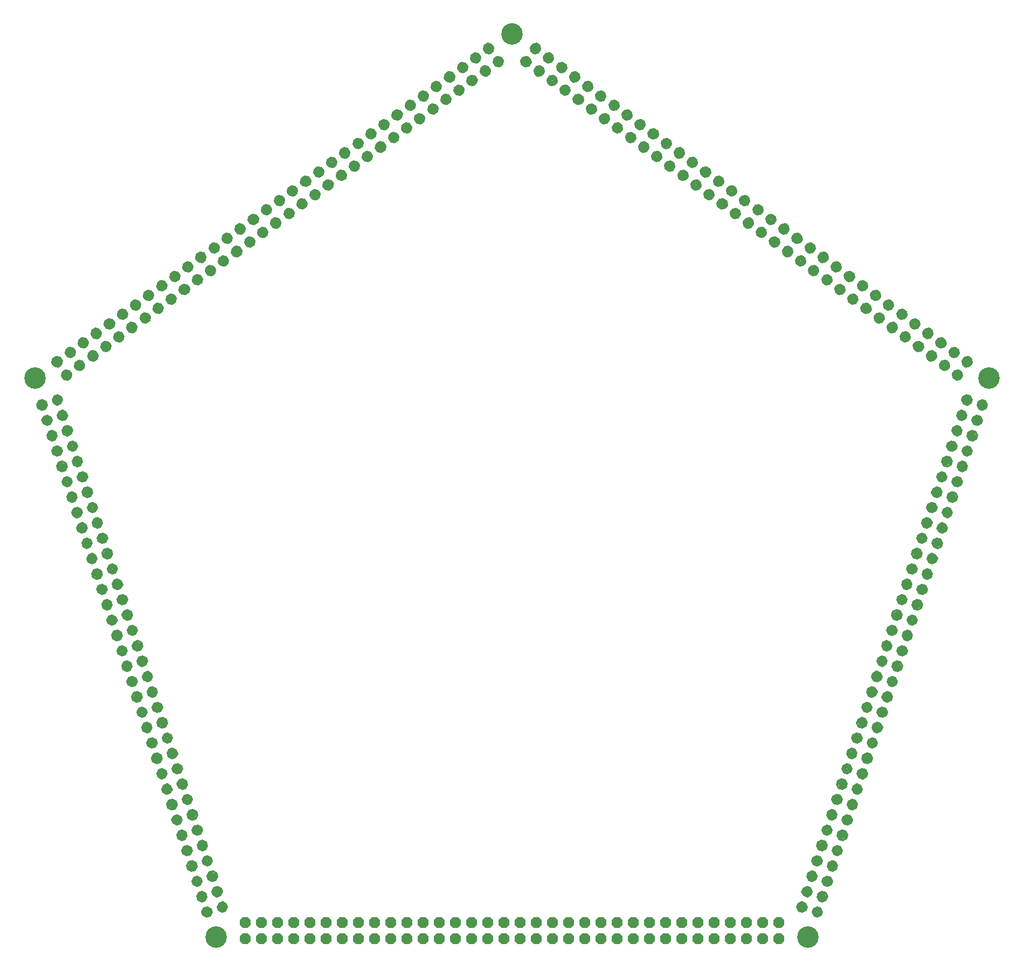
<source format=gts>
G75*
%MOIN*%
%OFA0B0*%
%FSLAX25Y25*%
%IPPOS*%
%LPD*%
%AMOC8*
5,1,8,0,0,1.08239X$1,22.5*
%
%ADD10C,0.13300*%
%ADD11OC8,0.06800*%
%ADD12C,0.01360*%
D10*
X0158300Y0017300D03*
X0524300Y0017300D03*
X0636300Y0363300D03*
X0341300Y0576300D03*
X0046300Y0363300D03*
D11*
X0176300Y0026300D03*
X0186300Y0026300D03*
X0186300Y0016300D03*
X0176300Y0016300D03*
X0196300Y0016300D03*
X0206300Y0016300D03*
X0206300Y0026300D03*
X0196300Y0026300D03*
X0216300Y0026300D03*
X0226300Y0026300D03*
X0226300Y0016300D03*
X0216300Y0016300D03*
X0236300Y0016300D03*
X0246300Y0016300D03*
X0246300Y0026300D03*
X0236300Y0026300D03*
X0256300Y0026300D03*
X0266300Y0026300D03*
X0266300Y0016300D03*
X0256300Y0016300D03*
X0276300Y0016300D03*
X0286300Y0016300D03*
X0286300Y0026300D03*
X0276300Y0026300D03*
X0296300Y0026300D03*
X0306300Y0026300D03*
X0306300Y0016300D03*
X0296300Y0016300D03*
X0316300Y0016300D03*
X0326300Y0016300D03*
X0326300Y0026300D03*
X0316300Y0026300D03*
X0336300Y0026300D03*
X0346300Y0026300D03*
X0356300Y0026300D03*
X0356300Y0016300D03*
X0346300Y0016300D03*
X0336300Y0016300D03*
X0366300Y0016300D03*
X0376300Y0016300D03*
X0376300Y0026300D03*
X0366300Y0026300D03*
X0386300Y0026300D03*
X0396300Y0026300D03*
X0396300Y0016300D03*
X0386300Y0016300D03*
X0406300Y0016300D03*
X0416300Y0016300D03*
X0416300Y0026300D03*
X0406300Y0026300D03*
X0426300Y0026300D03*
X0436300Y0026300D03*
X0436300Y0016300D03*
X0426300Y0016300D03*
X0446300Y0016300D03*
X0456300Y0016300D03*
X0456300Y0026300D03*
X0446300Y0026300D03*
X0466300Y0026300D03*
X0476300Y0026300D03*
X0476300Y0016300D03*
X0466300Y0016300D03*
X0486300Y0016300D03*
X0496300Y0016300D03*
X0496300Y0026300D03*
X0486300Y0026300D03*
X0506300Y0026300D03*
X0506300Y0016300D03*
D12*
X0134441Y0087640D02*
X0133761Y0086960D01*
X0131753Y0087983D01*
X0131057Y0090124D01*
X0132080Y0092132D01*
X0134221Y0092828D01*
X0136229Y0091805D01*
X0136925Y0089664D01*
X0135902Y0087656D01*
X0133761Y0086960D01*
X0133847Y0088060D01*
X0132592Y0088700D01*
X0132157Y0090038D01*
X0132797Y0091293D01*
X0134135Y0091728D01*
X0135390Y0091088D01*
X0135825Y0089750D01*
X0135185Y0088495D01*
X0133847Y0088060D01*
X0133934Y0089161D01*
X0133432Y0089417D01*
X0133258Y0089951D01*
X0133514Y0090453D01*
X0134048Y0090627D01*
X0134550Y0090371D01*
X0134724Y0089837D01*
X0134468Y0089335D01*
X0133934Y0089161D01*
X0137532Y0078129D02*
X0136852Y0077449D01*
X0134844Y0078472D01*
X0134148Y0080613D01*
X0135171Y0082621D01*
X0137312Y0083317D01*
X0139320Y0082294D01*
X0140016Y0080153D01*
X0138993Y0078145D01*
X0136852Y0077449D01*
X0136938Y0078549D01*
X0135683Y0079189D01*
X0135248Y0080527D01*
X0135888Y0081782D01*
X0137226Y0082217D01*
X0138481Y0081577D01*
X0138916Y0080239D01*
X0138276Y0078984D01*
X0136938Y0078549D01*
X0137025Y0079650D01*
X0136523Y0079906D01*
X0136349Y0080440D01*
X0136605Y0080942D01*
X0137139Y0081116D01*
X0137641Y0080860D01*
X0137815Y0080326D01*
X0137559Y0079824D01*
X0137025Y0079650D01*
X0147042Y0081220D02*
X0146362Y0080540D01*
X0144354Y0081563D01*
X0143658Y0083704D01*
X0144681Y0085712D01*
X0146822Y0086408D01*
X0148830Y0085385D01*
X0149526Y0083244D01*
X0148503Y0081236D01*
X0146362Y0080540D01*
X0146448Y0081640D01*
X0145193Y0082280D01*
X0144758Y0083618D01*
X0145398Y0084873D01*
X0146736Y0085308D01*
X0147991Y0084668D01*
X0148426Y0083330D01*
X0147786Y0082075D01*
X0146448Y0081640D01*
X0146535Y0082741D01*
X0146033Y0082997D01*
X0145859Y0083531D01*
X0146115Y0084033D01*
X0146649Y0084207D01*
X0147151Y0083951D01*
X0147325Y0083417D01*
X0147069Y0082915D01*
X0146535Y0082741D01*
X0150132Y0071709D02*
X0149452Y0071029D01*
X0147444Y0072052D01*
X0146748Y0074193D01*
X0147771Y0076201D01*
X0149912Y0076897D01*
X0151920Y0075874D01*
X0152616Y0073733D01*
X0151593Y0071725D01*
X0149452Y0071029D01*
X0149538Y0072129D01*
X0148283Y0072769D01*
X0147848Y0074107D01*
X0148488Y0075362D01*
X0149826Y0075797D01*
X0151081Y0075157D01*
X0151516Y0073819D01*
X0150876Y0072564D01*
X0149538Y0072129D01*
X0149625Y0073230D01*
X0149123Y0073486D01*
X0148949Y0074020D01*
X0149205Y0074522D01*
X0149739Y0074696D01*
X0150241Y0074440D01*
X0150415Y0073906D01*
X0150159Y0073404D01*
X0149625Y0073230D01*
X0153223Y0062198D02*
X0152543Y0061518D01*
X0150535Y0062541D01*
X0149839Y0064682D01*
X0150862Y0066690D01*
X0153003Y0067386D01*
X0155011Y0066363D01*
X0155707Y0064222D01*
X0154684Y0062214D01*
X0152543Y0061518D01*
X0152629Y0062618D01*
X0151374Y0063258D01*
X0150939Y0064596D01*
X0151579Y0065851D01*
X0152917Y0066286D01*
X0154172Y0065646D01*
X0154607Y0064308D01*
X0153967Y0063053D01*
X0152629Y0062618D01*
X0152716Y0063719D01*
X0152214Y0063975D01*
X0152040Y0064509D01*
X0152296Y0065011D01*
X0152830Y0065185D01*
X0153332Y0064929D01*
X0153506Y0064395D01*
X0153250Y0063893D01*
X0152716Y0063719D01*
X0156313Y0052688D02*
X0155633Y0052008D01*
X0153625Y0053031D01*
X0152929Y0055172D01*
X0153952Y0057180D01*
X0156093Y0057876D01*
X0158101Y0056853D01*
X0158797Y0054712D01*
X0157774Y0052704D01*
X0155633Y0052008D01*
X0155719Y0053108D01*
X0154464Y0053748D01*
X0154029Y0055086D01*
X0154669Y0056341D01*
X0156007Y0056776D01*
X0157262Y0056136D01*
X0157697Y0054798D01*
X0157057Y0053543D01*
X0155719Y0053108D01*
X0155806Y0054209D01*
X0155304Y0054465D01*
X0155130Y0054999D01*
X0155386Y0055501D01*
X0155920Y0055675D01*
X0156422Y0055419D01*
X0156596Y0054885D01*
X0156340Y0054383D01*
X0155806Y0054209D01*
X0159403Y0043177D02*
X0158723Y0042497D01*
X0156715Y0043520D01*
X0156019Y0045661D01*
X0157042Y0047669D01*
X0159183Y0048365D01*
X0161191Y0047342D01*
X0161887Y0045201D01*
X0160864Y0043193D01*
X0158723Y0042497D01*
X0158809Y0043597D01*
X0157554Y0044237D01*
X0157119Y0045575D01*
X0157759Y0046830D01*
X0159097Y0047265D01*
X0160352Y0046625D01*
X0160787Y0045287D01*
X0160147Y0044032D01*
X0158809Y0043597D01*
X0158896Y0044698D01*
X0158394Y0044954D01*
X0158220Y0045488D01*
X0158476Y0045990D01*
X0159010Y0046164D01*
X0159512Y0045908D01*
X0159686Y0045374D01*
X0159430Y0044872D01*
X0158896Y0044698D01*
X0149892Y0040087D02*
X0149212Y0039407D01*
X0147204Y0040430D01*
X0146508Y0042571D01*
X0147531Y0044579D01*
X0149672Y0045275D01*
X0151680Y0044252D01*
X0152376Y0042111D01*
X0151353Y0040103D01*
X0149212Y0039407D01*
X0149298Y0040507D01*
X0148043Y0041147D01*
X0147608Y0042485D01*
X0148248Y0043740D01*
X0149586Y0044175D01*
X0150841Y0043535D01*
X0151276Y0042197D01*
X0150636Y0040942D01*
X0149298Y0040507D01*
X0149385Y0041608D01*
X0148883Y0041864D01*
X0148709Y0042398D01*
X0148965Y0042900D01*
X0149499Y0043074D01*
X0150001Y0042818D01*
X0150175Y0042284D01*
X0149919Y0041782D01*
X0149385Y0041608D01*
X0152983Y0030577D02*
X0152303Y0029897D01*
X0150295Y0030920D01*
X0149599Y0033061D01*
X0150622Y0035069D01*
X0152763Y0035765D01*
X0154771Y0034742D01*
X0155467Y0032601D01*
X0154444Y0030593D01*
X0152303Y0029897D01*
X0152389Y0030997D01*
X0151134Y0031637D01*
X0150699Y0032975D01*
X0151339Y0034230D01*
X0152677Y0034665D01*
X0153932Y0034025D01*
X0154367Y0032687D01*
X0153727Y0031432D01*
X0152389Y0030997D01*
X0152476Y0032098D01*
X0151974Y0032354D01*
X0151800Y0032888D01*
X0152056Y0033390D01*
X0152590Y0033564D01*
X0153092Y0033308D01*
X0153266Y0032774D01*
X0153010Y0032272D01*
X0152476Y0032098D01*
X0162493Y0033667D02*
X0161813Y0032987D01*
X0159805Y0034010D01*
X0159109Y0036151D01*
X0160132Y0038159D01*
X0162273Y0038855D01*
X0164281Y0037832D01*
X0164977Y0035691D01*
X0163954Y0033683D01*
X0161813Y0032987D01*
X0161899Y0034087D01*
X0160644Y0034727D01*
X0160209Y0036065D01*
X0160849Y0037320D01*
X0162187Y0037755D01*
X0163442Y0037115D01*
X0163877Y0035777D01*
X0163237Y0034522D01*
X0161899Y0034087D01*
X0161986Y0035188D01*
X0161484Y0035444D01*
X0161310Y0035978D01*
X0161566Y0036480D01*
X0162100Y0036654D01*
X0162602Y0036398D01*
X0162776Y0035864D01*
X0162520Y0035362D01*
X0161986Y0035188D01*
X0146802Y0049598D02*
X0146122Y0048918D01*
X0144114Y0049941D01*
X0143418Y0052082D01*
X0144441Y0054090D01*
X0146582Y0054786D01*
X0148590Y0053763D01*
X0149286Y0051622D01*
X0148263Y0049614D01*
X0146122Y0048918D01*
X0146208Y0050018D01*
X0144953Y0050658D01*
X0144518Y0051996D01*
X0145158Y0053251D01*
X0146496Y0053686D01*
X0147751Y0053046D01*
X0148186Y0051708D01*
X0147546Y0050453D01*
X0146208Y0050018D01*
X0146295Y0051119D01*
X0145793Y0051375D01*
X0145619Y0051909D01*
X0145875Y0052411D01*
X0146409Y0052585D01*
X0146911Y0052329D01*
X0147085Y0051795D01*
X0146829Y0051293D01*
X0146295Y0051119D01*
X0143712Y0059108D02*
X0143032Y0058428D01*
X0141024Y0059451D01*
X0140328Y0061592D01*
X0141351Y0063600D01*
X0143492Y0064296D01*
X0145500Y0063273D01*
X0146196Y0061132D01*
X0145173Y0059124D01*
X0143032Y0058428D01*
X0143118Y0059528D01*
X0141863Y0060168D01*
X0141428Y0061506D01*
X0142068Y0062761D01*
X0143406Y0063196D01*
X0144661Y0062556D01*
X0145096Y0061218D01*
X0144456Y0059963D01*
X0143118Y0059528D01*
X0143205Y0060629D01*
X0142703Y0060885D01*
X0142529Y0061419D01*
X0142785Y0061921D01*
X0143319Y0062095D01*
X0143821Y0061839D01*
X0143995Y0061305D01*
X0143739Y0060803D01*
X0143205Y0060629D01*
X0140622Y0068619D02*
X0139942Y0067939D01*
X0137934Y0068962D01*
X0137238Y0071103D01*
X0138261Y0073111D01*
X0140402Y0073807D01*
X0142410Y0072784D01*
X0143106Y0070643D01*
X0142083Y0068635D01*
X0139942Y0067939D01*
X0140028Y0069039D01*
X0138773Y0069679D01*
X0138338Y0071017D01*
X0138978Y0072272D01*
X0140316Y0072707D01*
X0141571Y0072067D01*
X0142006Y0070729D01*
X0141366Y0069474D01*
X0140028Y0069039D01*
X0140115Y0070140D01*
X0139613Y0070396D01*
X0139439Y0070930D01*
X0139695Y0071432D01*
X0140229Y0071606D01*
X0140731Y0071350D01*
X0140905Y0070816D01*
X0140649Y0070314D01*
X0140115Y0070140D01*
X0143952Y0090730D02*
X0143272Y0090050D01*
X0141264Y0091073D01*
X0140568Y0093214D01*
X0141591Y0095222D01*
X0143732Y0095918D01*
X0145740Y0094895D01*
X0146436Y0092754D01*
X0145413Y0090746D01*
X0143272Y0090050D01*
X0143358Y0091150D01*
X0142103Y0091790D01*
X0141668Y0093128D01*
X0142308Y0094383D01*
X0143646Y0094818D01*
X0144901Y0094178D01*
X0145336Y0092840D01*
X0144696Y0091585D01*
X0143358Y0091150D01*
X0143445Y0092251D01*
X0142943Y0092507D01*
X0142769Y0093041D01*
X0143025Y0093543D01*
X0143559Y0093717D01*
X0144061Y0093461D01*
X0144235Y0092927D01*
X0143979Y0092425D01*
X0143445Y0092251D01*
X0140862Y0100241D02*
X0140182Y0099561D01*
X0138174Y0100584D01*
X0137478Y0102725D01*
X0138501Y0104733D01*
X0140642Y0105429D01*
X0142650Y0104406D01*
X0143346Y0102265D01*
X0142323Y0100257D01*
X0140182Y0099561D01*
X0140268Y0100661D01*
X0139013Y0101301D01*
X0138578Y0102639D01*
X0139218Y0103894D01*
X0140556Y0104329D01*
X0141811Y0103689D01*
X0142246Y0102351D01*
X0141606Y0101096D01*
X0140268Y0100661D01*
X0140355Y0101762D01*
X0139853Y0102018D01*
X0139679Y0102552D01*
X0139935Y0103054D01*
X0140469Y0103228D01*
X0140971Y0102972D01*
X0141145Y0102438D01*
X0140889Y0101936D01*
X0140355Y0101762D01*
X0131351Y0097151D02*
X0130671Y0096471D01*
X0128663Y0097494D01*
X0127967Y0099635D01*
X0128990Y0101643D01*
X0131131Y0102339D01*
X0133139Y0101316D01*
X0133835Y0099175D01*
X0132812Y0097167D01*
X0130671Y0096471D01*
X0130757Y0097571D01*
X0129502Y0098211D01*
X0129067Y0099549D01*
X0129707Y0100804D01*
X0131045Y0101239D01*
X0132300Y0100599D01*
X0132735Y0099261D01*
X0132095Y0098006D01*
X0130757Y0097571D01*
X0130844Y0098672D01*
X0130342Y0098928D01*
X0130168Y0099462D01*
X0130424Y0099964D01*
X0130958Y0100138D01*
X0131460Y0099882D01*
X0131634Y0099348D01*
X0131378Y0098846D01*
X0130844Y0098672D01*
X0128261Y0106661D02*
X0127581Y0105981D01*
X0125573Y0107004D01*
X0124877Y0109145D01*
X0125900Y0111153D01*
X0128041Y0111849D01*
X0130049Y0110826D01*
X0130745Y0108685D01*
X0129722Y0106677D01*
X0127581Y0105981D01*
X0127667Y0107081D01*
X0126412Y0107721D01*
X0125977Y0109059D01*
X0126617Y0110314D01*
X0127955Y0110749D01*
X0129210Y0110109D01*
X0129645Y0108771D01*
X0129005Y0107516D01*
X0127667Y0107081D01*
X0127754Y0108182D01*
X0127252Y0108438D01*
X0127078Y0108972D01*
X0127334Y0109474D01*
X0127868Y0109648D01*
X0128370Y0109392D01*
X0128544Y0108858D01*
X0128288Y0108356D01*
X0127754Y0108182D01*
X0137772Y0109751D02*
X0137092Y0109071D01*
X0135084Y0110094D01*
X0134388Y0112235D01*
X0135411Y0114243D01*
X0137552Y0114939D01*
X0139560Y0113916D01*
X0140256Y0111775D01*
X0139233Y0109767D01*
X0137092Y0109071D01*
X0137178Y0110171D01*
X0135923Y0110811D01*
X0135488Y0112149D01*
X0136128Y0113404D01*
X0137466Y0113839D01*
X0138721Y0113199D01*
X0139156Y0111861D01*
X0138516Y0110606D01*
X0137178Y0110171D01*
X0137265Y0111272D01*
X0136763Y0111528D01*
X0136589Y0112062D01*
X0136845Y0112564D01*
X0137379Y0112738D01*
X0137881Y0112482D01*
X0138055Y0111948D01*
X0137799Y0111446D01*
X0137265Y0111272D01*
X0134682Y0119262D02*
X0134002Y0118582D01*
X0131994Y0119605D01*
X0131298Y0121746D01*
X0132321Y0123754D01*
X0134462Y0124450D01*
X0136470Y0123427D01*
X0137166Y0121286D01*
X0136143Y0119278D01*
X0134002Y0118582D01*
X0134088Y0119682D01*
X0132833Y0120322D01*
X0132398Y0121660D01*
X0133038Y0122915D01*
X0134376Y0123350D01*
X0135631Y0122710D01*
X0136066Y0121372D01*
X0135426Y0120117D01*
X0134088Y0119682D01*
X0134175Y0120783D01*
X0133673Y0121039D01*
X0133499Y0121573D01*
X0133755Y0122075D01*
X0134289Y0122249D01*
X0134791Y0121993D01*
X0134965Y0121459D01*
X0134709Y0120957D01*
X0134175Y0120783D01*
X0125171Y0116172D02*
X0124491Y0115492D01*
X0122483Y0116515D01*
X0121787Y0118656D01*
X0122810Y0120664D01*
X0124951Y0121360D01*
X0126959Y0120337D01*
X0127655Y0118196D01*
X0126632Y0116188D01*
X0124491Y0115492D01*
X0124577Y0116592D01*
X0123322Y0117232D01*
X0122887Y0118570D01*
X0123527Y0119825D01*
X0124865Y0120260D01*
X0126120Y0119620D01*
X0126555Y0118282D01*
X0125915Y0117027D01*
X0124577Y0116592D01*
X0124664Y0117693D01*
X0124162Y0117949D01*
X0123988Y0118483D01*
X0124244Y0118985D01*
X0124778Y0119159D01*
X0125280Y0118903D01*
X0125454Y0118369D01*
X0125198Y0117867D01*
X0124664Y0117693D01*
X0122081Y0125682D02*
X0121401Y0125002D01*
X0119393Y0126025D01*
X0118697Y0128166D01*
X0119720Y0130174D01*
X0121861Y0130870D01*
X0123869Y0129847D01*
X0124565Y0127706D01*
X0123542Y0125698D01*
X0121401Y0125002D01*
X0121487Y0126102D01*
X0120232Y0126742D01*
X0119797Y0128080D01*
X0120437Y0129335D01*
X0121775Y0129770D01*
X0123030Y0129130D01*
X0123465Y0127792D01*
X0122825Y0126537D01*
X0121487Y0126102D01*
X0121574Y0127203D01*
X0121072Y0127459D01*
X0120898Y0127993D01*
X0121154Y0128495D01*
X0121688Y0128669D01*
X0122190Y0128413D01*
X0122364Y0127879D01*
X0122108Y0127377D01*
X0121574Y0127203D01*
X0131591Y0128772D02*
X0130911Y0128092D01*
X0128903Y0129115D01*
X0128207Y0131256D01*
X0129230Y0133264D01*
X0131371Y0133960D01*
X0133379Y0132937D01*
X0134075Y0130796D01*
X0133052Y0128788D01*
X0130911Y0128092D01*
X0130997Y0129192D01*
X0129742Y0129832D01*
X0129307Y0131170D01*
X0129947Y0132425D01*
X0131285Y0132860D01*
X0132540Y0132220D01*
X0132975Y0130882D01*
X0132335Y0129627D01*
X0130997Y0129192D01*
X0131084Y0130293D01*
X0130582Y0130549D01*
X0130408Y0131083D01*
X0130664Y0131585D01*
X0131198Y0131759D01*
X0131700Y0131503D01*
X0131874Y0130969D01*
X0131618Y0130467D01*
X0131084Y0130293D01*
X0128501Y0138283D02*
X0127821Y0137603D01*
X0125813Y0138626D01*
X0125117Y0140767D01*
X0126140Y0142775D01*
X0128281Y0143471D01*
X0130289Y0142448D01*
X0130985Y0140307D01*
X0129962Y0138299D01*
X0127821Y0137603D01*
X0127907Y0138703D01*
X0126652Y0139343D01*
X0126217Y0140681D01*
X0126857Y0141936D01*
X0128195Y0142371D01*
X0129450Y0141731D01*
X0129885Y0140393D01*
X0129245Y0139138D01*
X0127907Y0138703D01*
X0127994Y0139804D01*
X0127492Y0140060D01*
X0127318Y0140594D01*
X0127574Y0141096D01*
X0128108Y0141270D01*
X0128610Y0141014D01*
X0128784Y0140480D01*
X0128528Y0139978D01*
X0127994Y0139804D01*
X0125411Y0147794D02*
X0124731Y0147114D01*
X0122723Y0148137D01*
X0122027Y0150278D01*
X0123050Y0152286D01*
X0125191Y0152982D01*
X0127199Y0151959D01*
X0127895Y0149818D01*
X0126872Y0147810D01*
X0124731Y0147114D01*
X0124817Y0148214D01*
X0123562Y0148854D01*
X0123127Y0150192D01*
X0123767Y0151447D01*
X0125105Y0151882D01*
X0126360Y0151242D01*
X0126795Y0149904D01*
X0126155Y0148649D01*
X0124817Y0148214D01*
X0124904Y0149315D01*
X0124402Y0149571D01*
X0124228Y0150105D01*
X0124484Y0150607D01*
X0125018Y0150781D01*
X0125520Y0150525D01*
X0125694Y0149991D01*
X0125438Y0149489D01*
X0124904Y0149315D01*
X0115900Y0144703D02*
X0115220Y0144023D01*
X0113212Y0145046D01*
X0112516Y0147187D01*
X0113539Y0149195D01*
X0115680Y0149891D01*
X0117688Y0148868D01*
X0118384Y0146727D01*
X0117361Y0144719D01*
X0115220Y0144023D01*
X0115306Y0145123D01*
X0114051Y0145763D01*
X0113616Y0147101D01*
X0114256Y0148356D01*
X0115594Y0148791D01*
X0116849Y0148151D01*
X0117284Y0146813D01*
X0116644Y0145558D01*
X0115306Y0145123D01*
X0115393Y0146224D01*
X0114891Y0146480D01*
X0114717Y0147014D01*
X0114973Y0147516D01*
X0115507Y0147690D01*
X0116009Y0147434D01*
X0116183Y0146900D01*
X0115927Y0146398D01*
X0115393Y0146224D01*
X0112810Y0154214D02*
X0112130Y0153534D01*
X0110122Y0154557D01*
X0109426Y0156698D01*
X0110449Y0158706D01*
X0112590Y0159402D01*
X0114598Y0158379D01*
X0115294Y0156238D01*
X0114271Y0154230D01*
X0112130Y0153534D01*
X0112216Y0154634D01*
X0110961Y0155274D01*
X0110526Y0156612D01*
X0111166Y0157867D01*
X0112504Y0158302D01*
X0113759Y0157662D01*
X0114194Y0156324D01*
X0113554Y0155069D01*
X0112216Y0154634D01*
X0112303Y0155735D01*
X0111801Y0155991D01*
X0111627Y0156525D01*
X0111883Y0157027D01*
X0112417Y0157201D01*
X0112919Y0156945D01*
X0113093Y0156411D01*
X0112837Y0155909D01*
X0112303Y0155735D01*
X0122321Y0157304D02*
X0121641Y0156624D01*
X0119633Y0157647D01*
X0118937Y0159788D01*
X0119960Y0161796D01*
X0122101Y0162492D01*
X0124109Y0161469D01*
X0124805Y0159328D01*
X0123782Y0157320D01*
X0121641Y0156624D01*
X0121727Y0157724D01*
X0120472Y0158364D01*
X0120037Y0159702D01*
X0120677Y0160957D01*
X0122015Y0161392D01*
X0123270Y0160752D01*
X0123705Y0159414D01*
X0123065Y0158159D01*
X0121727Y0157724D01*
X0121814Y0158825D01*
X0121312Y0159081D01*
X0121138Y0159615D01*
X0121394Y0160117D01*
X0121928Y0160291D01*
X0122430Y0160035D01*
X0122604Y0159501D01*
X0122348Y0158999D01*
X0121814Y0158825D01*
X0119231Y0166815D02*
X0118551Y0166135D01*
X0116543Y0167158D01*
X0115847Y0169299D01*
X0116870Y0171307D01*
X0119011Y0172003D01*
X0121019Y0170980D01*
X0121715Y0168839D01*
X0120692Y0166831D01*
X0118551Y0166135D01*
X0118637Y0167235D01*
X0117382Y0167875D01*
X0116947Y0169213D01*
X0117587Y0170468D01*
X0118925Y0170903D01*
X0120180Y0170263D01*
X0120615Y0168925D01*
X0119975Y0167670D01*
X0118637Y0167235D01*
X0118724Y0168336D01*
X0118222Y0168592D01*
X0118048Y0169126D01*
X0118304Y0169628D01*
X0118838Y0169802D01*
X0119340Y0169546D01*
X0119514Y0169012D01*
X0119258Y0168510D01*
X0118724Y0168336D01*
X0109720Y0163724D02*
X0109040Y0163044D01*
X0107032Y0164067D01*
X0106336Y0166208D01*
X0107359Y0168216D01*
X0109500Y0168912D01*
X0111508Y0167889D01*
X0112204Y0165748D01*
X0111181Y0163740D01*
X0109040Y0163044D01*
X0109126Y0164144D01*
X0107871Y0164784D01*
X0107436Y0166122D01*
X0108076Y0167377D01*
X0109414Y0167812D01*
X0110669Y0167172D01*
X0111104Y0165834D01*
X0110464Y0164579D01*
X0109126Y0164144D01*
X0109213Y0165245D01*
X0108711Y0165501D01*
X0108537Y0166035D01*
X0108793Y0166537D01*
X0109327Y0166711D01*
X0109829Y0166455D01*
X0110003Y0165921D01*
X0109747Y0165419D01*
X0109213Y0165245D01*
X0106630Y0173235D02*
X0105950Y0172555D01*
X0103942Y0173578D01*
X0103246Y0175719D01*
X0104269Y0177727D01*
X0106410Y0178423D01*
X0108418Y0177400D01*
X0109114Y0175259D01*
X0108091Y0173251D01*
X0105950Y0172555D01*
X0106036Y0173655D01*
X0104781Y0174295D01*
X0104346Y0175633D01*
X0104986Y0176888D01*
X0106324Y0177323D01*
X0107579Y0176683D01*
X0108014Y0175345D01*
X0107374Y0174090D01*
X0106036Y0173655D01*
X0106123Y0174756D01*
X0105621Y0175012D01*
X0105447Y0175546D01*
X0105703Y0176048D01*
X0106237Y0176222D01*
X0106739Y0175966D01*
X0106913Y0175432D01*
X0106657Y0174930D01*
X0106123Y0174756D01*
X0103540Y0182746D02*
X0102860Y0182066D01*
X0100852Y0183089D01*
X0100156Y0185230D01*
X0101179Y0187238D01*
X0103320Y0187934D01*
X0105328Y0186911D01*
X0106024Y0184770D01*
X0105001Y0182762D01*
X0102860Y0182066D01*
X0102946Y0183166D01*
X0101691Y0183806D01*
X0101256Y0185144D01*
X0101896Y0186399D01*
X0103234Y0186834D01*
X0104489Y0186194D01*
X0104924Y0184856D01*
X0104284Y0183601D01*
X0102946Y0183166D01*
X0103033Y0184267D01*
X0102531Y0184523D01*
X0102357Y0185057D01*
X0102613Y0185559D01*
X0103147Y0185733D01*
X0103649Y0185477D01*
X0103823Y0184943D01*
X0103567Y0184441D01*
X0103033Y0184267D01*
X0113050Y0185836D02*
X0112370Y0185156D01*
X0110362Y0186179D01*
X0109666Y0188320D01*
X0110689Y0190328D01*
X0112830Y0191024D01*
X0114838Y0190001D01*
X0115534Y0187860D01*
X0114511Y0185852D01*
X0112370Y0185156D01*
X0112456Y0186256D01*
X0111201Y0186896D01*
X0110766Y0188234D01*
X0111406Y0189489D01*
X0112744Y0189924D01*
X0113999Y0189284D01*
X0114434Y0187946D01*
X0113794Y0186691D01*
X0112456Y0186256D01*
X0112543Y0187357D01*
X0112041Y0187613D01*
X0111867Y0188147D01*
X0112123Y0188649D01*
X0112657Y0188823D01*
X0113159Y0188567D01*
X0113333Y0188033D01*
X0113077Y0187531D01*
X0112543Y0187357D01*
X0109960Y0195346D02*
X0109280Y0194666D01*
X0107272Y0195689D01*
X0106576Y0197830D01*
X0107599Y0199838D01*
X0109740Y0200534D01*
X0111748Y0199511D01*
X0112444Y0197370D01*
X0111421Y0195362D01*
X0109280Y0194666D01*
X0109366Y0195766D01*
X0108111Y0196406D01*
X0107676Y0197744D01*
X0108316Y0198999D01*
X0109654Y0199434D01*
X0110909Y0198794D01*
X0111344Y0197456D01*
X0110704Y0196201D01*
X0109366Y0195766D01*
X0109453Y0196867D01*
X0108951Y0197123D01*
X0108777Y0197657D01*
X0109033Y0198159D01*
X0109567Y0198333D01*
X0110069Y0198077D01*
X0110243Y0197543D01*
X0109987Y0197041D01*
X0109453Y0196867D01*
X0100450Y0192256D02*
X0099770Y0191576D01*
X0097762Y0192599D01*
X0097066Y0194740D01*
X0098089Y0196748D01*
X0100230Y0197444D01*
X0102238Y0196421D01*
X0102934Y0194280D01*
X0101911Y0192272D01*
X0099770Y0191576D01*
X0099856Y0192676D01*
X0098601Y0193316D01*
X0098166Y0194654D01*
X0098806Y0195909D01*
X0100144Y0196344D01*
X0101399Y0195704D01*
X0101834Y0194366D01*
X0101194Y0193111D01*
X0099856Y0192676D01*
X0099943Y0193777D01*
X0099441Y0194033D01*
X0099267Y0194567D01*
X0099523Y0195069D01*
X0100057Y0195243D01*
X0100559Y0194987D01*
X0100733Y0194453D01*
X0100477Y0193951D01*
X0099943Y0193777D01*
X0097359Y0201767D02*
X0096679Y0201087D01*
X0094671Y0202110D01*
X0093975Y0204251D01*
X0094998Y0206259D01*
X0097139Y0206955D01*
X0099147Y0205932D01*
X0099843Y0203791D01*
X0098820Y0201783D01*
X0096679Y0201087D01*
X0096765Y0202187D01*
X0095510Y0202827D01*
X0095075Y0204165D01*
X0095715Y0205420D01*
X0097053Y0205855D01*
X0098308Y0205215D01*
X0098743Y0203877D01*
X0098103Y0202622D01*
X0096765Y0202187D01*
X0096852Y0203288D01*
X0096350Y0203544D01*
X0096176Y0204078D01*
X0096432Y0204580D01*
X0096966Y0204754D01*
X0097468Y0204498D01*
X0097642Y0203964D01*
X0097386Y0203462D01*
X0096852Y0203288D01*
X0106870Y0204857D02*
X0106190Y0204177D01*
X0104182Y0205200D01*
X0103486Y0207341D01*
X0104509Y0209349D01*
X0106650Y0210045D01*
X0108658Y0209022D01*
X0109354Y0206881D01*
X0108331Y0204873D01*
X0106190Y0204177D01*
X0106276Y0205277D01*
X0105021Y0205917D01*
X0104586Y0207255D01*
X0105226Y0208510D01*
X0106564Y0208945D01*
X0107819Y0208305D01*
X0108254Y0206967D01*
X0107614Y0205712D01*
X0106276Y0205277D01*
X0106363Y0206378D01*
X0105861Y0206634D01*
X0105687Y0207168D01*
X0105943Y0207670D01*
X0106477Y0207844D01*
X0106979Y0207588D01*
X0107153Y0207054D01*
X0106897Y0206552D01*
X0106363Y0206378D01*
X0103780Y0214367D02*
X0103100Y0213687D01*
X0101092Y0214710D01*
X0100396Y0216851D01*
X0101419Y0218859D01*
X0103560Y0219555D01*
X0105568Y0218532D01*
X0106264Y0216391D01*
X0105241Y0214383D01*
X0103100Y0213687D01*
X0103186Y0214787D01*
X0101931Y0215427D01*
X0101496Y0216765D01*
X0102136Y0218020D01*
X0103474Y0218455D01*
X0104729Y0217815D01*
X0105164Y0216477D01*
X0104524Y0215222D01*
X0103186Y0214787D01*
X0103273Y0215888D01*
X0102771Y0216144D01*
X0102597Y0216678D01*
X0102853Y0217180D01*
X0103387Y0217354D01*
X0103889Y0217098D01*
X0104063Y0216564D01*
X0103807Y0216062D01*
X0103273Y0215888D01*
X0094269Y0211277D02*
X0093589Y0210597D01*
X0091581Y0211620D01*
X0090885Y0213761D01*
X0091908Y0215769D01*
X0094049Y0216465D01*
X0096057Y0215442D01*
X0096753Y0213301D01*
X0095730Y0211293D01*
X0093589Y0210597D01*
X0093675Y0211697D01*
X0092420Y0212337D01*
X0091985Y0213675D01*
X0092625Y0214930D01*
X0093963Y0215365D01*
X0095218Y0214725D01*
X0095653Y0213387D01*
X0095013Y0212132D01*
X0093675Y0211697D01*
X0093762Y0212798D01*
X0093260Y0213054D01*
X0093086Y0213588D01*
X0093342Y0214090D01*
X0093876Y0214264D01*
X0094378Y0214008D01*
X0094552Y0213474D01*
X0094296Y0212972D01*
X0093762Y0212798D01*
X0091179Y0220788D02*
X0090499Y0220108D01*
X0088491Y0221131D01*
X0087795Y0223272D01*
X0088818Y0225280D01*
X0090959Y0225976D01*
X0092967Y0224953D01*
X0093663Y0222812D01*
X0092640Y0220804D01*
X0090499Y0220108D01*
X0090585Y0221208D01*
X0089330Y0221848D01*
X0088895Y0223186D01*
X0089535Y0224441D01*
X0090873Y0224876D01*
X0092128Y0224236D01*
X0092563Y0222898D01*
X0091923Y0221643D01*
X0090585Y0221208D01*
X0090672Y0222309D01*
X0090170Y0222565D01*
X0089996Y0223099D01*
X0090252Y0223601D01*
X0090786Y0223775D01*
X0091288Y0223519D01*
X0091462Y0222985D01*
X0091206Y0222483D01*
X0090672Y0222309D01*
X0100690Y0223878D02*
X0100010Y0223198D01*
X0098002Y0224221D01*
X0097306Y0226362D01*
X0098329Y0228370D01*
X0100470Y0229066D01*
X0102478Y0228043D01*
X0103174Y0225902D01*
X0102151Y0223894D01*
X0100010Y0223198D01*
X0100096Y0224298D01*
X0098841Y0224938D01*
X0098406Y0226276D01*
X0099046Y0227531D01*
X0100384Y0227966D01*
X0101639Y0227326D01*
X0102074Y0225988D01*
X0101434Y0224733D01*
X0100096Y0224298D01*
X0100183Y0225399D01*
X0099681Y0225655D01*
X0099507Y0226189D01*
X0099763Y0226691D01*
X0100297Y0226865D01*
X0100799Y0226609D01*
X0100973Y0226075D01*
X0100717Y0225573D01*
X0100183Y0225399D01*
X0088089Y0230298D02*
X0087409Y0229618D01*
X0085401Y0230641D01*
X0084705Y0232782D01*
X0085728Y0234790D01*
X0087869Y0235486D01*
X0089877Y0234463D01*
X0090573Y0232322D01*
X0089550Y0230314D01*
X0087409Y0229618D01*
X0087495Y0230718D01*
X0086240Y0231358D01*
X0085805Y0232696D01*
X0086445Y0233951D01*
X0087783Y0234386D01*
X0089038Y0233746D01*
X0089473Y0232408D01*
X0088833Y0231153D01*
X0087495Y0230718D01*
X0087582Y0231819D01*
X0087080Y0232075D01*
X0086906Y0232609D01*
X0087162Y0233111D01*
X0087696Y0233285D01*
X0088198Y0233029D01*
X0088372Y0232495D01*
X0088116Y0231993D01*
X0087582Y0231819D01*
X0097600Y0233389D02*
X0096920Y0232709D01*
X0094912Y0233732D01*
X0094216Y0235873D01*
X0095239Y0237881D01*
X0097380Y0238577D01*
X0099388Y0237554D01*
X0100084Y0235413D01*
X0099061Y0233405D01*
X0096920Y0232709D01*
X0097006Y0233809D01*
X0095751Y0234449D01*
X0095316Y0235787D01*
X0095956Y0237042D01*
X0097294Y0237477D01*
X0098549Y0236837D01*
X0098984Y0235499D01*
X0098344Y0234244D01*
X0097006Y0233809D01*
X0097093Y0234910D01*
X0096591Y0235166D01*
X0096417Y0235700D01*
X0096673Y0236202D01*
X0097207Y0236376D01*
X0097709Y0236120D01*
X0097883Y0235586D01*
X0097627Y0235084D01*
X0097093Y0234910D01*
X0094509Y0242899D02*
X0093829Y0242219D01*
X0091821Y0243242D01*
X0091125Y0245383D01*
X0092148Y0247391D01*
X0094289Y0248087D01*
X0096297Y0247064D01*
X0096993Y0244923D01*
X0095970Y0242915D01*
X0093829Y0242219D01*
X0093915Y0243319D01*
X0092660Y0243959D01*
X0092225Y0245297D01*
X0092865Y0246552D01*
X0094203Y0246987D01*
X0095458Y0246347D01*
X0095893Y0245009D01*
X0095253Y0243754D01*
X0093915Y0243319D01*
X0094002Y0244420D01*
X0093500Y0244676D01*
X0093326Y0245210D01*
X0093582Y0245712D01*
X0094116Y0245886D01*
X0094618Y0245630D01*
X0094792Y0245096D01*
X0094536Y0244594D01*
X0094002Y0244420D01*
X0084999Y0239809D02*
X0084319Y0239129D01*
X0082311Y0240152D01*
X0081615Y0242293D01*
X0082638Y0244301D01*
X0084779Y0244997D01*
X0086787Y0243974D01*
X0087483Y0241833D01*
X0086460Y0239825D01*
X0084319Y0239129D01*
X0084405Y0240229D01*
X0083150Y0240869D01*
X0082715Y0242207D01*
X0083355Y0243462D01*
X0084693Y0243897D01*
X0085948Y0243257D01*
X0086383Y0241919D01*
X0085743Y0240664D01*
X0084405Y0240229D01*
X0084492Y0241330D01*
X0083990Y0241586D01*
X0083816Y0242120D01*
X0084072Y0242622D01*
X0084606Y0242796D01*
X0085108Y0242540D01*
X0085282Y0242006D01*
X0085026Y0241504D01*
X0084492Y0241330D01*
X0081909Y0249320D02*
X0081229Y0248640D01*
X0079221Y0249663D01*
X0078525Y0251804D01*
X0079548Y0253812D01*
X0081689Y0254508D01*
X0083697Y0253485D01*
X0084393Y0251344D01*
X0083370Y0249336D01*
X0081229Y0248640D01*
X0081315Y0249740D01*
X0080060Y0250380D01*
X0079625Y0251718D01*
X0080265Y0252973D01*
X0081603Y0253408D01*
X0082858Y0252768D01*
X0083293Y0251430D01*
X0082653Y0250175D01*
X0081315Y0249740D01*
X0081402Y0250841D01*
X0080900Y0251097D01*
X0080726Y0251631D01*
X0080982Y0252133D01*
X0081516Y0252307D01*
X0082018Y0252051D01*
X0082192Y0251517D01*
X0081936Y0251015D01*
X0081402Y0250841D01*
X0091419Y0252410D02*
X0090739Y0251730D01*
X0088731Y0252753D01*
X0088035Y0254894D01*
X0089058Y0256902D01*
X0091199Y0257598D01*
X0093207Y0256575D01*
X0093903Y0254434D01*
X0092880Y0252426D01*
X0090739Y0251730D01*
X0090825Y0252830D01*
X0089570Y0253470D01*
X0089135Y0254808D01*
X0089775Y0256063D01*
X0091113Y0256498D01*
X0092368Y0255858D01*
X0092803Y0254520D01*
X0092163Y0253265D01*
X0090825Y0252830D01*
X0090912Y0253931D01*
X0090410Y0254187D01*
X0090236Y0254721D01*
X0090492Y0255223D01*
X0091026Y0255397D01*
X0091528Y0255141D01*
X0091702Y0254607D01*
X0091446Y0254105D01*
X0090912Y0253931D01*
X0088329Y0261920D02*
X0087649Y0261240D01*
X0085641Y0262263D01*
X0084945Y0264404D01*
X0085968Y0266412D01*
X0088109Y0267108D01*
X0090117Y0266085D01*
X0090813Y0263944D01*
X0089790Y0261936D01*
X0087649Y0261240D01*
X0087735Y0262340D01*
X0086480Y0262980D01*
X0086045Y0264318D01*
X0086685Y0265573D01*
X0088023Y0266008D01*
X0089278Y0265368D01*
X0089713Y0264030D01*
X0089073Y0262775D01*
X0087735Y0262340D01*
X0087822Y0263441D01*
X0087320Y0263697D01*
X0087146Y0264231D01*
X0087402Y0264733D01*
X0087936Y0264907D01*
X0088438Y0264651D01*
X0088612Y0264117D01*
X0088356Y0263615D01*
X0087822Y0263441D01*
X0078818Y0258830D02*
X0078138Y0258150D01*
X0076130Y0259173D01*
X0075434Y0261314D01*
X0076457Y0263322D01*
X0078598Y0264018D01*
X0080606Y0262995D01*
X0081302Y0260854D01*
X0080279Y0258846D01*
X0078138Y0258150D01*
X0078224Y0259250D01*
X0076969Y0259890D01*
X0076534Y0261228D01*
X0077174Y0262483D01*
X0078512Y0262918D01*
X0079767Y0262278D01*
X0080202Y0260940D01*
X0079562Y0259685D01*
X0078224Y0259250D01*
X0078311Y0260351D01*
X0077809Y0260607D01*
X0077635Y0261141D01*
X0077891Y0261643D01*
X0078425Y0261817D01*
X0078927Y0261561D01*
X0079101Y0261027D01*
X0078845Y0260525D01*
X0078311Y0260351D01*
X0075728Y0268341D02*
X0075048Y0267661D01*
X0073040Y0268684D01*
X0072344Y0270825D01*
X0073367Y0272833D01*
X0075508Y0273529D01*
X0077516Y0272506D01*
X0078212Y0270365D01*
X0077189Y0268357D01*
X0075048Y0267661D01*
X0075134Y0268761D01*
X0073879Y0269401D01*
X0073444Y0270739D01*
X0074084Y0271994D01*
X0075422Y0272429D01*
X0076677Y0271789D01*
X0077112Y0270451D01*
X0076472Y0269196D01*
X0075134Y0268761D01*
X0075221Y0269862D01*
X0074719Y0270118D01*
X0074545Y0270652D01*
X0074801Y0271154D01*
X0075335Y0271328D01*
X0075837Y0271072D01*
X0076011Y0270538D01*
X0075755Y0270036D01*
X0075221Y0269862D01*
X0085239Y0271431D02*
X0084559Y0270751D01*
X0082551Y0271774D01*
X0081855Y0273915D01*
X0082878Y0275923D01*
X0085019Y0276619D01*
X0087027Y0275596D01*
X0087723Y0273455D01*
X0086700Y0271447D01*
X0084559Y0270751D01*
X0084645Y0271851D01*
X0083390Y0272491D01*
X0082955Y0273829D01*
X0083595Y0275084D01*
X0084933Y0275519D01*
X0086188Y0274879D01*
X0086623Y0273541D01*
X0085983Y0272286D01*
X0084645Y0271851D01*
X0084732Y0272952D01*
X0084230Y0273208D01*
X0084056Y0273742D01*
X0084312Y0274244D01*
X0084846Y0274418D01*
X0085348Y0274162D01*
X0085522Y0273628D01*
X0085266Y0273126D01*
X0084732Y0272952D01*
X0082149Y0280941D02*
X0081469Y0280261D01*
X0079461Y0281284D01*
X0078765Y0283425D01*
X0079788Y0285433D01*
X0081929Y0286129D01*
X0083937Y0285106D01*
X0084633Y0282965D01*
X0083610Y0280957D01*
X0081469Y0280261D01*
X0081555Y0281361D01*
X0080300Y0282001D01*
X0079865Y0283339D01*
X0080505Y0284594D01*
X0081843Y0285029D01*
X0083098Y0284389D01*
X0083533Y0283051D01*
X0082893Y0281796D01*
X0081555Y0281361D01*
X0081642Y0282462D01*
X0081140Y0282718D01*
X0080966Y0283252D01*
X0081222Y0283754D01*
X0081756Y0283928D01*
X0082258Y0283672D01*
X0082432Y0283138D01*
X0082176Y0282636D01*
X0081642Y0282462D01*
X0072638Y0277851D02*
X0071958Y0277171D01*
X0069950Y0278194D01*
X0069254Y0280335D01*
X0070277Y0282343D01*
X0072418Y0283039D01*
X0074426Y0282016D01*
X0075122Y0279875D01*
X0074099Y0277867D01*
X0071958Y0277171D01*
X0072044Y0278271D01*
X0070789Y0278911D01*
X0070354Y0280249D01*
X0070994Y0281504D01*
X0072332Y0281939D01*
X0073587Y0281299D01*
X0074022Y0279961D01*
X0073382Y0278706D01*
X0072044Y0278271D01*
X0072131Y0279372D01*
X0071629Y0279628D01*
X0071455Y0280162D01*
X0071711Y0280664D01*
X0072245Y0280838D01*
X0072747Y0280582D01*
X0072921Y0280048D01*
X0072665Y0279546D01*
X0072131Y0279372D01*
X0069548Y0287362D02*
X0068868Y0286682D01*
X0066860Y0287705D01*
X0066164Y0289846D01*
X0067187Y0291854D01*
X0069328Y0292550D01*
X0071336Y0291527D01*
X0072032Y0289386D01*
X0071009Y0287378D01*
X0068868Y0286682D01*
X0068954Y0287782D01*
X0067699Y0288422D01*
X0067264Y0289760D01*
X0067904Y0291015D01*
X0069242Y0291450D01*
X0070497Y0290810D01*
X0070932Y0289472D01*
X0070292Y0288217D01*
X0068954Y0287782D01*
X0069041Y0288883D01*
X0068539Y0289139D01*
X0068365Y0289673D01*
X0068621Y0290175D01*
X0069155Y0290349D01*
X0069657Y0290093D01*
X0069831Y0289559D01*
X0069575Y0289057D01*
X0069041Y0288883D01*
X0079058Y0290452D02*
X0078378Y0289772D01*
X0076370Y0290795D01*
X0075674Y0292936D01*
X0076697Y0294944D01*
X0078838Y0295640D01*
X0080846Y0294617D01*
X0081542Y0292476D01*
X0080519Y0290468D01*
X0078378Y0289772D01*
X0078464Y0290872D01*
X0077209Y0291512D01*
X0076774Y0292850D01*
X0077414Y0294105D01*
X0078752Y0294540D01*
X0080007Y0293900D01*
X0080442Y0292562D01*
X0079802Y0291307D01*
X0078464Y0290872D01*
X0078551Y0291973D01*
X0078049Y0292229D01*
X0077875Y0292763D01*
X0078131Y0293265D01*
X0078665Y0293439D01*
X0079167Y0293183D01*
X0079341Y0292649D01*
X0079085Y0292147D01*
X0078551Y0291973D01*
X0075968Y0299963D02*
X0075288Y0299283D01*
X0073280Y0300306D01*
X0072584Y0302447D01*
X0073607Y0304455D01*
X0075748Y0305151D01*
X0077756Y0304128D01*
X0078452Y0301987D01*
X0077429Y0299979D01*
X0075288Y0299283D01*
X0075374Y0300383D01*
X0074119Y0301023D01*
X0073684Y0302361D01*
X0074324Y0303616D01*
X0075662Y0304051D01*
X0076917Y0303411D01*
X0077352Y0302073D01*
X0076712Y0300818D01*
X0075374Y0300383D01*
X0075461Y0301484D01*
X0074959Y0301740D01*
X0074785Y0302274D01*
X0075041Y0302776D01*
X0075575Y0302950D01*
X0076077Y0302694D01*
X0076251Y0302160D01*
X0075995Y0301658D01*
X0075461Y0301484D01*
X0072878Y0309473D02*
X0072198Y0308793D01*
X0070190Y0309816D01*
X0069494Y0311957D01*
X0070517Y0313965D01*
X0072658Y0314661D01*
X0074666Y0313638D01*
X0075362Y0311497D01*
X0074339Y0309489D01*
X0072198Y0308793D01*
X0072284Y0309893D01*
X0071029Y0310533D01*
X0070594Y0311871D01*
X0071234Y0313126D01*
X0072572Y0313561D01*
X0073827Y0312921D01*
X0074262Y0311583D01*
X0073622Y0310328D01*
X0072284Y0309893D01*
X0072371Y0310994D01*
X0071869Y0311250D01*
X0071695Y0311784D01*
X0071951Y0312286D01*
X0072485Y0312460D01*
X0072987Y0312204D01*
X0073161Y0311670D01*
X0072905Y0311168D01*
X0072371Y0310994D01*
X0063368Y0306383D02*
X0062688Y0305703D01*
X0060680Y0306726D01*
X0059984Y0308867D01*
X0061007Y0310875D01*
X0063148Y0311571D01*
X0065156Y0310548D01*
X0065852Y0308407D01*
X0064829Y0306399D01*
X0062688Y0305703D01*
X0062774Y0306803D01*
X0061519Y0307443D01*
X0061084Y0308781D01*
X0061724Y0310036D01*
X0063062Y0310471D01*
X0064317Y0309831D01*
X0064752Y0308493D01*
X0064112Y0307238D01*
X0062774Y0306803D01*
X0062861Y0307904D01*
X0062359Y0308160D01*
X0062185Y0308694D01*
X0062441Y0309196D01*
X0062975Y0309370D01*
X0063477Y0309114D01*
X0063651Y0308580D01*
X0063395Y0308078D01*
X0062861Y0307904D01*
X0060277Y0315894D02*
X0059597Y0315214D01*
X0057589Y0316237D01*
X0056893Y0318378D01*
X0057916Y0320386D01*
X0060057Y0321082D01*
X0062065Y0320059D01*
X0062761Y0317918D01*
X0061738Y0315910D01*
X0059597Y0315214D01*
X0059683Y0316314D01*
X0058428Y0316954D01*
X0057993Y0318292D01*
X0058633Y0319547D01*
X0059971Y0319982D01*
X0061226Y0319342D01*
X0061661Y0318004D01*
X0061021Y0316749D01*
X0059683Y0316314D01*
X0059770Y0317415D01*
X0059268Y0317671D01*
X0059094Y0318205D01*
X0059350Y0318707D01*
X0059884Y0318881D01*
X0060386Y0318625D01*
X0060560Y0318091D01*
X0060304Y0317589D01*
X0059770Y0317415D01*
X0069788Y0318984D02*
X0069108Y0318304D01*
X0067100Y0319327D01*
X0066404Y0321468D01*
X0067427Y0323476D01*
X0069568Y0324172D01*
X0071576Y0323149D01*
X0072272Y0321008D01*
X0071249Y0319000D01*
X0069108Y0318304D01*
X0069194Y0319404D01*
X0067939Y0320044D01*
X0067504Y0321382D01*
X0068144Y0322637D01*
X0069482Y0323072D01*
X0070737Y0322432D01*
X0071172Y0321094D01*
X0070532Y0319839D01*
X0069194Y0319404D01*
X0069281Y0320505D01*
X0068779Y0320761D01*
X0068605Y0321295D01*
X0068861Y0321797D01*
X0069395Y0321971D01*
X0069897Y0321715D01*
X0070071Y0321181D01*
X0069815Y0320679D01*
X0069281Y0320505D01*
X0066698Y0328494D02*
X0066018Y0327814D01*
X0064010Y0328837D01*
X0063314Y0330978D01*
X0064337Y0332986D01*
X0066478Y0333682D01*
X0068486Y0332659D01*
X0069182Y0330518D01*
X0068159Y0328510D01*
X0066018Y0327814D01*
X0066104Y0328914D01*
X0064849Y0329554D01*
X0064414Y0330892D01*
X0065054Y0332147D01*
X0066392Y0332582D01*
X0067647Y0331942D01*
X0068082Y0330604D01*
X0067442Y0329349D01*
X0066104Y0328914D01*
X0066191Y0330015D01*
X0065689Y0330271D01*
X0065515Y0330805D01*
X0065771Y0331307D01*
X0066305Y0331481D01*
X0066807Y0331225D01*
X0066981Y0330691D01*
X0066725Y0330189D01*
X0066191Y0330015D01*
X0057187Y0325404D02*
X0056507Y0324724D01*
X0054499Y0325747D01*
X0053803Y0327888D01*
X0054826Y0329896D01*
X0056967Y0330592D01*
X0058975Y0329569D01*
X0059671Y0327428D01*
X0058648Y0325420D01*
X0056507Y0324724D01*
X0056593Y0325824D01*
X0055338Y0326464D01*
X0054903Y0327802D01*
X0055543Y0329057D01*
X0056881Y0329492D01*
X0058136Y0328852D01*
X0058571Y0327514D01*
X0057931Y0326259D01*
X0056593Y0325824D01*
X0056680Y0326925D01*
X0056178Y0327181D01*
X0056004Y0327715D01*
X0056260Y0328217D01*
X0056794Y0328391D01*
X0057296Y0328135D01*
X0057470Y0327601D01*
X0057214Y0327099D01*
X0056680Y0326925D01*
X0054097Y0334915D02*
X0053417Y0334235D01*
X0051409Y0335258D01*
X0050713Y0337399D01*
X0051736Y0339407D01*
X0053877Y0340103D01*
X0055885Y0339080D01*
X0056581Y0336939D01*
X0055558Y0334931D01*
X0053417Y0334235D01*
X0053503Y0335335D01*
X0052248Y0335975D01*
X0051813Y0337313D01*
X0052453Y0338568D01*
X0053791Y0339003D01*
X0055046Y0338363D01*
X0055481Y0337025D01*
X0054841Y0335770D01*
X0053503Y0335335D01*
X0053590Y0336436D01*
X0053088Y0336692D01*
X0052914Y0337226D01*
X0053170Y0337728D01*
X0053704Y0337902D01*
X0054206Y0337646D01*
X0054380Y0337112D01*
X0054124Y0336610D01*
X0053590Y0336436D01*
X0063608Y0338005D02*
X0062928Y0337325D01*
X0060920Y0338348D01*
X0060224Y0340489D01*
X0061247Y0342497D01*
X0063388Y0343193D01*
X0065396Y0342170D01*
X0066092Y0340029D01*
X0065069Y0338021D01*
X0062928Y0337325D01*
X0063014Y0338425D01*
X0061759Y0339065D01*
X0061324Y0340403D01*
X0061964Y0341658D01*
X0063302Y0342093D01*
X0064557Y0341453D01*
X0064992Y0340115D01*
X0064352Y0338860D01*
X0063014Y0338425D01*
X0063101Y0339526D01*
X0062599Y0339782D01*
X0062425Y0340316D01*
X0062681Y0340818D01*
X0063215Y0340992D01*
X0063717Y0340736D01*
X0063891Y0340202D01*
X0063635Y0339700D01*
X0063101Y0339526D01*
X0060517Y0347515D02*
X0059837Y0346835D01*
X0057829Y0347858D01*
X0057133Y0349999D01*
X0058156Y0352007D01*
X0060297Y0352703D01*
X0062305Y0351680D01*
X0063001Y0349539D01*
X0061978Y0347531D01*
X0059837Y0346835D01*
X0059923Y0347935D01*
X0058668Y0348575D01*
X0058233Y0349913D01*
X0058873Y0351168D01*
X0060211Y0351603D01*
X0061466Y0350963D01*
X0061901Y0349625D01*
X0061261Y0348370D01*
X0059923Y0347935D01*
X0060010Y0349036D01*
X0059508Y0349292D01*
X0059334Y0349826D01*
X0059590Y0350328D01*
X0060124Y0350502D01*
X0060626Y0350246D01*
X0060800Y0349712D01*
X0060544Y0349210D01*
X0060010Y0349036D01*
X0051007Y0344425D02*
X0050327Y0343745D01*
X0048319Y0344768D01*
X0047623Y0346909D01*
X0048646Y0348917D01*
X0050787Y0349613D01*
X0052795Y0348590D01*
X0053491Y0346449D01*
X0052468Y0344441D01*
X0050327Y0343745D01*
X0050413Y0344845D01*
X0049158Y0345485D01*
X0048723Y0346823D01*
X0049363Y0348078D01*
X0050701Y0348513D01*
X0051956Y0347873D01*
X0052391Y0346535D01*
X0051751Y0345280D01*
X0050413Y0344845D01*
X0050500Y0345946D01*
X0049998Y0346202D01*
X0049824Y0346736D01*
X0050080Y0347238D01*
X0050614Y0347412D01*
X0051116Y0347156D01*
X0051290Y0346622D01*
X0051034Y0346120D01*
X0050500Y0345946D01*
X0063569Y0365263D02*
X0062889Y0364583D01*
X0063242Y0366808D01*
X0065064Y0368132D01*
X0067289Y0367779D01*
X0068613Y0365957D01*
X0068260Y0363732D01*
X0066438Y0362408D01*
X0064213Y0362761D01*
X0062889Y0364583D01*
X0063962Y0364841D01*
X0064183Y0366231D01*
X0065322Y0367059D01*
X0066712Y0366838D01*
X0067540Y0365699D01*
X0067319Y0364309D01*
X0066180Y0363481D01*
X0064790Y0363702D01*
X0063962Y0364841D01*
X0065036Y0365098D01*
X0065124Y0365654D01*
X0065579Y0365985D01*
X0066135Y0365897D01*
X0066466Y0365442D01*
X0066378Y0364886D01*
X0065923Y0364555D01*
X0065367Y0364643D01*
X0065036Y0365098D01*
X0057691Y0373354D02*
X0057011Y0372674D01*
X0057364Y0374899D01*
X0059186Y0376223D01*
X0061411Y0375870D01*
X0062735Y0374048D01*
X0062382Y0371823D01*
X0060560Y0370499D01*
X0058335Y0370852D01*
X0057011Y0372674D01*
X0058084Y0372932D01*
X0058305Y0374322D01*
X0059444Y0375150D01*
X0060834Y0374929D01*
X0061662Y0373790D01*
X0061441Y0372400D01*
X0060302Y0371572D01*
X0058912Y0371793D01*
X0058084Y0372932D01*
X0059158Y0373189D01*
X0059246Y0373745D01*
X0059701Y0374076D01*
X0060257Y0373988D01*
X0060588Y0373533D01*
X0060500Y0372977D01*
X0060045Y0372646D01*
X0059489Y0372734D01*
X0059158Y0373189D01*
X0065781Y0379231D02*
X0065101Y0378551D01*
X0065454Y0380776D01*
X0067276Y0382100D01*
X0069501Y0381747D01*
X0070825Y0379925D01*
X0070472Y0377700D01*
X0068650Y0376376D01*
X0066425Y0376729D01*
X0065101Y0378551D01*
X0066174Y0378809D01*
X0066395Y0380199D01*
X0067534Y0381027D01*
X0068924Y0380806D01*
X0069752Y0379667D01*
X0069531Y0378277D01*
X0068392Y0377449D01*
X0067002Y0377670D01*
X0066174Y0378809D01*
X0067248Y0379066D01*
X0067336Y0379622D01*
X0067791Y0379953D01*
X0068347Y0379865D01*
X0068678Y0379410D01*
X0068590Y0378854D01*
X0068135Y0378523D01*
X0067579Y0378611D01*
X0067248Y0379066D01*
X0071659Y0371141D02*
X0070979Y0370461D01*
X0071332Y0372686D01*
X0073154Y0374010D01*
X0075379Y0373657D01*
X0076703Y0371835D01*
X0076350Y0369610D01*
X0074528Y0368286D01*
X0072303Y0368639D01*
X0070979Y0370461D01*
X0072052Y0370719D01*
X0072273Y0372109D01*
X0073412Y0372937D01*
X0074802Y0372716D01*
X0075630Y0371577D01*
X0075409Y0370187D01*
X0074270Y0369359D01*
X0072880Y0369580D01*
X0072052Y0370719D01*
X0073126Y0370976D01*
X0073214Y0371532D01*
X0073669Y0371863D01*
X0074225Y0371775D01*
X0074556Y0371320D01*
X0074468Y0370764D01*
X0074013Y0370433D01*
X0073457Y0370521D01*
X0073126Y0370976D01*
X0079749Y0377019D02*
X0079069Y0376339D01*
X0079422Y0378564D01*
X0081244Y0379888D01*
X0083469Y0379535D01*
X0084793Y0377713D01*
X0084440Y0375488D01*
X0082618Y0374164D01*
X0080393Y0374517D01*
X0079069Y0376339D01*
X0080142Y0376597D01*
X0080363Y0377987D01*
X0081502Y0378815D01*
X0082892Y0378594D01*
X0083720Y0377455D01*
X0083499Y0376065D01*
X0082360Y0375237D01*
X0080970Y0375458D01*
X0080142Y0376597D01*
X0081216Y0376854D01*
X0081304Y0377410D01*
X0081759Y0377741D01*
X0082315Y0377653D01*
X0082646Y0377198D01*
X0082558Y0376642D01*
X0082103Y0376311D01*
X0081547Y0376399D01*
X0081216Y0376854D01*
X0073872Y0385109D02*
X0073192Y0384429D01*
X0073545Y0386654D01*
X0075367Y0387978D01*
X0077592Y0387625D01*
X0078916Y0385803D01*
X0078563Y0383578D01*
X0076741Y0382254D01*
X0074516Y0382607D01*
X0073192Y0384429D01*
X0074265Y0384687D01*
X0074486Y0386077D01*
X0075625Y0386905D01*
X0077015Y0386684D01*
X0077843Y0385545D01*
X0077622Y0384155D01*
X0076483Y0383327D01*
X0075093Y0383548D01*
X0074265Y0384687D01*
X0075339Y0384944D01*
X0075427Y0385500D01*
X0075882Y0385831D01*
X0076438Y0385743D01*
X0076769Y0385288D01*
X0076681Y0384732D01*
X0076226Y0384401D01*
X0075670Y0384489D01*
X0075339Y0384944D01*
X0081962Y0390987D02*
X0081282Y0390307D01*
X0081635Y0392532D01*
X0083457Y0393856D01*
X0085682Y0393503D01*
X0087006Y0391681D01*
X0086653Y0389456D01*
X0084831Y0388132D01*
X0082606Y0388485D01*
X0081282Y0390307D01*
X0082355Y0390565D01*
X0082576Y0391955D01*
X0083715Y0392783D01*
X0085105Y0392562D01*
X0085933Y0391423D01*
X0085712Y0390033D01*
X0084573Y0389205D01*
X0083183Y0389426D01*
X0082355Y0390565D01*
X0083429Y0390822D01*
X0083517Y0391378D01*
X0083972Y0391709D01*
X0084528Y0391621D01*
X0084859Y0391166D01*
X0084771Y0390610D01*
X0084316Y0390279D01*
X0083760Y0390367D01*
X0083429Y0390822D01*
X0087840Y0382897D02*
X0087160Y0382217D01*
X0087513Y0384442D01*
X0089335Y0385766D01*
X0091560Y0385413D01*
X0092884Y0383591D01*
X0092531Y0381366D01*
X0090709Y0380042D01*
X0088484Y0380395D01*
X0087160Y0382217D01*
X0088233Y0382475D01*
X0088454Y0383865D01*
X0089593Y0384693D01*
X0090983Y0384472D01*
X0091811Y0383333D01*
X0091590Y0381943D01*
X0090451Y0381115D01*
X0089061Y0381336D01*
X0088233Y0382475D01*
X0089307Y0382732D01*
X0089395Y0383288D01*
X0089850Y0383619D01*
X0090406Y0383531D01*
X0090737Y0383076D01*
X0090649Y0382520D01*
X0090194Y0382189D01*
X0089638Y0382277D01*
X0089307Y0382732D01*
X0095930Y0388775D02*
X0095250Y0388095D01*
X0095603Y0390320D01*
X0097425Y0391644D01*
X0099650Y0391291D01*
X0100974Y0389469D01*
X0100621Y0387244D01*
X0098799Y0385920D01*
X0096574Y0386273D01*
X0095250Y0388095D01*
X0096323Y0388353D01*
X0096544Y0389743D01*
X0097683Y0390571D01*
X0099073Y0390350D01*
X0099901Y0389211D01*
X0099680Y0387821D01*
X0098541Y0386993D01*
X0097151Y0387214D01*
X0096323Y0388353D01*
X0097397Y0388610D01*
X0097485Y0389166D01*
X0097940Y0389497D01*
X0098496Y0389409D01*
X0098827Y0388954D01*
X0098739Y0388398D01*
X0098284Y0388067D01*
X0097728Y0388155D01*
X0097397Y0388610D01*
X0090052Y0396865D02*
X0089372Y0396185D01*
X0089725Y0398410D01*
X0091547Y0399734D01*
X0093772Y0399381D01*
X0095096Y0397559D01*
X0094743Y0395334D01*
X0092921Y0394010D01*
X0090696Y0394363D01*
X0089372Y0396185D01*
X0090445Y0396443D01*
X0090666Y0397833D01*
X0091805Y0398661D01*
X0093195Y0398440D01*
X0094023Y0397301D01*
X0093802Y0395911D01*
X0092663Y0395083D01*
X0091273Y0395304D01*
X0090445Y0396443D01*
X0091519Y0396700D01*
X0091607Y0397256D01*
X0092062Y0397587D01*
X0092618Y0397499D01*
X0092949Y0397044D01*
X0092861Y0396488D01*
X0092406Y0396157D01*
X0091850Y0396245D01*
X0091519Y0396700D01*
X0098142Y0402743D02*
X0097462Y0402063D01*
X0097815Y0404288D01*
X0099637Y0405612D01*
X0101862Y0405259D01*
X0103186Y0403437D01*
X0102833Y0401212D01*
X0101011Y0399888D01*
X0098786Y0400241D01*
X0097462Y0402063D01*
X0098535Y0402321D01*
X0098756Y0403711D01*
X0099895Y0404539D01*
X0101285Y0404318D01*
X0102113Y0403179D01*
X0101892Y0401789D01*
X0100753Y0400961D01*
X0099363Y0401182D01*
X0098535Y0402321D01*
X0099609Y0402578D01*
X0099697Y0403134D01*
X0100152Y0403465D01*
X0100708Y0403377D01*
X0101039Y0402922D01*
X0100951Y0402366D01*
X0100496Y0402035D01*
X0099940Y0402123D01*
X0099609Y0402578D01*
X0104020Y0394653D02*
X0103340Y0393973D01*
X0103693Y0396198D01*
X0105515Y0397522D01*
X0107740Y0397169D01*
X0109064Y0395347D01*
X0108711Y0393122D01*
X0106889Y0391798D01*
X0104664Y0392151D01*
X0103340Y0393973D01*
X0104413Y0394231D01*
X0104634Y0395621D01*
X0105773Y0396449D01*
X0107163Y0396228D01*
X0107991Y0395089D01*
X0107770Y0393699D01*
X0106631Y0392871D01*
X0105241Y0393092D01*
X0104413Y0394231D01*
X0105487Y0394488D01*
X0105575Y0395044D01*
X0106030Y0395375D01*
X0106586Y0395287D01*
X0106917Y0394832D01*
X0106829Y0394276D01*
X0106374Y0393945D01*
X0105818Y0394033D01*
X0105487Y0394488D01*
X0112110Y0400530D02*
X0111430Y0399850D01*
X0111783Y0402075D01*
X0113605Y0403399D01*
X0115830Y0403046D01*
X0117154Y0401224D01*
X0116801Y0398999D01*
X0114979Y0397675D01*
X0112754Y0398028D01*
X0111430Y0399850D01*
X0112503Y0400108D01*
X0112724Y0401498D01*
X0113863Y0402326D01*
X0115253Y0402105D01*
X0116081Y0400966D01*
X0115860Y0399576D01*
X0114721Y0398748D01*
X0113331Y0398969D01*
X0112503Y0400108D01*
X0113577Y0400365D01*
X0113665Y0400921D01*
X0114120Y0401252D01*
X0114676Y0401164D01*
X0115007Y0400709D01*
X0114919Y0400153D01*
X0114464Y0399822D01*
X0113908Y0399910D01*
X0113577Y0400365D01*
X0106232Y0408621D02*
X0105552Y0407941D01*
X0105905Y0410166D01*
X0107727Y0411490D01*
X0109952Y0411137D01*
X0111276Y0409315D01*
X0110923Y0407090D01*
X0109101Y0405766D01*
X0106876Y0406119D01*
X0105552Y0407941D01*
X0106625Y0408199D01*
X0106846Y0409589D01*
X0107985Y0410417D01*
X0109375Y0410196D01*
X0110203Y0409057D01*
X0109982Y0407667D01*
X0108843Y0406839D01*
X0107453Y0407060D01*
X0106625Y0408199D01*
X0107699Y0408456D01*
X0107787Y0409012D01*
X0108242Y0409343D01*
X0108798Y0409255D01*
X0109129Y0408800D01*
X0109041Y0408244D01*
X0108586Y0407913D01*
X0108030Y0408001D01*
X0107699Y0408456D01*
X0114322Y0414498D02*
X0113642Y0413818D01*
X0113995Y0416043D01*
X0115817Y0417367D01*
X0118042Y0417014D01*
X0119366Y0415192D01*
X0119013Y0412967D01*
X0117191Y0411643D01*
X0114966Y0411996D01*
X0113642Y0413818D01*
X0114715Y0414076D01*
X0114936Y0415466D01*
X0116075Y0416294D01*
X0117465Y0416073D01*
X0118293Y0414934D01*
X0118072Y0413544D01*
X0116933Y0412716D01*
X0115543Y0412937D01*
X0114715Y0414076D01*
X0115789Y0414333D01*
X0115877Y0414889D01*
X0116332Y0415220D01*
X0116888Y0415132D01*
X0117219Y0414677D01*
X0117131Y0414121D01*
X0116676Y0413790D01*
X0116120Y0413878D01*
X0115789Y0414333D01*
X0120200Y0406408D02*
X0119520Y0405728D01*
X0119873Y0407953D01*
X0121695Y0409277D01*
X0123920Y0408924D01*
X0125244Y0407102D01*
X0124891Y0404877D01*
X0123069Y0403553D01*
X0120844Y0403906D01*
X0119520Y0405728D01*
X0120593Y0405986D01*
X0120814Y0407376D01*
X0121953Y0408204D01*
X0123343Y0407983D01*
X0124171Y0406844D01*
X0123950Y0405454D01*
X0122811Y0404626D01*
X0121421Y0404847D01*
X0120593Y0405986D01*
X0121667Y0406243D01*
X0121755Y0406799D01*
X0122210Y0407130D01*
X0122766Y0407042D01*
X0123097Y0406587D01*
X0123009Y0406031D01*
X0122554Y0405700D01*
X0121998Y0405788D01*
X0121667Y0406243D01*
X0128290Y0412286D02*
X0127610Y0411606D01*
X0127963Y0413831D01*
X0129785Y0415155D01*
X0132010Y0414802D01*
X0133334Y0412980D01*
X0132981Y0410755D01*
X0131159Y0409431D01*
X0128934Y0409784D01*
X0127610Y0411606D01*
X0128683Y0411864D01*
X0128904Y0413254D01*
X0130043Y0414082D01*
X0131433Y0413861D01*
X0132261Y0412722D01*
X0132040Y0411332D01*
X0130901Y0410504D01*
X0129511Y0410725D01*
X0128683Y0411864D01*
X0129757Y0412121D01*
X0129845Y0412677D01*
X0130300Y0413008D01*
X0130856Y0412920D01*
X0131187Y0412465D01*
X0131099Y0411909D01*
X0130644Y0411578D01*
X0130088Y0411666D01*
X0129757Y0412121D01*
X0122413Y0420376D02*
X0121733Y0419696D01*
X0122086Y0421921D01*
X0123908Y0423245D01*
X0126133Y0422892D01*
X0127457Y0421070D01*
X0127104Y0418845D01*
X0125282Y0417521D01*
X0123057Y0417874D01*
X0121733Y0419696D01*
X0122806Y0419954D01*
X0123027Y0421344D01*
X0124166Y0422172D01*
X0125556Y0421951D01*
X0126384Y0420812D01*
X0126163Y0419422D01*
X0125024Y0418594D01*
X0123634Y0418815D01*
X0122806Y0419954D01*
X0123880Y0420211D01*
X0123968Y0420767D01*
X0124423Y0421098D01*
X0124979Y0421010D01*
X0125310Y0420555D01*
X0125222Y0419999D01*
X0124767Y0419668D01*
X0124211Y0419756D01*
X0123880Y0420211D01*
X0130503Y0426254D02*
X0129823Y0425574D01*
X0130176Y0427799D01*
X0131998Y0429123D01*
X0134223Y0428770D01*
X0135547Y0426948D01*
X0135194Y0424723D01*
X0133372Y0423399D01*
X0131147Y0423752D01*
X0129823Y0425574D01*
X0130896Y0425832D01*
X0131117Y0427222D01*
X0132256Y0428050D01*
X0133646Y0427829D01*
X0134474Y0426690D01*
X0134253Y0425300D01*
X0133114Y0424472D01*
X0131724Y0424693D01*
X0130896Y0425832D01*
X0131970Y0426089D01*
X0132058Y0426645D01*
X0132513Y0426976D01*
X0133069Y0426888D01*
X0133400Y0426433D01*
X0133312Y0425877D01*
X0132857Y0425546D01*
X0132301Y0425634D01*
X0131970Y0426089D01*
X0136381Y0418164D02*
X0135701Y0417484D01*
X0136054Y0419709D01*
X0137876Y0421033D01*
X0140101Y0420680D01*
X0141425Y0418858D01*
X0141072Y0416633D01*
X0139250Y0415309D01*
X0137025Y0415662D01*
X0135701Y0417484D01*
X0136774Y0417742D01*
X0136995Y0419132D01*
X0138134Y0419960D01*
X0139524Y0419739D01*
X0140352Y0418600D01*
X0140131Y0417210D01*
X0138992Y0416382D01*
X0137602Y0416603D01*
X0136774Y0417742D01*
X0137848Y0417999D01*
X0137936Y0418555D01*
X0138391Y0418886D01*
X0138947Y0418798D01*
X0139278Y0418343D01*
X0139190Y0417787D01*
X0138735Y0417456D01*
X0138179Y0417544D01*
X0137848Y0417999D01*
X0144471Y0424042D02*
X0143791Y0423362D01*
X0144144Y0425587D01*
X0145966Y0426911D01*
X0148191Y0426558D01*
X0149515Y0424736D01*
X0149162Y0422511D01*
X0147340Y0421187D01*
X0145115Y0421540D01*
X0143791Y0423362D01*
X0144864Y0423620D01*
X0145085Y0425010D01*
X0146224Y0425838D01*
X0147614Y0425617D01*
X0148442Y0424478D01*
X0148221Y0423088D01*
X0147082Y0422260D01*
X0145692Y0422481D01*
X0144864Y0423620D01*
X0145938Y0423877D01*
X0146026Y0424433D01*
X0146481Y0424764D01*
X0147037Y0424676D01*
X0147368Y0424221D01*
X0147280Y0423665D01*
X0146825Y0423334D01*
X0146269Y0423422D01*
X0145938Y0423877D01*
X0138593Y0432132D02*
X0137913Y0431452D01*
X0138266Y0433677D01*
X0140088Y0435001D01*
X0142313Y0434648D01*
X0143637Y0432826D01*
X0143284Y0430601D01*
X0141462Y0429277D01*
X0139237Y0429630D01*
X0137913Y0431452D01*
X0138986Y0431710D01*
X0139207Y0433100D01*
X0140346Y0433928D01*
X0141736Y0433707D01*
X0142564Y0432568D01*
X0142343Y0431178D01*
X0141204Y0430350D01*
X0139814Y0430571D01*
X0138986Y0431710D01*
X0140060Y0431967D01*
X0140148Y0432523D01*
X0140603Y0432854D01*
X0141159Y0432766D01*
X0141490Y0432311D01*
X0141402Y0431755D01*
X0140947Y0431424D01*
X0140391Y0431512D01*
X0140060Y0431967D01*
X0146683Y0438010D02*
X0146003Y0437330D01*
X0146356Y0439555D01*
X0148178Y0440879D01*
X0150403Y0440526D01*
X0151727Y0438704D01*
X0151374Y0436479D01*
X0149552Y0435155D01*
X0147327Y0435508D01*
X0146003Y0437330D01*
X0147076Y0437588D01*
X0147297Y0438978D01*
X0148436Y0439806D01*
X0149826Y0439585D01*
X0150654Y0438446D01*
X0150433Y0437056D01*
X0149294Y0436228D01*
X0147904Y0436449D01*
X0147076Y0437588D01*
X0148150Y0437845D01*
X0148238Y0438401D01*
X0148693Y0438732D01*
X0149249Y0438644D01*
X0149580Y0438189D01*
X0149492Y0437633D01*
X0149037Y0437302D01*
X0148481Y0437390D01*
X0148150Y0437845D01*
X0152561Y0429920D02*
X0151881Y0429240D01*
X0152234Y0431465D01*
X0154056Y0432789D01*
X0156281Y0432436D01*
X0157605Y0430614D01*
X0157252Y0428389D01*
X0155430Y0427065D01*
X0153205Y0427418D01*
X0151881Y0429240D01*
X0152954Y0429498D01*
X0153175Y0430888D01*
X0154314Y0431716D01*
X0155704Y0431495D01*
X0156532Y0430356D01*
X0156311Y0428966D01*
X0155172Y0428138D01*
X0153782Y0428359D01*
X0152954Y0429498D01*
X0154028Y0429755D01*
X0154116Y0430311D01*
X0154571Y0430642D01*
X0155127Y0430554D01*
X0155458Y0430099D01*
X0155370Y0429543D01*
X0154915Y0429212D01*
X0154359Y0429300D01*
X0154028Y0429755D01*
X0160651Y0435798D02*
X0159971Y0435118D01*
X0160324Y0437343D01*
X0162146Y0438667D01*
X0164371Y0438314D01*
X0165695Y0436492D01*
X0165342Y0434267D01*
X0163520Y0432943D01*
X0161295Y0433296D01*
X0159971Y0435118D01*
X0161044Y0435376D01*
X0161265Y0436766D01*
X0162404Y0437594D01*
X0163794Y0437373D01*
X0164622Y0436234D01*
X0164401Y0434844D01*
X0163262Y0434016D01*
X0161872Y0434237D01*
X0161044Y0435376D01*
X0162118Y0435633D01*
X0162206Y0436189D01*
X0162661Y0436520D01*
X0163217Y0436432D01*
X0163548Y0435977D01*
X0163460Y0435421D01*
X0163005Y0435090D01*
X0162449Y0435178D01*
X0162118Y0435633D01*
X0154773Y0443888D02*
X0154093Y0443208D01*
X0154446Y0445433D01*
X0156268Y0446757D01*
X0158493Y0446404D01*
X0159817Y0444582D01*
X0159464Y0442357D01*
X0157642Y0441033D01*
X0155417Y0441386D01*
X0154093Y0443208D01*
X0155166Y0443466D01*
X0155387Y0444856D01*
X0156526Y0445684D01*
X0157916Y0445463D01*
X0158744Y0444324D01*
X0158523Y0442934D01*
X0157384Y0442106D01*
X0155994Y0442327D01*
X0155166Y0443466D01*
X0156240Y0443723D01*
X0156328Y0444279D01*
X0156783Y0444610D01*
X0157339Y0444522D01*
X0157670Y0444067D01*
X0157582Y0443511D01*
X0157127Y0443180D01*
X0156571Y0443268D01*
X0156240Y0443723D01*
X0162863Y0449766D02*
X0162183Y0449086D01*
X0162536Y0451311D01*
X0164358Y0452635D01*
X0166583Y0452282D01*
X0167907Y0450460D01*
X0167554Y0448235D01*
X0165732Y0446911D01*
X0163507Y0447264D01*
X0162183Y0449086D01*
X0163256Y0449344D01*
X0163477Y0450734D01*
X0164616Y0451562D01*
X0166006Y0451341D01*
X0166834Y0450202D01*
X0166613Y0448812D01*
X0165474Y0447984D01*
X0164084Y0448205D01*
X0163256Y0449344D01*
X0164330Y0449601D01*
X0164418Y0450157D01*
X0164873Y0450488D01*
X0165429Y0450400D01*
X0165760Y0449945D01*
X0165672Y0449389D01*
X0165217Y0449058D01*
X0164661Y0449146D01*
X0164330Y0449601D01*
X0168741Y0441675D02*
X0168061Y0440995D01*
X0168414Y0443220D01*
X0170236Y0444544D01*
X0172461Y0444191D01*
X0173785Y0442369D01*
X0173432Y0440144D01*
X0171610Y0438820D01*
X0169385Y0439173D01*
X0168061Y0440995D01*
X0169134Y0441253D01*
X0169355Y0442643D01*
X0170494Y0443471D01*
X0171884Y0443250D01*
X0172712Y0442111D01*
X0172491Y0440721D01*
X0171352Y0439893D01*
X0169962Y0440114D01*
X0169134Y0441253D01*
X0170208Y0441510D01*
X0170296Y0442066D01*
X0170751Y0442397D01*
X0171307Y0442309D01*
X0171638Y0441854D01*
X0171550Y0441298D01*
X0171095Y0440967D01*
X0170539Y0441055D01*
X0170208Y0441510D01*
X0176831Y0447553D02*
X0176151Y0446873D01*
X0176504Y0449098D01*
X0178326Y0450422D01*
X0180551Y0450069D01*
X0181875Y0448247D01*
X0181522Y0446022D01*
X0179700Y0444698D01*
X0177475Y0445051D01*
X0176151Y0446873D01*
X0177224Y0447131D01*
X0177445Y0448521D01*
X0178584Y0449349D01*
X0179974Y0449128D01*
X0180802Y0447989D01*
X0180581Y0446599D01*
X0179442Y0445771D01*
X0178052Y0445992D01*
X0177224Y0447131D01*
X0178298Y0447388D01*
X0178386Y0447944D01*
X0178841Y0448275D01*
X0179397Y0448187D01*
X0179728Y0447732D01*
X0179640Y0447176D01*
X0179185Y0446845D01*
X0178629Y0446933D01*
X0178298Y0447388D01*
X0170954Y0455643D02*
X0170274Y0454963D01*
X0170627Y0457188D01*
X0172449Y0458512D01*
X0174674Y0458159D01*
X0175998Y0456337D01*
X0175645Y0454112D01*
X0173823Y0452788D01*
X0171598Y0453141D01*
X0170274Y0454963D01*
X0171347Y0455221D01*
X0171568Y0456611D01*
X0172707Y0457439D01*
X0174097Y0457218D01*
X0174925Y0456079D01*
X0174704Y0454689D01*
X0173565Y0453861D01*
X0172175Y0454082D01*
X0171347Y0455221D01*
X0172421Y0455478D01*
X0172509Y0456034D01*
X0172964Y0456365D01*
X0173520Y0456277D01*
X0173851Y0455822D01*
X0173763Y0455266D01*
X0173308Y0454935D01*
X0172752Y0455023D01*
X0172421Y0455478D01*
X0179044Y0461521D02*
X0178364Y0460841D01*
X0178717Y0463066D01*
X0180539Y0464390D01*
X0182764Y0464037D01*
X0184088Y0462215D01*
X0183735Y0459990D01*
X0181913Y0458666D01*
X0179688Y0459019D01*
X0178364Y0460841D01*
X0179437Y0461099D01*
X0179658Y0462489D01*
X0180797Y0463317D01*
X0182187Y0463096D01*
X0183015Y0461957D01*
X0182794Y0460567D01*
X0181655Y0459739D01*
X0180265Y0459960D01*
X0179437Y0461099D01*
X0180511Y0461356D01*
X0180599Y0461912D01*
X0181054Y0462243D01*
X0181610Y0462155D01*
X0181941Y0461700D01*
X0181853Y0461144D01*
X0181398Y0460813D01*
X0180842Y0460901D01*
X0180511Y0461356D01*
X0184922Y0453431D02*
X0184242Y0452751D01*
X0184595Y0454976D01*
X0186417Y0456300D01*
X0188642Y0455947D01*
X0189966Y0454125D01*
X0189613Y0451900D01*
X0187791Y0450576D01*
X0185566Y0450929D01*
X0184242Y0452751D01*
X0185315Y0453009D01*
X0185536Y0454399D01*
X0186675Y0455227D01*
X0188065Y0455006D01*
X0188893Y0453867D01*
X0188672Y0452477D01*
X0187533Y0451649D01*
X0186143Y0451870D01*
X0185315Y0453009D01*
X0186389Y0453266D01*
X0186477Y0453822D01*
X0186932Y0454153D01*
X0187488Y0454065D01*
X0187819Y0453610D01*
X0187731Y0453054D01*
X0187276Y0452723D01*
X0186720Y0452811D01*
X0186389Y0453266D01*
X0193012Y0459309D02*
X0192332Y0458629D01*
X0192685Y0460854D01*
X0194507Y0462178D01*
X0196732Y0461825D01*
X0198056Y0460003D01*
X0197703Y0457778D01*
X0195881Y0456454D01*
X0193656Y0456807D01*
X0192332Y0458629D01*
X0193405Y0458887D01*
X0193626Y0460277D01*
X0194765Y0461105D01*
X0196155Y0460884D01*
X0196983Y0459745D01*
X0196762Y0458355D01*
X0195623Y0457527D01*
X0194233Y0457748D01*
X0193405Y0458887D01*
X0194479Y0459144D01*
X0194567Y0459700D01*
X0195022Y0460031D01*
X0195578Y0459943D01*
X0195909Y0459488D01*
X0195821Y0458932D01*
X0195366Y0458601D01*
X0194810Y0458689D01*
X0194479Y0459144D01*
X0187134Y0467399D02*
X0186454Y0466719D01*
X0186807Y0468944D01*
X0188629Y0470268D01*
X0190854Y0469915D01*
X0192178Y0468093D01*
X0191825Y0465868D01*
X0190003Y0464544D01*
X0187778Y0464897D01*
X0186454Y0466719D01*
X0187527Y0466977D01*
X0187748Y0468367D01*
X0188887Y0469195D01*
X0190277Y0468974D01*
X0191105Y0467835D01*
X0190884Y0466445D01*
X0189745Y0465617D01*
X0188355Y0465838D01*
X0187527Y0466977D01*
X0188601Y0467234D01*
X0188689Y0467790D01*
X0189144Y0468121D01*
X0189700Y0468033D01*
X0190031Y0467578D01*
X0189943Y0467022D01*
X0189488Y0466691D01*
X0188932Y0466779D01*
X0188601Y0467234D01*
X0195224Y0473277D02*
X0194544Y0472597D01*
X0194897Y0474822D01*
X0196719Y0476146D01*
X0198944Y0475793D01*
X0200268Y0473971D01*
X0199915Y0471746D01*
X0198093Y0470422D01*
X0195868Y0470775D01*
X0194544Y0472597D01*
X0195617Y0472855D01*
X0195838Y0474245D01*
X0196977Y0475073D01*
X0198367Y0474852D01*
X0199195Y0473713D01*
X0198974Y0472323D01*
X0197835Y0471495D01*
X0196445Y0471716D01*
X0195617Y0472855D01*
X0196691Y0473112D01*
X0196779Y0473668D01*
X0197234Y0473999D01*
X0197790Y0473911D01*
X0198121Y0473456D01*
X0198033Y0472900D01*
X0197578Y0472569D01*
X0197022Y0472657D01*
X0196691Y0473112D01*
X0201102Y0465187D02*
X0200422Y0464507D01*
X0200775Y0466732D01*
X0202597Y0468056D01*
X0204822Y0467703D01*
X0206146Y0465881D01*
X0205793Y0463656D01*
X0203971Y0462332D01*
X0201746Y0462685D01*
X0200422Y0464507D01*
X0201495Y0464765D01*
X0201716Y0466155D01*
X0202855Y0466983D01*
X0204245Y0466762D01*
X0205073Y0465623D01*
X0204852Y0464233D01*
X0203713Y0463405D01*
X0202323Y0463626D01*
X0201495Y0464765D01*
X0202569Y0465022D01*
X0202657Y0465578D01*
X0203112Y0465909D01*
X0203668Y0465821D01*
X0203999Y0465366D01*
X0203911Y0464810D01*
X0203456Y0464479D01*
X0202900Y0464567D01*
X0202569Y0465022D01*
X0209192Y0471065D02*
X0208512Y0470385D01*
X0208865Y0472610D01*
X0210687Y0473934D01*
X0212912Y0473581D01*
X0214236Y0471759D01*
X0213883Y0469534D01*
X0212061Y0468210D01*
X0209836Y0468563D01*
X0208512Y0470385D01*
X0209585Y0470643D01*
X0209806Y0472033D01*
X0210945Y0472861D01*
X0212335Y0472640D01*
X0213163Y0471501D01*
X0212942Y0470111D01*
X0211803Y0469283D01*
X0210413Y0469504D01*
X0209585Y0470643D01*
X0210659Y0470900D01*
X0210747Y0471456D01*
X0211202Y0471787D01*
X0211758Y0471699D01*
X0212089Y0471244D01*
X0212001Y0470688D01*
X0211546Y0470357D01*
X0210990Y0470445D01*
X0210659Y0470900D01*
X0203314Y0479155D02*
X0202634Y0478475D01*
X0202987Y0480700D01*
X0204809Y0482024D01*
X0207034Y0481671D01*
X0208358Y0479849D01*
X0208005Y0477624D01*
X0206183Y0476300D01*
X0203958Y0476653D01*
X0202634Y0478475D01*
X0203707Y0478733D01*
X0203928Y0480123D01*
X0205067Y0480951D01*
X0206457Y0480730D01*
X0207285Y0479591D01*
X0207064Y0478201D01*
X0205925Y0477373D01*
X0204535Y0477594D01*
X0203707Y0478733D01*
X0204781Y0478990D01*
X0204869Y0479546D01*
X0205324Y0479877D01*
X0205880Y0479789D01*
X0206211Y0479334D01*
X0206123Y0478778D01*
X0205668Y0478447D01*
X0205112Y0478535D01*
X0204781Y0478990D01*
X0211404Y0485033D02*
X0210724Y0484353D01*
X0211077Y0486578D01*
X0212899Y0487902D01*
X0215124Y0487549D01*
X0216448Y0485727D01*
X0216095Y0483502D01*
X0214273Y0482178D01*
X0212048Y0482531D01*
X0210724Y0484353D01*
X0211797Y0484611D01*
X0212018Y0486001D01*
X0213157Y0486829D01*
X0214547Y0486608D01*
X0215375Y0485469D01*
X0215154Y0484079D01*
X0214015Y0483251D01*
X0212625Y0483472D01*
X0211797Y0484611D01*
X0212871Y0484868D01*
X0212959Y0485424D01*
X0213414Y0485755D01*
X0213970Y0485667D01*
X0214301Y0485212D01*
X0214213Y0484656D01*
X0213758Y0484325D01*
X0213202Y0484413D01*
X0212871Y0484868D01*
X0217282Y0476943D02*
X0216602Y0476263D01*
X0216955Y0478488D01*
X0218777Y0479812D01*
X0221002Y0479459D01*
X0222326Y0477637D01*
X0221973Y0475412D01*
X0220151Y0474088D01*
X0217926Y0474441D01*
X0216602Y0476263D01*
X0217675Y0476521D01*
X0217896Y0477911D01*
X0219035Y0478739D01*
X0220425Y0478518D01*
X0221253Y0477379D01*
X0221032Y0475989D01*
X0219893Y0475161D01*
X0218503Y0475382D01*
X0217675Y0476521D01*
X0218749Y0476778D01*
X0218837Y0477334D01*
X0219292Y0477665D01*
X0219848Y0477577D01*
X0220179Y0477122D01*
X0220091Y0476566D01*
X0219636Y0476235D01*
X0219080Y0476323D01*
X0218749Y0476778D01*
X0225373Y0482820D02*
X0224693Y0482140D01*
X0225046Y0484365D01*
X0226868Y0485689D01*
X0229093Y0485336D01*
X0230417Y0483514D01*
X0230064Y0481289D01*
X0228242Y0479965D01*
X0226017Y0480318D01*
X0224693Y0482140D01*
X0225766Y0482398D01*
X0225987Y0483788D01*
X0227126Y0484616D01*
X0228516Y0484395D01*
X0229344Y0483256D01*
X0229123Y0481866D01*
X0227984Y0481038D01*
X0226594Y0481259D01*
X0225766Y0482398D01*
X0226840Y0482655D01*
X0226928Y0483211D01*
X0227383Y0483542D01*
X0227939Y0483454D01*
X0228270Y0482999D01*
X0228182Y0482443D01*
X0227727Y0482112D01*
X0227171Y0482200D01*
X0226840Y0482655D01*
X0219495Y0490911D02*
X0218815Y0490231D01*
X0219168Y0492456D01*
X0220990Y0493780D01*
X0223215Y0493427D01*
X0224539Y0491605D01*
X0224186Y0489380D01*
X0222364Y0488056D01*
X0220139Y0488409D01*
X0218815Y0490231D01*
X0219888Y0490489D01*
X0220109Y0491879D01*
X0221248Y0492707D01*
X0222638Y0492486D01*
X0223466Y0491347D01*
X0223245Y0489957D01*
X0222106Y0489129D01*
X0220716Y0489350D01*
X0219888Y0490489D01*
X0220962Y0490746D01*
X0221050Y0491302D01*
X0221505Y0491633D01*
X0222061Y0491545D01*
X0222392Y0491090D01*
X0222304Y0490534D01*
X0221849Y0490203D01*
X0221293Y0490291D01*
X0220962Y0490746D01*
X0227585Y0496788D02*
X0226905Y0496108D01*
X0227258Y0498333D01*
X0229080Y0499657D01*
X0231305Y0499304D01*
X0232629Y0497482D01*
X0232276Y0495257D01*
X0230454Y0493933D01*
X0228229Y0494286D01*
X0226905Y0496108D01*
X0227978Y0496366D01*
X0228199Y0497756D01*
X0229338Y0498584D01*
X0230728Y0498363D01*
X0231556Y0497224D01*
X0231335Y0495834D01*
X0230196Y0495006D01*
X0228806Y0495227D01*
X0227978Y0496366D01*
X0229052Y0496623D01*
X0229140Y0497179D01*
X0229595Y0497510D01*
X0230151Y0497422D01*
X0230482Y0496967D01*
X0230394Y0496411D01*
X0229939Y0496080D01*
X0229383Y0496168D01*
X0229052Y0496623D01*
X0233463Y0488698D02*
X0232783Y0488018D01*
X0233136Y0490243D01*
X0234958Y0491567D01*
X0237183Y0491214D01*
X0238507Y0489392D01*
X0238154Y0487167D01*
X0236332Y0485843D01*
X0234107Y0486196D01*
X0232783Y0488018D01*
X0233856Y0488276D01*
X0234077Y0489666D01*
X0235216Y0490494D01*
X0236606Y0490273D01*
X0237434Y0489134D01*
X0237213Y0487744D01*
X0236074Y0486916D01*
X0234684Y0487137D01*
X0233856Y0488276D01*
X0234930Y0488533D01*
X0235018Y0489089D01*
X0235473Y0489420D01*
X0236029Y0489332D01*
X0236360Y0488877D01*
X0236272Y0488321D01*
X0235817Y0487990D01*
X0235261Y0488078D01*
X0234930Y0488533D01*
X0241553Y0494576D02*
X0240873Y0493896D01*
X0241226Y0496121D01*
X0243048Y0497445D01*
X0245273Y0497092D01*
X0246597Y0495270D01*
X0246244Y0493045D01*
X0244422Y0491721D01*
X0242197Y0492074D01*
X0240873Y0493896D01*
X0241946Y0494154D01*
X0242167Y0495544D01*
X0243306Y0496372D01*
X0244696Y0496151D01*
X0245524Y0495012D01*
X0245303Y0493622D01*
X0244164Y0492794D01*
X0242774Y0493015D01*
X0241946Y0494154D01*
X0243020Y0494411D01*
X0243108Y0494967D01*
X0243563Y0495298D01*
X0244119Y0495210D01*
X0244450Y0494755D01*
X0244362Y0494199D01*
X0243907Y0493868D01*
X0243351Y0493956D01*
X0243020Y0494411D01*
X0235675Y0502666D02*
X0234995Y0501986D01*
X0235348Y0504211D01*
X0237170Y0505535D01*
X0239395Y0505182D01*
X0240719Y0503360D01*
X0240366Y0501135D01*
X0238544Y0499811D01*
X0236319Y0500164D01*
X0234995Y0501986D01*
X0236068Y0502244D01*
X0236289Y0503634D01*
X0237428Y0504462D01*
X0238818Y0504241D01*
X0239646Y0503102D01*
X0239425Y0501712D01*
X0238286Y0500884D01*
X0236896Y0501105D01*
X0236068Y0502244D01*
X0237142Y0502501D01*
X0237230Y0503057D01*
X0237685Y0503388D01*
X0238241Y0503300D01*
X0238572Y0502845D01*
X0238484Y0502289D01*
X0238029Y0501958D01*
X0237473Y0502046D01*
X0237142Y0502501D01*
X0243765Y0508544D02*
X0243085Y0507864D01*
X0243438Y0510089D01*
X0245260Y0511413D01*
X0247485Y0511060D01*
X0248809Y0509238D01*
X0248456Y0507013D01*
X0246634Y0505689D01*
X0244409Y0506042D01*
X0243085Y0507864D01*
X0244158Y0508122D01*
X0244379Y0509512D01*
X0245518Y0510340D01*
X0246908Y0510119D01*
X0247736Y0508980D01*
X0247515Y0507590D01*
X0246376Y0506762D01*
X0244986Y0506983D01*
X0244158Y0508122D01*
X0245232Y0508379D01*
X0245320Y0508935D01*
X0245775Y0509266D01*
X0246331Y0509178D01*
X0246662Y0508723D01*
X0246574Y0508167D01*
X0246119Y0507836D01*
X0245563Y0507924D01*
X0245232Y0508379D01*
X0249643Y0500454D02*
X0248963Y0499774D01*
X0249316Y0501999D01*
X0251138Y0503323D01*
X0253363Y0502970D01*
X0254687Y0501148D01*
X0254334Y0498923D01*
X0252512Y0497599D01*
X0250287Y0497952D01*
X0248963Y0499774D01*
X0250036Y0500032D01*
X0250257Y0501422D01*
X0251396Y0502250D01*
X0252786Y0502029D01*
X0253614Y0500890D01*
X0253393Y0499500D01*
X0252254Y0498672D01*
X0250864Y0498893D01*
X0250036Y0500032D01*
X0251110Y0500289D01*
X0251198Y0500845D01*
X0251653Y0501176D01*
X0252209Y0501088D01*
X0252540Y0500633D01*
X0252452Y0500077D01*
X0251997Y0499746D01*
X0251441Y0499834D01*
X0251110Y0500289D01*
X0257733Y0506332D02*
X0257053Y0505652D01*
X0257406Y0507877D01*
X0259228Y0509201D01*
X0261453Y0508848D01*
X0262777Y0507026D01*
X0262424Y0504801D01*
X0260602Y0503477D01*
X0258377Y0503830D01*
X0257053Y0505652D01*
X0258126Y0505910D01*
X0258347Y0507300D01*
X0259486Y0508128D01*
X0260876Y0507907D01*
X0261704Y0506768D01*
X0261483Y0505378D01*
X0260344Y0504550D01*
X0258954Y0504771D01*
X0258126Y0505910D01*
X0259200Y0506167D01*
X0259288Y0506723D01*
X0259743Y0507054D01*
X0260299Y0506966D01*
X0260630Y0506511D01*
X0260542Y0505955D01*
X0260087Y0505624D01*
X0259531Y0505712D01*
X0259200Y0506167D01*
X0251855Y0514422D02*
X0251175Y0513742D01*
X0251528Y0515967D01*
X0253350Y0517291D01*
X0255575Y0516938D01*
X0256899Y0515116D01*
X0256546Y0512891D01*
X0254724Y0511567D01*
X0252499Y0511920D01*
X0251175Y0513742D01*
X0252248Y0514000D01*
X0252469Y0515390D01*
X0253608Y0516218D01*
X0254998Y0515997D01*
X0255826Y0514858D01*
X0255605Y0513468D01*
X0254466Y0512640D01*
X0253076Y0512861D01*
X0252248Y0514000D01*
X0253322Y0514257D01*
X0253410Y0514813D01*
X0253865Y0515144D01*
X0254421Y0515056D01*
X0254752Y0514601D01*
X0254664Y0514045D01*
X0254209Y0513714D01*
X0253653Y0513802D01*
X0253322Y0514257D01*
X0259946Y0520300D02*
X0259266Y0519620D01*
X0259619Y0521845D01*
X0261441Y0523169D01*
X0263666Y0522816D01*
X0264990Y0520994D01*
X0264637Y0518769D01*
X0262815Y0517445D01*
X0260590Y0517798D01*
X0259266Y0519620D01*
X0260339Y0519878D01*
X0260560Y0521268D01*
X0261699Y0522096D01*
X0263089Y0521875D01*
X0263917Y0520736D01*
X0263696Y0519346D01*
X0262557Y0518518D01*
X0261167Y0518739D01*
X0260339Y0519878D01*
X0261413Y0520135D01*
X0261501Y0520691D01*
X0261956Y0521022D01*
X0262512Y0520934D01*
X0262843Y0520479D01*
X0262755Y0519923D01*
X0262300Y0519592D01*
X0261744Y0519680D01*
X0261413Y0520135D01*
X0265823Y0512210D02*
X0265143Y0511530D01*
X0265496Y0513755D01*
X0267318Y0515079D01*
X0269543Y0514726D01*
X0270867Y0512904D01*
X0270514Y0510679D01*
X0268692Y0509355D01*
X0266467Y0509708D01*
X0265143Y0511530D01*
X0266216Y0511788D01*
X0266437Y0513178D01*
X0267576Y0514006D01*
X0268966Y0513785D01*
X0269794Y0512646D01*
X0269573Y0511256D01*
X0268434Y0510428D01*
X0267044Y0510649D01*
X0266216Y0511788D01*
X0267290Y0512045D01*
X0267378Y0512601D01*
X0267833Y0512932D01*
X0268389Y0512844D01*
X0268720Y0512389D01*
X0268632Y0511833D01*
X0268177Y0511502D01*
X0267621Y0511590D01*
X0267290Y0512045D01*
X0273914Y0518088D02*
X0273234Y0517408D01*
X0273587Y0519633D01*
X0275409Y0520957D01*
X0277634Y0520604D01*
X0278958Y0518782D01*
X0278605Y0516557D01*
X0276783Y0515233D01*
X0274558Y0515586D01*
X0273234Y0517408D01*
X0274307Y0517666D01*
X0274528Y0519056D01*
X0275667Y0519884D01*
X0277057Y0519663D01*
X0277885Y0518524D01*
X0277664Y0517134D01*
X0276525Y0516306D01*
X0275135Y0516527D01*
X0274307Y0517666D01*
X0275381Y0517923D01*
X0275469Y0518479D01*
X0275924Y0518810D01*
X0276480Y0518722D01*
X0276811Y0518267D01*
X0276723Y0517711D01*
X0276268Y0517380D01*
X0275712Y0517468D01*
X0275381Y0517923D01*
X0268036Y0526178D02*
X0267356Y0525498D01*
X0267709Y0527723D01*
X0269531Y0529047D01*
X0271756Y0528694D01*
X0273080Y0526872D01*
X0272727Y0524647D01*
X0270905Y0523323D01*
X0268680Y0523676D01*
X0267356Y0525498D01*
X0268429Y0525756D01*
X0268650Y0527146D01*
X0269789Y0527974D01*
X0271179Y0527753D01*
X0272007Y0526614D01*
X0271786Y0525224D01*
X0270647Y0524396D01*
X0269257Y0524617D01*
X0268429Y0525756D01*
X0269503Y0526013D01*
X0269591Y0526569D01*
X0270046Y0526900D01*
X0270602Y0526812D01*
X0270933Y0526357D01*
X0270845Y0525801D01*
X0270390Y0525470D01*
X0269834Y0525558D01*
X0269503Y0526013D01*
X0276126Y0532056D02*
X0275446Y0531376D01*
X0275799Y0533601D01*
X0277621Y0534925D01*
X0279846Y0534572D01*
X0281170Y0532750D01*
X0280817Y0530525D01*
X0278995Y0529201D01*
X0276770Y0529554D01*
X0275446Y0531376D01*
X0276519Y0531634D01*
X0276740Y0533024D01*
X0277879Y0533852D01*
X0279269Y0533631D01*
X0280097Y0532492D01*
X0279876Y0531102D01*
X0278737Y0530274D01*
X0277347Y0530495D01*
X0276519Y0531634D01*
X0277593Y0531891D01*
X0277681Y0532447D01*
X0278136Y0532778D01*
X0278692Y0532690D01*
X0279023Y0532235D01*
X0278935Y0531679D01*
X0278480Y0531348D01*
X0277924Y0531436D01*
X0277593Y0531891D01*
X0284216Y0537933D02*
X0283536Y0537253D01*
X0283889Y0539478D01*
X0285711Y0540802D01*
X0287936Y0540449D01*
X0289260Y0538627D01*
X0288907Y0536402D01*
X0287085Y0535078D01*
X0284860Y0535431D01*
X0283536Y0537253D01*
X0284609Y0537511D01*
X0284830Y0538901D01*
X0285969Y0539729D01*
X0287359Y0539508D01*
X0288187Y0538369D01*
X0287966Y0536979D01*
X0286827Y0536151D01*
X0285437Y0536372D01*
X0284609Y0537511D01*
X0285683Y0537768D01*
X0285771Y0538324D01*
X0286226Y0538655D01*
X0286782Y0538567D01*
X0287113Y0538112D01*
X0287025Y0537556D01*
X0286570Y0537225D01*
X0286014Y0537313D01*
X0285683Y0537768D01*
X0292306Y0543811D02*
X0291626Y0543131D01*
X0291979Y0545356D01*
X0293801Y0546680D01*
X0296026Y0546327D01*
X0297350Y0544505D01*
X0296997Y0542280D01*
X0295175Y0540956D01*
X0292950Y0541309D01*
X0291626Y0543131D01*
X0292699Y0543389D01*
X0292920Y0544779D01*
X0294059Y0545607D01*
X0295449Y0545386D01*
X0296277Y0544247D01*
X0296056Y0542857D01*
X0294917Y0542029D01*
X0293527Y0542250D01*
X0292699Y0543389D01*
X0293773Y0543646D01*
X0293861Y0544202D01*
X0294316Y0544533D01*
X0294872Y0544445D01*
X0295203Y0543990D01*
X0295115Y0543434D01*
X0294660Y0543103D01*
X0294104Y0543191D01*
X0293773Y0543646D01*
X0300396Y0549689D02*
X0299716Y0549009D01*
X0300069Y0551234D01*
X0301891Y0552558D01*
X0304116Y0552205D01*
X0305440Y0550383D01*
X0305087Y0548158D01*
X0303265Y0546834D01*
X0301040Y0547187D01*
X0299716Y0549009D01*
X0300789Y0549267D01*
X0301010Y0550657D01*
X0302149Y0551485D01*
X0303539Y0551264D01*
X0304367Y0550125D01*
X0304146Y0548735D01*
X0303007Y0547907D01*
X0301617Y0548128D01*
X0300789Y0549267D01*
X0301863Y0549524D01*
X0301951Y0550080D01*
X0302406Y0550411D01*
X0302962Y0550323D01*
X0303293Y0549868D01*
X0303205Y0549312D01*
X0302750Y0548981D01*
X0302194Y0549069D01*
X0301863Y0549524D01*
X0306274Y0541599D02*
X0305594Y0540919D01*
X0305947Y0543144D01*
X0307769Y0544468D01*
X0309994Y0544115D01*
X0311318Y0542293D01*
X0310965Y0540068D01*
X0309143Y0538744D01*
X0306918Y0539097D01*
X0305594Y0540919D01*
X0306667Y0541177D01*
X0306888Y0542567D01*
X0308027Y0543395D01*
X0309417Y0543174D01*
X0310245Y0542035D01*
X0310024Y0540645D01*
X0308885Y0539817D01*
X0307495Y0540038D01*
X0306667Y0541177D01*
X0307741Y0541434D01*
X0307829Y0541990D01*
X0308284Y0542321D01*
X0308840Y0542233D01*
X0309171Y0541778D01*
X0309083Y0541222D01*
X0308628Y0540891D01*
X0308072Y0540979D01*
X0307741Y0541434D01*
X0298184Y0535721D02*
X0297504Y0535041D01*
X0297857Y0537266D01*
X0299679Y0538590D01*
X0301904Y0538237D01*
X0303228Y0536415D01*
X0302875Y0534190D01*
X0301053Y0532866D01*
X0298828Y0533219D01*
X0297504Y0535041D01*
X0298577Y0535299D01*
X0298798Y0536689D01*
X0299937Y0537517D01*
X0301327Y0537296D01*
X0302155Y0536157D01*
X0301934Y0534767D01*
X0300795Y0533939D01*
X0299405Y0534160D01*
X0298577Y0535299D01*
X0299651Y0535556D01*
X0299739Y0536112D01*
X0300194Y0536443D01*
X0300750Y0536355D01*
X0301081Y0535900D01*
X0300993Y0535344D01*
X0300538Y0535013D01*
X0299982Y0535101D01*
X0299651Y0535556D01*
X0290094Y0529843D02*
X0289414Y0529163D01*
X0289767Y0531388D01*
X0291589Y0532712D01*
X0293814Y0532359D01*
X0295138Y0530537D01*
X0294785Y0528312D01*
X0292963Y0526988D01*
X0290738Y0527341D01*
X0289414Y0529163D01*
X0290487Y0529421D01*
X0290708Y0530811D01*
X0291847Y0531639D01*
X0293237Y0531418D01*
X0294065Y0530279D01*
X0293844Y0528889D01*
X0292705Y0528061D01*
X0291315Y0528282D01*
X0290487Y0529421D01*
X0291561Y0529678D01*
X0291649Y0530234D01*
X0292104Y0530565D01*
X0292660Y0530477D01*
X0292991Y0530022D01*
X0292903Y0529466D01*
X0292448Y0529135D01*
X0291892Y0529223D01*
X0291561Y0529678D01*
X0282004Y0523965D02*
X0281324Y0523285D01*
X0281677Y0525510D01*
X0283499Y0526834D01*
X0285724Y0526481D01*
X0287048Y0524659D01*
X0286695Y0522434D01*
X0284873Y0521110D01*
X0282648Y0521463D01*
X0281324Y0523285D01*
X0282397Y0523543D01*
X0282618Y0524933D01*
X0283757Y0525761D01*
X0285147Y0525540D01*
X0285975Y0524401D01*
X0285754Y0523011D01*
X0284615Y0522183D01*
X0283225Y0522404D01*
X0282397Y0523543D01*
X0283471Y0523800D01*
X0283559Y0524356D01*
X0284014Y0524687D01*
X0284570Y0524599D01*
X0284901Y0524144D01*
X0284813Y0523588D01*
X0284358Y0523257D01*
X0283802Y0523345D01*
X0283471Y0523800D01*
X0314364Y0547477D02*
X0313684Y0546797D01*
X0314037Y0549022D01*
X0315859Y0550346D01*
X0318084Y0549993D01*
X0319408Y0548171D01*
X0319055Y0545946D01*
X0317233Y0544622D01*
X0315008Y0544975D01*
X0313684Y0546797D01*
X0314757Y0547055D01*
X0314978Y0548445D01*
X0316117Y0549273D01*
X0317507Y0549052D01*
X0318335Y0547913D01*
X0318114Y0546523D01*
X0316975Y0545695D01*
X0315585Y0545916D01*
X0314757Y0547055D01*
X0315831Y0547312D01*
X0315919Y0547868D01*
X0316374Y0548199D01*
X0316930Y0548111D01*
X0317261Y0547656D01*
X0317173Y0547100D01*
X0316718Y0546769D01*
X0316162Y0546857D01*
X0315831Y0547312D01*
X0308487Y0555567D02*
X0307807Y0554887D01*
X0308160Y0557112D01*
X0309982Y0558436D01*
X0312207Y0558083D01*
X0313531Y0556261D01*
X0313178Y0554036D01*
X0311356Y0552712D01*
X0309131Y0553065D01*
X0307807Y0554887D01*
X0308880Y0555145D01*
X0309101Y0556535D01*
X0310240Y0557363D01*
X0311630Y0557142D01*
X0312458Y0556003D01*
X0312237Y0554613D01*
X0311098Y0553785D01*
X0309708Y0554006D01*
X0308880Y0555145D01*
X0309954Y0555402D01*
X0310042Y0555958D01*
X0310497Y0556289D01*
X0311053Y0556201D01*
X0311384Y0555746D01*
X0311296Y0555190D01*
X0310841Y0554859D01*
X0310285Y0554947D01*
X0309954Y0555402D01*
X0316577Y0561445D02*
X0315897Y0560765D01*
X0316250Y0562990D01*
X0318072Y0564314D01*
X0320297Y0563961D01*
X0321621Y0562139D01*
X0321268Y0559914D01*
X0319446Y0558590D01*
X0317221Y0558943D01*
X0315897Y0560765D01*
X0316970Y0561023D01*
X0317191Y0562413D01*
X0318330Y0563241D01*
X0319720Y0563020D01*
X0320548Y0561881D01*
X0320327Y0560491D01*
X0319188Y0559663D01*
X0317798Y0559884D01*
X0316970Y0561023D01*
X0318044Y0561280D01*
X0318132Y0561836D01*
X0318587Y0562167D01*
X0319143Y0562079D01*
X0319474Y0561624D01*
X0319386Y0561068D01*
X0318931Y0560737D01*
X0318375Y0560825D01*
X0318044Y0561280D01*
X0324667Y0567323D02*
X0323987Y0566643D01*
X0324340Y0568868D01*
X0326162Y0570192D01*
X0328387Y0569839D01*
X0329711Y0568017D01*
X0329358Y0565792D01*
X0327536Y0564468D01*
X0325311Y0564821D01*
X0323987Y0566643D01*
X0325060Y0566901D01*
X0325281Y0568291D01*
X0326420Y0569119D01*
X0327810Y0568898D01*
X0328638Y0567759D01*
X0328417Y0566369D01*
X0327278Y0565541D01*
X0325888Y0565762D01*
X0325060Y0566901D01*
X0326134Y0567158D01*
X0326222Y0567714D01*
X0326677Y0568045D01*
X0327233Y0567957D01*
X0327564Y0567502D01*
X0327476Y0566946D01*
X0327021Y0566615D01*
X0326465Y0566703D01*
X0326134Y0567158D01*
X0330545Y0559232D02*
X0329865Y0558552D01*
X0330218Y0560777D01*
X0332040Y0562101D01*
X0334265Y0561748D01*
X0335589Y0559926D01*
X0335236Y0557701D01*
X0333414Y0556377D01*
X0331189Y0556730D01*
X0329865Y0558552D01*
X0330938Y0558810D01*
X0331159Y0560200D01*
X0332298Y0561028D01*
X0333688Y0560807D01*
X0334516Y0559668D01*
X0334295Y0558278D01*
X0333156Y0557450D01*
X0331766Y0557671D01*
X0330938Y0558810D01*
X0332012Y0559067D01*
X0332100Y0559623D01*
X0332555Y0559954D01*
X0333111Y0559866D01*
X0333442Y0559411D01*
X0333354Y0558855D01*
X0332899Y0558524D01*
X0332343Y0558612D01*
X0332012Y0559067D01*
X0322455Y0553355D02*
X0321775Y0552675D01*
X0322128Y0554900D01*
X0323950Y0556224D01*
X0326175Y0555871D01*
X0327499Y0554049D01*
X0327146Y0551824D01*
X0325324Y0550500D01*
X0323099Y0550853D01*
X0321775Y0552675D01*
X0322848Y0552933D01*
X0323069Y0554323D01*
X0324208Y0555151D01*
X0325598Y0554930D01*
X0326426Y0553791D01*
X0326205Y0552401D01*
X0325066Y0551573D01*
X0323676Y0551794D01*
X0322848Y0552933D01*
X0323922Y0553190D01*
X0324010Y0553746D01*
X0324465Y0554077D01*
X0325021Y0553989D01*
X0325352Y0553534D01*
X0325264Y0552978D01*
X0324809Y0552647D01*
X0324253Y0552735D01*
X0323922Y0553190D01*
X0349015Y0561068D02*
X0348335Y0561748D01*
X0350560Y0562101D01*
X0352382Y0560777D01*
X0352735Y0558552D01*
X0351411Y0556730D01*
X0349186Y0556377D01*
X0347364Y0557701D01*
X0347011Y0559926D01*
X0348335Y0561748D01*
X0348912Y0560807D01*
X0350302Y0561028D01*
X0351441Y0560200D01*
X0351662Y0558810D01*
X0350834Y0557671D01*
X0349444Y0557450D01*
X0348305Y0558278D01*
X0348084Y0559668D01*
X0348912Y0560807D01*
X0349489Y0559866D01*
X0350045Y0559954D01*
X0350500Y0559623D01*
X0350588Y0559067D01*
X0350257Y0558612D01*
X0349701Y0558524D01*
X0349246Y0558855D01*
X0349158Y0559411D01*
X0349489Y0559866D01*
X0354893Y0569159D02*
X0354213Y0569839D01*
X0356438Y0570192D01*
X0358260Y0568868D01*
X0358613Y0566643D01*
X0357289Y0564821D01*
X0355064Y0564468D01*
X0353242Y0565792D01*
X0352889Y0568017D01*
X0354213Y0569839D01*
X0354790Y0568898D01*
X0356180Y0569119D01*
X0357319Y0568291D01*
X0357540Y0566901D01*
X0356712Y0565762D01*
X0355322Y0565541D01*
X0354183Y0566369D01*
X0353962Y0567759D01*
X0354790Y0568898D01*
X0355367Y0567957D01*
X0355923Y0568045D01*
X0356378Y0567714D01*
X0356466Y0567158D01*
X0356135Y0566703D01*
X0355579Y0566615D01*
X0355124Y0566946D01*
X0355036Y0567502D01*
X0355367Y0567957D01*
X0362983Y0563281D02*
X0362303Y0563961D01*
X0364528Y0564314D01*
X0366350Y0562990D01*
X0366703Y0560765D01*
X0365379Y0558943D01*
X0363154Y0558590D01*
X0361332Y0559914D01*
X0360979Y0562139D01*
X0362303Y0563961D01*
X0362880Y0563020D01*
X0364270Y0563241D01*
X0365409Y0562413D01*
X0365630Y0561023D01*
X0364802Y0559884D01*
X0363412Y0559663D01*
X0362273Y0560491D01*
X0362052Y0561881D01*
X0362880Y0563020D01*
X0363457Y0562079D01*
X0364013Y0562167D01*
X0364468Y0561836D01*
X0364556Y0561280D01*
X0364225Y0560825D01*
X0363669Y0560737D01*
X0363214Y0561068D01*
X0363126Y0561624D01*
X0363457Y0562079D01*
X0371073Y0557403D02*
X0370393Y0558083D01*
X0372618Y0558436D01*
X0374440Y0557112D01*
X0374793Y0554887D01*
X0373469Y0553065D01*
X0371244Y0552712D01*
X0369422Y0554036D01*
X0369069Y0556261D01*
X0370393Y0558083D01*
X0370970Y0557142D01*
X0372360Y0557363D01*
X0373499Y0556535D01*
X0373720Y0555145D01*
X0372892Y0554006D01*
X0371502Y0553785D01*
X0370363Y0554613D01*
X0370142Y0556003D01*
X0370970Y0557142D01*
X0371547Y0556201D01*
X0372103Y0556289D01*
X0372558Y0555958D01*
X0372646Y0555402D01*
X0372315Y0554947D01*
X0371759Y0554859D01*
X0371304Y0555190D01*
X0371216Y0555746D01*
X0371547Y0556201D01*
X0379164Y0551525D02*
X0378484Y0552205D01*
X0380709Y0552558D01*
X0382531Y0551234D01*
X0382884Y0549009D01*
X0381560Y0547187D01*
X0379335Y0546834D01*
X0377513Y0548158D01*
X0377160Y0550383D01*
X0378484Y0552205D01*
X0379061Y0551264D01*
X0380451Y0551485D01*
X0381590Y0550657D01*
X0381811Y0549267D01*
X0380983Y0548128D01*
X0379593Y0547907D01*
X0378454Y0548735D01*
X0378233Y0550125D01*
X0379061Y0551264D01*
X0379638Y0550323D01*
X0380194Y0550411D01*
X0380649Y0550080D01*
X0380737Y0549524D01*
X0380406Y0549069D01*
X0379850Y0548981D01*
X0379395Y0549312D01*
X0379307Y0549868D01*
X0379638Y0550323D01*
X0387254Y0545647D02*
X0386574Y0546327D01*
X0388799Y0546680D01*
X0390621Y0545356D01*
X0390974Y0543131D01*
X0389650Y0541309D01*
X0387425Y0540956D01*
X0385603Y0542280D01*
X0385250Y0544505D01*
X0386574Y0546327D01*
X0387151Y0545386D01*
X0388541Y0545607D01*
X0389680Y0544779D01*
X0389901Y0543389D01*
X0389073Y0542250D01*
X0387683Y0542029D01*
X0386544Y0542857D01*
X0386323Y0544247D01*
X0387151Y0545386D01*
X0387728Y0544445D01*
X0388284Y0544533D01*
X0388739Y0544202D01*
X0388827Y0543646D01*
X0388496Y0543191D01*
X0387940Y0543103D01*
X0387485Y0543434D01*
X0387397Y0543990D01*
X0387728Y0544445D01*
X0395344Y0539769D02*
X0394664Y0540449D01*
X0396889Y0540802D01*
X0398711Y0539478D01*
X0399064Y0537253D01*
X0397740Y0535431D01*
X0395515Y0535078D01*
X0393693Y0536402D01*
X0393340Y0538627D01*
X0394664Y0540449D01*
X0395241Y0539508D01*
X0396631Y0539729D01*
X0397770Y0538901D01*
X0397991Y0537511D01*
X0397163Y0536372D01*
X0395773Y0536151D01*
X0394634Y0536979D01*
X0394413Y0538369D01*
X0395241Y0539508D01*
X0395818Y0538567D01*
X0396374Y0538655D01*
X0396829Y0538324D01*
X0396917Y0537768D01*
X0396586Y0537313D01*
X0396030Y0537225D01*
X0395575Y0537556D01*
X0395487Y0538112D01*
X0395818Y0538567D01*
X0389466Y0531679D02*
X0388786Y0532359D01*
X0391011Y0532712D01*
X0392833Y0531388D01*
X0393186Y0529163D01*
X0391862Y0527341D01*
X0389637Y0526988D01*
X0387815Y0528312D01*
X0387462Y0530537D01*
X0388786Y0532359D01*
X0389363Y0531418D01*
X0390753Y0531639D01*
X0391892Y0530811D01*
X0392113Y0529421D01*
X0391285Y0528282D01*
X0389895Y0528061D01*
X0388756Y0528889D01*
X0388535Y0530279D01*
X0389363Y0531418D01*
X0389940Y0530477D01*
X0390496Y0530565D01*
X0390951Y0530234D01*
X0391039Y0529678D01*
X0390708Y0529223D01*
X0390152Y0529135D01*
X0389697Y0529466D01*
X0389609Y0530022D01*
X0389940Y0530477D01*
X0381376Y0537557D02*
X0380696Y0538237D01*
X0382921Y0538590D01*
X0384743Y0537266D01*
X0385096Y0535041D01*
X0383772Y0533219D01*
X0381547Y0532866D01*
X0379725Y0534190D01*
X0379372Y0536415D01*
X0380696Y0538237D01*
X0381273Y0537296D01*
X0382663Y0537517D01*
X0383802Y0536689D01*
X0384023Y0535299D01*
X0383195Y0534160D01*
X0381805Y0533939D01*
X0380666Y0534767D01*
X0380445Y0536157D01*
X0381273Y0537296D01*
X0381850Y0536355D01*
X0382406Y0536443D01*
X0382861Y0536112D01*
X0382949Y0535556D01*
X0382618Y0535101D01*
X0382062Y0535013D01*
X0381607Y0535344D01*
X0381519Y0535900D01*
X0381850Y0536355D01*
X0373286Y0543435D02*
X0372606Y0544115D01*
X0374831Y0544468D01*
X0376653Y0543144D01*
X0377006Y0540919D01*
X0375682Y0539097D01*
X0373457Y0538744D01*
X0371635Y0540068D01*
X0371282Y0542293D01*
X0372606Y0544115D01*
X0373183Y0543174D01*
X0374573Y0543395D01*
X0375712Y0542567D01*
X0375933Y0541177D01*
X0375105Y0540038D01*
X0373715Y0539817D01*
X0372576Y0540645D01*
X0372355Y0542035D01*
X0373183Y0543174D01*
X0373760Y0542233D01*
X0374316Y0542321D01*
X0374771Y0541990D01*
X0374859Y0541434D01*
X0374528Y0540979D01*
X0373972Y0540891D01*
X0373517Y0541222D01*
X0373429Y0541778D01*
X0373760Y0542233D01*
X0365196Y0549313D02*
X0364516Y0549993D01*
X0366741Y0550346D01*
X0368563Y0549022D01*
X0368916Y0546797D01*
X0367592Y0544975D01*
X0365367Y0544622D01*
X0363545Y0545946D01*
X0363192Y0548171D01*
X0364516Y0549993D01*
X0365093Y0549052D01*
X0366483Y0549273D01*
X0367622Y0548445D01*
X0367843Y0547055D01*
X0367015Y0545916D01*
X0365625Y0545695D01*
X0364486Y0546523D01*
X0364265Y0547913D01*
X0365093Y0549052D01*
X0365670Y0548111D01*
X0366226Y0548199D01*
X0366681Y0547868D01*
X0366769Y0547312D01*
X0366438Y0546857D01*
X0365882Y0546769D01*
X0365427Y0547100D01*
X0365339Y0547656D01*
X0365670Y0548111D01*
X0357105Y0555191D02*
X0356425Y0555871D01*
X0358650Y0556224D01*
X0360472Y0554900D01*
X0360825Y0552675D01*
X0359501Y0550853D01*
X0357276Y0550500D01*
X0355454Y0551824D01*
X0355101Y0554049D01*
X0356425Y0555871D01*
X0357002Y0554930D01*
X0358392Y0555151D01*
X0359531Y0554323D01*
X0359752Y0552933D01*
X0358924Y0551794D01*
X0357534Y0551573D01*
X0356395Y0552401D01*
X0356174Y0553791D01*
X0357002Y0554930D01*
X0357579Y0553989D01*
X0358135Y0554077D01*
X0358590Y0553746D01*
X0358678Y0553190D01*
X0358347Y0552735D01*
X0357791Y0552647D01*
X0357336Y0552978D01*
X0357248Y0553534D01*
X0357579Y0553989D01*
X0397556Y0525801D02*
X0396876Y0526481D01*
X0399101Y0526834D01*
X0400923Y0525510D01*
X0401276Y0523285D01*
X0399952Y0521463D01*
X0397727Y0521110D01*
X0395905Y0522434D01*
X0395552Y0524659D01*
X0396876Y0526481D01*
X0397453Y0525540D01*
X0398843Y0525761D01*
X0399982Y0524933D01*
X0400203Y0523543D01*
X0399375Y0522404D01*
X0397985Y0522183D01*
X0396846Y0523011D01*
X0396625Y0524401D01*
X0397453Y0525540D01*
X0398030Y0524599D01*
X0398586Y0524687D01*
X0399041Y0524356D01*
X0399129Y0523800D01*
X0398798Y0523345D01*
X0398242Y0523257D01*
X0397787Y0523588D01*
X0397699Y0524144D01*
X0398030Y0524599D01*
X0403434Y0533892D02*
X0402754Y0534572D01*
X0404979Y0534925D01*
X0406801Y0533601D01*
X0407154Y0531376D01*
X0405830Y0529554D01*
X0403605Y0529201D01*
X0401783Y0530525D01*
X0401430Y0532750D01*
X0402754Y0534572D01*
X0403331Y0533631D01*
X0404721Y0533852D01*
X0405860Y0533024D01*
X0406081Y0531634D01*
X0405253Y0530495D01*
X0403863Y0530274D01*
X0402724Y0531102D01*
X0402503Y0532492D01*
X0403331Y0533631D01*
X0403908Y0532690D01*
X0404464Y0532778D01*
X0404919Y0532447D01*
X0405007Y0531891D01*
X0404676Y0531436D01*
X0404120Y0531348D01*
X0403665Y0531679D01*
X0403577Y0532235D01*
X0403908Y0532690D01*
X0411524Y0528014D02*
X0410844Y0528694D01*
X0413069Y0529047D01*
X0414891Y0527723D01*
X0415244Y0525498D01*
X0413920Y0523676D01*
X0411695Y0523323D01*
X0409873Y0524647D01*
X0409520Y0526872D01*
X0410844Y0528694D01*
X0411421Y0527753D01*
X0412811Y0527974D01*
X0413950Y0527146D01*
X0414171Y0525756D01*
X0413343Y0524617D01*
X0411953Y0524396D01*
X0410814Y0525224D01*
X0410593Y0526614D01*
X0411421Y0527753D01*
X0411998Y0526812D01*
X0412554Y0526900D01*
X0413009Y0526569D01*
X0413097Y0526013D01*
X0412766Y0525558D01*
X0412210Y0525470D01*
X0411755Y0525801D01*
X0411667Y0526357D01*
X0411998Y0526812D01*
X0419614Y0522136D02*
X0418934Y0522816D01*
X0421159Y0523169D01*
X0422981Y0521845D01*
X0423334Y0519620D01*
X0422010Y0517798D01*
X0419785Y0517445D01*
X0417963Y0518769D01*
X0417610Y0520994D01*
X0418934Y0522816D01*
X0419511Y0521875D01*
X0420901Y0522096D01*
X0422040Y0521268D01*
X0422261Y0519878D01*
X0421433Y0518739D01*
X0420043Y0518518D01*
X0418904Y0519346D01*
X0418683Y0520736D01*
X0419511Y0521875D01*
X0420088Y0520934D01*
X0420644Y0521022D01*
X0421099Y0520691D01*
X0421187Y0520135D01*
X0420856Y0519680D01*
X0420300Y0519592D01*
X0419845Y0519923D01*
X0419757Y0520479D01*
X0420088Y0520934D01*
X0413737Y0514046D02*
X0413057Y0514726D01*
X0415282Y0515079D01*
X0417104Y0513755D01*
X0417457Y0511530D01*
X0416133Y0509708D01*
X0413908Y0509355D01*
X0412086Y0510679D01*
X0411733Y0512904D01*
X0413057Y0514726D01*
X0413634Y0513785D01*
X0415024Y0514006D01*
X0416163Y0513178D01*
X0416384Y0511788D01*
X0415556Y0510649D01*
X0414166Y0510428D01*
X0413027Y0511256D01*
X0412806Y0512646D01*
X0413634Y0513785D01*
X0414211Y0512844D01*
X0414767Y0512932D01*
X0415222Y0512601D01*
X0415310Y0512045D01*
X0414979Y0511590D01*
X0414423Y0511502D01*
X0413968Y0511833D01*
X0413880Y0512389D01*
X0414211Y0512844D01*
X0405646Y0519924D02*
X0404966Y0520604D01*
X0407191Y0520957D01*
X0409013Y0519633D01*
X0409366Y0517408D01*
X0408042Y0515586D01*
X0405817Y0515233D01*
X0403995Y0516557D01*
X0403642Y0518782D01*
X0404966Y0520604D01*
X0405543Y0519663D01*
X0406933Y0519884D01*
X0408072Y0519056D01*
X0408293Y0517666D01*
X0407465Y0516527D01*
X0406075Y0516306D01*
X0404936Y0517134D01*
X0404715Y0518524D01*
X0405543Y0519663D01*
X0406120Y0518722D01*
X0406676Y0518810D01*
X0407131Y0518479D01*
X0407219Y0517923D01*
X0406888Y0517468D01*
X0406332Y0517380D01*
X0405877Y0517711D01*
X0405789Y0518267D01*
X0406120Y0518722D01*
X0421827Y0508168D02*
X0421147Y0508848D01*
X0423372Y0509201D01*
X0425194Y0507877D01*
X0425547Y0505652D01*
X0424223Y0503830D01*
X0421998Y0503477D01*
X0420176Y0504801D01*
X0419823Y0507026D01*
X0421147Y0508848D01*
X0421724Y0507907D01*
X0423114Y0508128D01*
X0424253Y0507300D01*
X0424474Y0505910D01*
X0423646Y0504771D01*
X0422256Y0504550D01*
X0421117Y0505378D01*
X0420896Y0506768D01*
X0421724Y0507907D01*
X0422301Y0506966D01*
X0422857Y0507054D01*
X0423312Y0506723D01*
X0423400Y0506167D01*
X0423069Y0505712D01*
X0422513Y0505624D01*
X0422058Y0505955D01*
X0421970Y0506511D01*
X0422301Y0506966D01*
X0427705Y0516258D02*
X0427025Y0516938D01*
X0429250Y0517291D01*
X0431072Y0515967D01*
X0431425Y0513742D01*
X0430101Y0511920D01*
X0427876Y0511567D01*
X0426054Y0512891D01*
X0425701Y0515116D01*
X0427025Y0516938D01*
X0427602Y0515997D01*
X0428992Y0516218D01*
X0430131Y0515390D01*
X0430352Y0514000D01*
X0429524Y0512861D01*
X0428134Y0512640D01*
X0426995Y0513468D01*
X0426774Y0514858D01*
X0427602Y0515997D01*
X0428179Y0515056D01*
X0428735Y0515144D01*
X0429190Y0514813D01*
X0429278Y0514257D01*
X0428947Y0513802D01*
X0428391Y0513714D01*
X0427936Y0514045D01*
X0427848Y0514601D01*
X0428179Y0515056D01*
X0435795Y0510380D02*
X0435115Y0511060D01*
X0437340Y0511413D01*
X0439162Y0510089D01*
X0439515Y0507864D01*
X0438191Y0506042D01*
X0435966Y0505689D01*
X0434144Y0507013D01*
X0433791Y0509238D01*
X0435115Y0511060D01*
X0435692Y0510119D01*
X0437082Y0510340D01*
X0438221Y0509512D01*
X0438442Y0508122D01*
X0437614Y0506983D01*
X0436224Y0506762D01*
X0435085Y0507590D01*
X0434864Y0508980D01*
X0435692Y0510119D01*
X0436269Y0509178D01*
X0436825Y0509266D01*
X0437280Y0508935D01*
X0437368Y0508379D01*
X0437037Y0507924D01*
X0436481Y0507836D01*
X0436026Y0508167D01*
X0435938Y0508723D01*
X0436269Y0509178D01*
X0429917Y0502290D02*
X0429237Y0502970D01*
X0431462Y0503323D01*
X0433284Y0501999D01*
X0433637Y0499774D01*
X0432313Y0497952D01*
X0430088Y0497599D01*
X0428266Y0498923D01*
X0427913Y0501148D01*
X0429237Y0502970D01*
X0429814Y0502029D01*
X0431204Y0502250D01*
X0432343Y0501422D01*
X0432564Y0500032D01*
X0431736Y0498893D01*
X0430346Y0498672D01*
X0429207Y0499500D01*
X0428986Y0500890D01*
X0429814Y0502029D01*
X0430391Y0501088D01*
X0430947Y0501176D01*
X0431402Y0500845D01*
X0431490Y0500289D01*
X0431159Y0499834D01*
X0430603Y0499746D01*
X0430148Y0500077D01*
X0430060Y0500633D01*
X0430391Y0501088D01*
X0438007Y0496412D02*
X0437327Y0497092D01*
X0439552Y0497445D01*
X0441374Y0496121D01*
X0441727Y0493896D01*
X0440403Y0492074D01*
X0438178Y0491721D01*
X0436356Y0493045D01*
X0436003Y0495270D01*
X0437327Y0497092D01*
X0437904Y0496151D01*
X0439294Y0496372D01*
X0440433Y0495544D01*
X0440654Y0494154D01*
X0439826Y0493015D01*
X0438436Y0492794D01*
X0437297Y0493622D01*
X0437076Y0495012D01*
X0437904Y0496151D01*
X0438481Y0495210D01*
X0439037Y0495298D01*
X0439492Y0494967D01*
X0439580Y0494411D01*
X0439249Y0493956D01*
X0438693Y0493868D01*
X0438238Y0494199D01*
X0438150Y0494755D01*
X0438481Y0495210D01*
X0443885Y0504502D02*
X0443205Y0505182D01*
X0445430Y0505535D01*
X0447252Y0504211D01*
X0447605Y0501986D01*
X0446281Y0500164D01*
X0444056Y0499811D01*
X0442234Y0501135D01*
X0441881Y0503360D01*
X0443205Y0505182D01*
X0443782Y0504241D01*
X0445172Y0504462D01*
X0446311Y0503634D01*
X0446532Y0502244D01*
X0445704Y0501105D01*
X0444314Y0500884D01*
X0443175Y0501712D01*
X0442954Y0503102D01*
X0443782Y0504241D01*
X0444359Y0503300D01*
X0444915Y0503388D01*
X0445370Y0503057D01*
X0445458Y0502501D01*
X0445127Y0502046D01*
X0444571Y0501958D01*
X0444116Y0502289D01*
X0444028Y0502845D01*
X0444359Y0503300D01*
X0451975Y0498624D02*
X0451295Y0499304D01*
X0453520Y0499657D01*
X0455342Y0498333D01*
X0455695Y0496108D01*
X0454371Y0494286D01*
X0452146Y0493933D01*
X0450324Y0495257D01*
X0449971Y0497482D01*
X0451295Y0499304D01*
X0451872Y0498363D01*
X0453262Y0498584D01*
X0454401Y0497756D01*
X0454622Y0496366D01*
X0453794Y0495227D01*
X0452404Y0495006D01*
X0451265Y0495834D01*
X0451044Y0497224D01*
X0451872Y0498363D01*
X0452449Y0497422D01*
X0453005Y0497510D01*
X0453460Y0497179D01*
X0453548Y0496623D01*
X0453217Y0496168D01*
X0452661Y0496080D01*
X0452206Y0496411D01*
X0452118Y0496967D01*
X0452449Y0497422D01*
X0446097Y0490534D02*
X0445417Y0491214D01*
X0447642Y0491567D01*
X0449464Y0490243D01*
X0449817Y0488018D01*
X0448493Y0486196D01*
X0446268Y0485843D01*
X0444446Y0487167D01*
X0444093Y0489392D01*
X0445417Y0491214D01*
X0445994Y0490273D01*
X0447384Y0490494D01*
X0448523Y0489666D01*
X0448744Y0488276D01*
X0447916Y0487137D01*
X0446526Y0486916D01*
X0445387Y0487744D01*
X0445166Y0489134D01*
X0445994Y0490273D01*
X0446571Y0489332D01*
X0447127Y0489420D01*
X0447582Y0489089D01*
X0447670Y0488533D01*
X0447339Y0488078D01*
X0446783Y0487990D01*
X0446328Y0488321D01*
X0446240Y0488877D01*
X0446571Y0489332D01*
X0454187Y0484656D02*
X0453507Y0485336D01*
X0455732Y0485689D01*
X0457554Y0484365D01*
X0457907Y0482140D01*
X0456583Y0480318D01*
X0454358Y0479965D01*
X0452536Y0481289D01*
X0452183Y0483514D01*
X0453507Y0485336D01*
X0454084Y0484395D01*
X0455474Y0484616D01*
X0456613Y0483788D01*
X0456834Y0482398D01*
X0456006Y0481259D01*
X0454616Y0481038D01*
X0453477Y0481866D01*
X0453256Y0483256D01*
X0454084Y0484395D01*
X0454661Y0483454D01*
X0455217Y0483542D01*
X0455672Y0483211D01*
X0455760Y0482655D01*
X0455429Y0482200D01*
X0454873Y0482112D01*
X0454418Y0482443D01*
X0454330Y0482999D01*
X0454661Y0483454D01*
X0460065Y0492747D02*
X0459385Y0493427D01*
X0461610Y0493780D01*
X0463432Y0492456D01*
X0463785Y0490231D01*
X0462461Y0488409D01*
X0460236Y0488056D01*
X0458414Y0489380D01*
X0458061Y0491605D01*
X0459385Y0493427D01*
X0459962Y0492486D01*
X0461352Y0492707D01*
X0462491Y0491879D01*
X0462712Y0490489D01*
X0461884Y0489350D01*
X0460494Y0489129D01*
X0459355Y0489957D01*
X0459134Y0491347D01*
X0459962Y0492486D01*
X0460539Y0491545D01*
X0461095Y0491633D01*
X0461550Y0491302D01*
X0461638Y0490746D01*
X0461307Y0490291D01*
X0460751Y0490203D01*
X0460296Y0490534D01*
X0460208Y0491090D01*
X0460539Y0491545D01*
X0468155Y0486869D02*
X0467475Y0487549D01*
X0469700Y0487902D01*
X0471522Y0486578D01*
X0471875Y0484353D01*
X0470551Y0482531D01*
X0468326Y0482178D01*
X0466504Y0483502D01*
X0466151Y0485727D01*
X0467475Y0487549D01*
X0468052Y0486608D01*
X0469442Y0486829D01*
X0470581Y0486001D01*
X0470802Y0484611D01*
X0469974Y0483472D01*
X0468584Y0483251D01*
X0467445Y0484079D01*
X0467224Y0485469D01*
X0468052Y0486608D01*
X0468629Y0485667D01*
X0469185Y0485755D01*
X0469640Y0485424D01*
X0469728Y0484868D01*
X0469397Y0484413D01*
X0468841Y0484325D01*
X0468386Y0484656D01*
X0468298Y0485212D01*
X0468629Y0485667D01*
X0462278Y0478779D02*
X0461598Y0479459D01*
X0463823Y0479812D01*
X0465645Y0478488D01*
X0465998Y0476263D01*
X0464674Y0474441D01*
X0462449Y0474088D01*
X0460627Y0475412D01*
X0460274Y0477637D01*
X0461598Y0479459D01*
X0462175Y0478518D01*
X0463565Y0478739D01*
X0464704Y0477911D01*
X0464925Y0476521D01*
X0464097Y0475382D01*
X0462707Y0475161D01*
X0461568Y0475989D01*
X0461347Y0477379D01*
X0462175Y0478518D01*
X0462752Y0477577D01*
X0463308Y0477665D01*
X0463763Y0477334D01*
X0463851Y0476778D01*
X0463520Y0476323D01*
X0462964Y0476235D01*
X0462509Y0476566D01*
X0462421Y0477122D01*
X0462752Y0477577D01*
X0470368Y0472901D02*
X0469688Y0473581D01*
X0471913Y0473934D01*
X0473735Y0472610D01*
X0474088Y0470385D01*
X0472764Y0468563D01*
X0470539Y0468210D01*
X0468717Y0469534D01*
X0468364Y0471759D01*
X0469688Y0473581D01*
X0470265Y0472640D01*
X0471655Y0472861D01*
X0472794Y0472033D01*
X0473015Y0470643D01*
X0472187Y0469504D01*
X0470797Y0469283D01*
X0469658Y0470111D01*
X0469437Y0471501D01*
X0470265Y0472640D01*
X0470842Y0471699D01*
X0471398Y0471787D01*
X0471853Y0471456D01*
X0471941Y0470900D01*
X0471610Y0470445D01*
X0471054Y0470357D01*
X0470599Y0470688D01*
X0470511Y0471244D01*
X0470842Y0471699D01*
X0476246Y0480991D02*
X0475566Y0481671D01*
X0477791Y0482024D01*
X0479613Y0480700D01*
X0479966Y0478475D01*
X0478642Y0476653D01*
X0476417Y0476300D01*
X0474595Y0477624D01*
X0474242Y0479849D01*
X0475566Y0481671D01*
X0476143Y0480730D01*
X0477533Y0480951D01*
X0478672Y0480123D01*
X0478893Y0478733D01*
X0478065Y0477594D01*
X0476675Y0477373D01*
X0475536Y0478201D01*
X0475315Y0479591D01*
X0476143Y0480730D01*
X0476720Y0479789D01*
X0477276Y0479877D01*
X0477731Y0479546D01*
X0477819Y0478990D01*
X0477488Y0478535D01*
X0476932Y0478447D01*
X0476477Y0478778D01*
X0476389Y0479334D01*
X0476720Y0479789D01*
X0484336Y0475113D02*
X0483656Y0475793D01*
X0485881Y0476146D01*
X0487703Y0474822D01*
X0488056Y0472597D01*
X0486732Y0470775D01*
X0484507Y0470422D01*
X0482685Y0471746D01*
X0482332Y0473971D01*
X0483656Y0475793D01*
X0484233Y0474852D01*
X0485623Y0475073D01*
X0486762Y0474245D01*
X0486983Y0472855D01*
X0486155Y0471716D01*
X0484765Y0471495D01*
X0483626Y0472323D01*
X0483405Y0473713D01*
X0484233Y0474852D01*
X0484810Y0473911D01*
X0485366Y0473999D01*
X0485821Y0473668D01*
X0485909Y0473112D01*
X0485578Y0472657D01*
X0485022Y0472569D01*
X0484567Y0472900D01*
X0484479Y0473456D01*
X0484810Y0473911D01*
X0478458Y0467023D02*
X0477778Y0467703D01*
X0480003Y0468056D01*
X0481825Y0466732D01*
X0482178Y0464507D01*
X0480854Y0462685D01*
X0478629Y0462332D01*
X0476807Y0463656D01*
X0476454Y0465881D01*
X0477778Y0467703D01*
X0478355Y0466762D01*
X0479745Y0466983D01*
X0480884Y0466155D01*
X0481105Y0464765D01*
X0480277Y0463626D01*
X0478887Y0463405D01*
X0477748Y0464233D01*
X0477527Y0465623D01*
X0478355Y0466762D01*
X0478932Y0465821D01*
X0479488Y0465909D01*
X0479943Y0465578D01*
X0480031Y0465022D01*
X0479700Y0464567D01*
X0479144Y0464479D01*
X0478689Y0464810D01*
X0478601Y0465366D01*
X0478932Y0465821D01*
X0486548Y0461145D02*
X0485868Y0461825D01*
X0488093Y0462178D01*
X0489915Y0460854D01*
X0490268Y0458629D01*
X0488944Y0456807D01*
X0486719Y0456454D01*
X0484897Y0457778D01*
X0484544Y0460003D01*
X0485868Y0461825D01*
X0486445Y0460884D01*
X0487835Y0461105D01*
X0488974Y0460277D01*
X0489195Y0458887D01*
X0488367Y0457748D01*
X0486977Y0457527D01*
X0485838Y0458355D01*
X0485617Y0459745D01*
X0486445Y0460884D01*
X0487022Y0459943D01*
X0487578Y0460031D01*
X0488033Y0459700D01*
X0488121Y0459144D01*
X0487790Y0458689D01*
X0487234Y0458601D01*
X0486779Y0458932D01*
X0486691Y0459488D01*
X0487022Y0459943D01*
X0492426Y0469235D02*
X0491746Y0469915D01*
X0493971Y0470268D01*
X0495793Y0468944D01*
X0496146Y0466719D01*
X0494822Y0464897D01*
X0492597Y0464544D01*
X0490775Y0465868D01*
X0490422Y0468093D01*
X0491746Y0469915D01*
X0492323Y0468974D01*
X0493713Y0469195D01*
X0494852Y0468367D01*
X0495073Y0466977D01*
X0494245Y0465838D01*
X0492855Y0465617D01*
X0491716Y0466445D01*
X0491495Y0467835D01*
X0492323Y0468974D01*
X0492900Y0468033D01*
X0493456Y0468121D01*
X0493911Y0467790D01*
X0493999Y0467234D01*
X0493668Y0466779D01*
X0493112Y0466691D01*
X0492657Y0467022D01*
X0492569Y0467578D01*
X0492900Y0468033D01*
X0500516Y0463357D02*
X0499836Y0464037D01*
X0502061Y0464390D01*
X0503883Y0463066D01*
X0504236Y0460841D01*
X0502912Y0459019D01*
X0500687Y0458666D01*
X0498865Y0459990D01*
X0498512Y0462215D01*
X0499836Y0464037D01*
X0500413Y0463096D01*
X0501803Y0463317D01*
X0502942Y0462489D01*
X0503163Y0461099D01*
X0502335Y0459960D01*
X0500945Y0459739D01*
X0499806Y0460567D01*
X0499585Y0461957D01*
X0500413Y0463096D01*
X0500990Y0462155D01*
X0501546Y0462243D01*
X0502001Y0461912D01*
X0502089Y0461356D01*
X0501758Y0460901D01*
X0501202Y0460813D01*
X0500747Y0461144D01*
X0500659Y0461700D01*
X0500990Y0462155D01*
X0494638Y0455267D02*
X0493958Y0455947D01*
X0496183Y0456300D01*
X0498005Y0454976D01*
X0498358Y0452751D01*
X0497034Y0450929D01*
X0494809Y0450576D01*
X0492987Y0451900D01*
X0492634Y0454125D01*
X0493958Y0455947D01*
X0494535Y0455006D01*
X0495925Y0455227D01*
X0497064Y0454399D01*
X0497285Y0453009D01*
X0496457Y0451870D01*
X0495067Y0451649D01*
X0493928Y0452477D01*
X0493707Y0453867D01*
X0494535Y0455006D01*
X0495112Y0454065D01*
X0495668Y0454153D01*
X0496123Y0453822D01*
X0496211Y0453266D01*
X0495880Y0452811D01*
X0495324Y0452723D01*
X0494869Y0453054D01*
X0494781Y0453610D01*
X0495112Y0454065D01*
X0502728Y0449389D02*
X0502048Y0450069D01*
X0504273Y0450422D01*
X0506095Y0449098D01*
X0506448Y0446873D01*
X0505124Y0445051D01*
X0502899Y0444698D01*
X0501077Y0446022D01*
X0500724Y0448247D01*
X0502048Y0450069D01*
X0502625Y0449128D01*
X0504015Y0449349D01*
X0505154Y0448521D01*
X0505375Y0447131D01*
X0504547Y0445992D01*
X0503157Y0445771D01*
X0502018Y0446599D01*
X0501797Y0447989D01*
X0502625Y0449128D01*
X0503202Y0448187D01*
X0503758Y0448275D01*
X0504213Y0447944D01*
X0504301Y0447388D01*
X0503970Y0446933D01*
X0503414Y0446845D01*
X0502959Y0447176D01*
X0502871Y0447732D01*
X0503202Y0448187D01*
X0508606Y0457479D02*
X0507926Y0458159D01*
X0510151Y0458512D01*
X0511973Y0457188D01*
X0512326Y0454963D01*
X0511002Y0453141D01*
X0508777Y0452788D01*
X0506955Y0454112D01*
X0506602Y0456337D01*
X0507926Y0458159D01*
X0508503Y0457218D01*
X0509893Y0457439D01*
X0511032Y0456611D01*
X0511253Y0455221D01*
X0510425Y0454082D01*
X0509035Y0453861D01*
X0507896Y0454689D01*
X0507675Y0456079D01*
X0508503Y0457218D01*
X0509080Y0456277D01*
X0509636Y0456365D01*
X0510091Y0456034D01*
X0510179Y0455478D01*
X0509848Y0455023D01*
X0509292Y0454935D01*
X0508837Y0455266D01*
X0508749Y0455822D01*
X0509080Y0456277D01*
X0516697Y0451602D02*
X0516017Y0452282D01*
X0518242Y0452635D01*
X0520064Y0451311D01*
X0520417Y0449086D01*
X0519093Y0447264D01*
X0516868Y0446911D01*
X0515046Y0448235D01*
X0514693Y0450460D01*
X0516017Y0452282D01*
X0516594Y0451341D01*
X0517984Y0451562D01*
X0519123Y0450734D01*
X0519344Y0449344D01*
X0518516Y0448205D01*
X0517126Y0447984D01*
X0515987Y0448812D01*
X0515766Y0450202D01*
X0516594Y0451341D01*
X0517171Y0450400D01*
X0517727Y0450488D01*
X0518182Y0450157D01*
X0518270Y0449601D01*
X0517939Y0449146D01*
X0517383Y0449058D01*
X0516928Y0449389D01*
X0516840Y0449945D01*
X0517171Y0450400D01*
X0510819Y0443511D02*
X0510139Y0444191D01*
X0512364Y0444544D01*
X0514186Y0443220D01*
X0514539Y0440995D01*
X0513215Y0439173D01*
X0510990Y0438820D01*
X0509168Y0440144D01*
X0508815Y0442369D01*
X0510139Y0444191D01*
X0510716Y0443250D01*
X0512106Y0443471D01*
X0513245Y0442643D01*
X0513466Y0441253D01*
X0512638Y0440114D01*
X0511248Y0439893D01*
X0510109Y0440721D01*
X0509888Y0442111D01*
X0510716Y0443250D01*
X0511293Y0442309D01*
X0511849Y0442397D01*
X0512304Y0442066D01*
X0512392Y0441510D01*
X0512061Y0441055D01*
X0511505Y0440967D01*
X0511050Y0441298D01*
X0510962Y0441854D01*
X0511293Y0442309D01*
X0518909Y0437634D02*
X0518229Y0438314D01*
X0520454Y0438667D01*
X0522276Y0437343D01*
X0522629Y0435118D01*
X0521305Y0433296D01*
X0519080Y0432943D01*
X0517258Y0434267D01*
X0516905Y0436492D01*
X0518229Y0438314D01*
X0518806Y0437373D01*
X0520196Y0437594D01*
X0521335Y0436766D01*
X0521556Y0435376D01*
X0520728Y0434237D01*
X0519338Y0434016D01*
X0518199Y0434844D01*
X0517978Y0436234D01*
X0518806Y0437373D01*
X0519383Y0436432D01*
X0519939Y0436520D01*
X0520394Y0436189D01*
X0520482Y0435633D01*
X0520151Y0435178D01*
X0519595Y0435090D01*
X0519140Y0435421D01*
X0519052Y0435977D01*
X0519383Y0436432D01*
X0524787Y0445724D02*
X0524107Y0446404D01*
X0526332Y0446757D01*
X0528154Y0445433D01*
X0528507Y0443208D01*
X0527183Y0441386D01*
X0524958Y0441033D01*
X0523136Y0442357D01*
X0522783Y0444582D01*
X0524107Y0446404D01*
X0524684Y0445463D01*
X0526074Y0445684D01*
X0527213Y0444856D01*
X0527434Y0443466D01*
X0526606Y0442327D01*
X0525216Y0442106D01*
X0524077Y0442934D01*
X0523856Y0444324D01*
X0524684Y0445463D01*
X0525261Y0444522D01*
X0525817Y0444610D01*
X0526272Y0444279D01*
X0526360Y0443723D01*
X0526029Y0443268D01*
X0525473Y0443180D01*
X0525018Y0443511D01*
X0524930Y0444067D01*
X0525261Y0444522D01*
X0532877Y0439846D02*
X0532197Y0440526D01*
X0534422Y0440879D01*
X0536244Y0439555D01*
X0536597Y0437330D01*
X0535273Y0435508D01*
X0533048Y0435155D01*
X0531226Y0436479D01*
X0530873Y0438704D01*
X0532197Y0440526D01*
X0532774Y0439585D01*
X0534164Y0439806D01*
X0535303Y0438978D01*
X0535524Y0437588D01*
X0534696Y0436449D01*
X0533306Y0436228D01*
X0532167Y0437056D01*
X0531946Y0438446D01*
X0532774Y0439585D01*
X0533351Y0438644D01*
X0533907Y0438732D01*
X0534362Y0438401D01*
X0534450Y0437845D01*
X0534119Y0437390D01*
X0533563Y0437302D01*
X0533108Y0437633D01*
X0533020Y0438189D01*
X0533351Y0438644D01*
X0526999Y0431756D02*
X0526319Y0432436D01*
X0528544Y0432789D01*
X0530366Y0431465D01*
X0530719Y0429240D01*
X0529395Y0427418D01*
X0527170Y0427065D01*
X0525348Y0428389D01*
X0524995Y0430614D01*
X0526319Y0432436D01*
X0526896Y0431495D01*
X0528286Y0431716D01*
X0529425Y0430888D01*
X0529646Y0429498D01*
X0528818Y0428359D01*
X0527428Y0428138D01*
X0526289Y0428966D01*
X0526068Y0430356D01*
X0526896Y0431495D01*
X0527473Y0430554D01*
X0528029Y0430642D01*
X0528484Y0430311D01*
X0528572Y0429755D01*
X0528241Y0429300D01*
X0527685Y0429212D01*
X0527230Y0429543D01*
X0527142Y0430099D01*
X0527473Y0430554D01*
X0535089Y0425878D02*
X0534409Y0426558D01*
X0536634Y0426911D01*
X0538456Y0425587D01*
X0538809Y0423362D01*
X0537485Y0421540D01*
X0535260Y0421187D01*
X0533438Y0422511D01*
X0533085Y0424736D01*
X0534409Y0426558D01*
X0534986Y0425617D01*
X0536376Y0425838D01*
X0537515Y0425010D01*
X0537736Y0423620D01*
X0536908Y0422481D01*
X0535518Y0422260D01*
X0534379Y0423088D01*
X0534158Y0424478D01*
X0534986Y0425617D01*
X0535563Y0424676D01*
X0536119Y0424764D01*
X0536574Y0424433D01*
X0536662Y0423877D01*
X0536331Y0423422D01*
X0535775Y0423334D01*
X0535320Y0423665D01*
X0535232Y0424221D01*
X0535563Y0424676D01*
X0540967Y0433968D02*
X0540287Y0434648D01*
X0542512Y0435001D01*
X0544334Y0433677D01*
X0544687Y0431452D01*
X0543363Y0429630D01*
X0541138Y0429277D01*
X0539316Y0430601D01*
X0538963Y0432826D01*
X0540287Y0434648D01*
X0540864Y0433707D01*
X0542254Y0433928D01*
X0543393Y0433100D01*
X0543614Y0431710D01*
X0542786Y0430571D01*
X0541396Y0430350D01*
X0540257Y0431178D01*
X0540036Y0432568D01*
X0540864Y0433707D01*
X0541441Y0432766D01*
X0541997Y0432854D01*
X0542452Y0432523D01*
X0542540Y0431967D01*
X0542209Y0431512D01*
X0541653Y0431424D01*
X0541198Y0431755D01*
X0541110Y0432311D01*
X0541441Y0432766D01*
X0549057Y0428090D02*
X0548377Y0428770D01*
X0550602Y0429123D01*
X0552424Y0427799D01*
X0552777Y0425574D01*
X0551453Y0423752D01*
X0549228Y0423399D01*
X0547406Y0424723D01*
X0547053Y0426948D01*
X0548377Y0428770D01*
X0548954Y0427829D01*
X0550344Y0428050D01*
X0551483Y0427222D01*
X0551704Y0425832D01*
X0550876Y0424693D01*
X0549486Y0424472D01*
X0548347Y0425300D01*
X0548126Y0426690D01*
X0548954Y0427829D01*
X0549531Y0426888D01*
X0550087Y0426976D01*
X0550542Y0426645D01*
X0550630Y0426089D01*
X0550299Y0425634D01*
X0549743Y0425546D01*
X0549288Y0425877D01*
X0549200Y0426433D01*
X0549531Y0426888D01*
X0543179Y0420000D02*
X0542499Y0420680D01*
X0544724Y0421033D01*
X0546546Y0419709D01*
X0546899Y0417484D01*
X0545575Y0415662D01*
X0543350Y0415309D01*
X0541528Y0416633D01*
X0541175Y0418858D01*
X0542499Y0420680D01*
X0543076Y0419739D01*
X0544466Y0419960D01*
X0545605Y0419132D01*
X0545826Y0417742D01*
X0544998Y0416603D01*
X0543608Y0416382D01*
X0542469Y0417210D01*
X0542248Y0418600D01*
X0543076Y0419739D01*
X0543653Y0418798D01*
X0544209Y0418886D01*
X0544664Y0418555D01*
X0544752Y0417999D01*
X0544421Y0417544D01*
X0543865Y0417456D01*
X0543410Y0417787D01*
X0543322Y0418343D01*
X0543653Y0418798D01*
X0551270Y0414122D02*
X0550590Y0414802D01*
X0552815Y0415155D01*
X0554637Y0413831D01*
X0554990Y0411606D01*
X0553666Y0409784D01*
X0551441Y0409431D01*
X0549619Y0410755D01*
X0549266Y0412980D01*
X0550590Y0414802D01*
X0551167Y0413861D01*
X0552557Y0414082D01*
X0553696Y0413254D01*
X0553917Y0411864D01*
X0553089Y0410725D01*
X0551699Y0410504D01*
X0550560Y0411332D01*
X0550339Y0412722D01*
X0551167Y0413861D01*
X0551744Y0412920D01*
X0552300Y0413008D01*
X0552755Y0412677D01*
X0552843Y0412121D01*
X0552512Y0411666D01*
X0551956Y0411578D01*
X0551501Y0411909D01*
X0551413Y0412465D01*
X0551744Y0412920D01*
X0557147Y0422212D02*
X0556467Y0422892D01*
X0558692Y0423245D01*
X0560514Y0421921D01*
X0560867Y0419696D01*
X0559543Y0417874D01*
X0557318Y0417521D01*
X0555496Y0418845D01*
X0555143Y0421070D01*
X0556467Y0422892D01*
X0557044Y0421951D01*
X0558434Y0422172D01*
X0559573Y0421344D01*
X0559794Y0419954D01*
X0558966Y0418815D01*
X0557576Y0418594D01*
X0556437Y0419422D01*
X0556216Y0420812D01*
X0557044Y0421951D01*
X0557621Y0421010D01*
X0558177Y0421098D01*
X0558632Y0420767D01*
X0558720Y0420211D01*
X0558389Y0419756D01*
X0557833Y0419668D01*
X0557378Y0419999D01*
X0557290Y0420555D01*
X0557621Y0421010D01*
X0565238Y0416334D02*
X0564558Y0417014D01*
X0566783Y0417367D01*
X0568605Y0416043D01*
X0568958Y0413818D01*
X0567634Y0411996D01*
X0565409Y0411643D01*
X0563587Y0412967D01*
X0563234Y0415192D01*
X0564558Y0417014D01*
X0565135Y0416073D01*
X0566525Y0416294D01*
X0567664Y0415466D01*
X0567885Y0414076D01*
X0567057Y0412937D01*
X0565667Y0412716D01*
X0564528Y0413544D01*
X0564307Y0414934D01*
X0565135Y0416073D01*
X0565712Y0415132D01*
X0566268Y0415220D01*
X0566723Y0414889D01*
X0566811Y0414333D01*
X0566480Y0413878D01*
X0565924Y0413790D01*
X0565469Y0414121D01*
X0565381Y0414677D01*
X0565712Y0415132D01*
X0559360Y0408244D02*
X0558680Y0408924D01*
X0560905Y0409277D01*
X0562727Y0407953D01*
X0563080Y0405728D01*
X0561756Y0403906D01*
X0559531Y0403553D01*
X0557709Y0404877D01*
X0557356Y0407102D01*
X0558680Y0408924D01*
X0559257Y0407983D01*
X0560647Y0408204D01*
X0561786Y0407376D01*
X0562007Y0405986D01*
X0561179Y0404847D01*
X0559789Y0404626D01*
X0558650Y0405454D01*
X0558429Y0406844D01*
X0559257Y0407983D01*
X0559834Y0407042D01*
X0560390Y0407130D01*
X0560845Y0406799D01*
X0560933Y0406243D01*
X0560602Y0405788D01*
X0560046Y0405700D01*
X0559591Y0406031D01*
X0559503Y0406587D01*
X0559834Y0407042D01*
X0567450Y0402366D02*
X0566770Y0403046D01*
X0568995Y0403399D01*
X0570817Y0402075D01*
X0571170Y0399850D01*
X0569846Y0398028D01*
X0567621Y0397675D01*
X0565799Y0398999D01*
X0565446Y0401224D01*
X0566770Y0403046D01*
X0567347Y0402105D01*
X0568737Y0402326D01*
X0569876Y0401498D01*
X0570097Y0400108D01*
X0569269Y0398969D01*
X0567879Y0398748D01*
X0566740Y0399576D01*
X0566519Y0400966D01*
X0567347Y0402105D01*
X0567924Y0401164D01*
X0568480Y0401252D01*
X0568935Y0400921D01*
X0569023Y0400365D01*
X0568692Y0399910D01*
X0568136Y0399822D01*
X0567681Y0400153D01*
X0567593Y0400709D01*
X0567924Y0401164D01*
X0573328Y0410457D02*
X0572648Y0411137D01*
X0574873Y0411490D01*
X0576695Y0410166D01*
X0577048Y0407941D01*
X0575724Y0406119D01*
X0573499Y0405766D01*
X0571677Y0407090D01*
X0571324Y0409315D01*
X0572648Y0411137D01*
X0573225Y0410196D01*
X0574615Y0410417D01*
X0575754Y0409589D01*
X0575975Y0408199D01*
X0575147Y0407060D01*
X0573757Y0406839D01*
X0572618Y0407667D01*
X0572397Y0409057D01*
X0573225Y0410196D01*
X0573802Y0409255D01*
X0574358Y0409343D01*
X0574813Y0409012D01*
X0574901Y0408456D01*
X0574570Y0408001D01*
X0574014Y0407913D01*
X0573559Y0408244D01*
X0573471Y0408800D01*
X0573802Y0409255D01*
X0581418Y0404579D02*
X0580738Y0405259D01*
X0582963Y0405612D01*
X0584785Y0404288D01*
X0585138Y0402063D01*
X0583814Y0400241D01*
X0581589Y0399888D01*
X0579767Y0401212D01*
X0579414Y0403437D01*
X0580738Y0405259D01*
X0581315Y0404318D01*
X0582705Y0404539D01*
X0583844Y0403711D01*
X0584065Y0402321D01*
X0583237Y0401182D01*
X0581847Y0400961D01*
X0580708Y0401789D01*
X0580487Y0403179D01*
X0581315Y0404318D01*
X0581892Y0403377D01*
X0582448Y0403465D01*
X0582903Y0403134D01*
X0582991Y0402578D01*
X0582660Y0402123D01*
X0582104Y0402035D01*
X0581649Y0402366D01*
X0581561Y0402922D01*
X0581892Y0403377D01*
X0575540Y0396489D02*
X0574860Y0397169D01*
X0577085Y0397522D01*
X0578907Y0396198D01*
X0579260Y0393973D01*
X0577936Y0392151D01*
X0575711Y0391798D01*
X0573889Y0393122D01*
X0573536Y0395347D01*
X0574860Y0397169D01*
X0575437Y0396228D01*
X0576827Y0396449D01*
X0577966Y0395621D01*
X0578187Y0394231D01*
X0577359Y0393092D01*
X0575969Y0392871D01*
X0574830Y0393699D01*
X0574609Y0395089D01*
X0575437Y0396228D01*
X0576014Y0395287D01*
X0576570Y0395375D01*
X0577025Y0395044D01*
X0577113Y0394488D01*
X0576782Y0394033D01*
X0576226Y0393945D01*
X0575771Y0394276D01*
X0575683Y0394832D01*
X0576014Y0395287D01*
X0583630Y0390611D02*
X0582950Y0391291D01*
X0585175Y0391644D01*
X0586997Y0390320D01*
X0587350Y0388095D01*
X0586026Y0386273D01*
X0583801Y0385920D01*
X0581979Y0387244D01*
X0581626Y0389469D01*
X0582950Y0391291D01*
X0583527Y0390350D01*
X0584917Y0390571D01*
X0586056Y0389743D01*
X0586277Y0388353D01*
X0585449Y0387214D01*
X0584059Y0386993D01*
X0582920Y0387821D01*
X0582699Y0389211D01*
X0583527Y0390350D01*
X0584104Y0389409D01*
X0584660Y0389497D01*
X0585115Y0389166D01*
X0585203Y0388610D01*
X0584872Y0388155D01*
X0584316Y0388067D01*
X0583861Y0388398D01*
X0583773Y0388954D01*
X0584104Y0389409D01*
X0589508Y0398701D02*
X0588828Y0399381D01*
X0591053Y0399734D01*
X0592875Y0398410D01*
X0593228Y0396185D01*
X0591904Y0394363D01*
X0589679Y0394010D01*
X0587857Y0395334D01*
X0587504Y0397559D01*
X0588828Y0399381D01*
X0589405Y0398440D01*
X0590795Y0398661D01*
X0591934Y0397833D01*
X0592155Y0396443D01*
X0591327Y0395304D01*
X0589937Y0395083D01*
X0588798Y0395911D01*
X0588577Y0397301D01*
X0589405Y0398440D01*
X0589982Y0397499D01*
X0590538Y0397587D01*
X0590993Y0397256D01*
X0591081Y0396700D01*
X0590750Y0396245D01*
X0590194Y0396157D01*
X0589739Y0396488D01*
X0589651Y0397044D01*
X0589982Y0397499D01*
X0597598Y0392823D02*
X0596918Y0393503D01*
X0599143Y0393856D01*
X0600965Y0392532D01*
X0601318Y0390307D01*
X0599994Y0388485D01*
X0597769Y0388132D01*
X0595947Y0389456D01*
X0595594Y0391681D01*
X0596918Y0393503D01*
X0597495Y0392562D01*
X0598885Y0392783D01*
X0600024Y0391955D01*
X0600245Y0390565D01*
X0599417Y0389426D01*
X0598027Y0389205D01*
X0596888Y0390033D01*
X0596667Y0391423D01*
X0597495Y0392562D01*
X0598072Y0391621D01*
X0598628Y0391709D01*
X0599083Y0391378D01*
X0599171Y0390822D01*
X0598840Y0390367D01*
X0598284Y0390279D01*
X0597829Y0390610D01*
X0597741Y0391166D01*
X0598072Y0391621D01*
X0591720Y0384733D02*
X0591040Y0385413D01*
X0593265Y0385766D01*
X0595087Y0384442D01*
X0595440Y0382217D01*
X0594116Y0380395D01*
X0591891Y0380042D01*
X0590069Y0381366D01*
X0589716Y0383591D01*
X0591040Y0385413D01*
X0591617Y0384472D01*
X0593007Y0384693D01*
X0594146Y0383865D01*
X0594367Y0382475D01*
X0593539Y0381336D01*
X0592149Y0381115D01*
X0591010Y0381943D01*
X0590789Y0383333D01*
X0591617Y0384472D01*
X0592194Y0383531D01*
X0592750Y0383619D01*
X0593205Y0383288D01*
X0593293Y0382732D01*
X0592962Y0382277D01*
X0592406Y0382189D01*
X0591951Y0382520D01*
X0591863Y0383076D01*
X0592194Y0383531D01*
X0599811Y0378855D02*
X0599131Y0379535D01*
X0601356Y0379888D01*
X0603178Y0378564D01*
X0603531Y0376339D01*
X0602207Y0374517D01*
X0599982Y0374164D01*
X0598160Y0375488D01*
X0597807Y0377713D01*
X0599131Y0379535D01*
X0599708Y0378594D01*
X0601098Y0378815D01*
X0602237Y0377987D01*
X0602458Y0376597D01*
X0601630Y0375458D01*
X0600240Y0375237D01*
X0599101Y0376065D01*
X0598880Y0377455D01*
X0599708Y0378594D01*
X0600285Y0377653D01*
X0600841Y0377741D01*
X0601296Y0377410D01*
X0601384Y0376854D01*
X0601053Y0376399D01*
X0600497Y0376311D01*
X0600042Y0376642D01*
X0599954Y0377198D01*
X0600285Y0377653D01*
X0605688Y0386945D02*
X0605008Y0387625D01*
X0607233Y0387978D01*
X0609055Y0386654D01*
X0609408Y0384429D01*
X0608084Y0382607D01*
X0605859Y0382254D01*
X0604037Y0383578D01*
X0603684Y0385803D01*
X0605008Y0387625D01*
X0605585Y0386684D01*
X0606975Y0386905D01*
X0608114Y0386077D01*
X0608335Y0384687D01*
X0607507Y0383548D01*
X0606117Y0383327D01*
X0604978Y0384155D01*
X0604757Y0385545D01*
X0605585Y0386684D01*
X0606162Y0385743D01*
X0606718Y0385831D01*
X0607173Y0385500D01*
X0607261Y0384944D01*
X0606930Y0384489D01*
X0606374Y0384401D01*
X0605919Y0384732D01*
X0605831Y0385288D01*
X0606162Y0385743D01*
X0613779Y0381067D02*
X0613099Y0381747D01*
X0615324Y0382100D01*
X0617146Y0380776D01*
X0617499Y0378551D01*
X0616175Y0376729D01*
X0613950Y0376376D01*
X0612128Y0377700D01*
X0611775Y0379925D01*
X0613099Y0381747D01*
X0613676Y0380806D01*
X0615066Y0381027D01*
X0616205Y0380199D01*
X0616426Y0378809D01*
X0615598Y0377670D01*
X0614208Y0377449D01*
X0613069Y0378277D01*
X0612848Y0379667D01*
X0613676Y0380806D01*
X0614253Y0379865D01*
X0614809Y0379953D01*
X0615264Y0379622D01*
X0615352Y0379066D01*
X0615021Y0378611D01*
X0614465Y0378523D01*
X0614010Y0378854D01*
X0613922Y0379410D01*
X0614253Y0379865D01*
X0607901Y0372977D02*
X0607221Y0373657D01*
X0609446Y0374010D01*
X0611268Y0372686D01*
X0611621Y0370461D01*
X0610297Y0368639D01*
X0608072Y0368286D01*
X0606250Y0369610D01*
X0605897Y0371835D01*
X0607221Y0373657D01*
X0607798Y0372716D01*
X0609188Y0372937D01*
X0610327Y0372109D01*
X0610548Y0370719D01*
X0609720Y0369580D01*
X0608330Y0369359D01*
X0607191Y0370187D01*
X0606970Y0371577D01*
X0607798Y0372716D01*
X0608375Y0371775D01*
X0608931Y0371863D01*
X0609386Y0371532D01*
X0609474Y0370976D01*
X0609143Y0370521D01*
X0608587Y0370433D01*
X0608132Y0370764D01*
X0608044Y0371320D01*
X0608375Y0371775D01*
X0615991Y0367099D02*
X0615311Y0367779D01*
X0617536Y0368132D01*
X0619358Y0366808D01*
X0619711Y0364583D01*
X0618387Y0362761D01*
X0616162Y0362408D01*
X0614340Y0363732D01*
X0613987Y0365957D01*
X0615311Y0367779D01*
X0615888Y0366838D01*
X0617278Y0367059D01*
X0618417Y0366231D01*
X0618638Y0364841D01*
X0617810Y0363702D01*
X0616420Y0363481D01*
X0615281Y0364309D01*
X0615060Y0365699D01*
X0615888Y0366838D01*
X0616465Y0365897D01*
X0617021Y0365985D01*
X0617476Y0365654D01*
X0617564Y0365098D01*
X0617233Y0364643D01*
X0616677Y0364555D01*
X0616222Y0364886D01*
X0616134Y0365442D01*
X0616465Y0365897D01*
X0621869Y0375190D02*
X0621189Y0375870D01*
X0623414Y0376223D01*
X0625236Y0374899D01*
X0625589Y0372674D01*
X0624265Y0370852D01*
X0622040Y0370499D01*
X0620218Y0371823D01*
X0619865Y0374048D01*
X0621189Y0375870D01*
X0621766Y0374929D01*
X0623156Y0375150D01*
X0624295Y0374322D01*
X0624516Y0372932D01*
X0623688Y0371793D01*
X0622298Y0371572D01*
X0621159Y0372400D01*
X0620938Y0373790D01*
X0621766Y0374929D01*
X0622343Y0373988D01*
X0622899Y0374076D01*
X0623354Y0373745D01*
X0623442Y0373189D01*
X0623111Y0372734D01*
X0622555Y0372646D01*
X0622100Y0372977D01*
X0622012Y0373533D01*
X0622343Y0373988D01*
X0623764Y0351327D02*
X0624444Y0352007D01*
X0625467Y0349999D01*
X0624771Y0347858D01*
X0622763Y0346835D01*
X0620622Y0347531D01*
X0619599Y0349539D01*
X0620295Y0351680D01*
X0622303Y0352703D01*
X0624444Y0352007D01*
X0623727Y0351168D01*
X0624367Y0349913D01*
X0623932Y0348575D01*
X0622677Y0347935D01*
X0621339Y0348370D01*
X0620699Y0349625D01*
X0621134Y0350963D01*
X0622389Y0351603D01*
X0623727Y0351168D01*
X0623010Y0350328D01*
X0623266Y0349826D01*
X0623092Y0349292D01*
X0622590Y0349036D01*
X0622056Y0349210D01*
X0621800Y0349712D01*
X0621974Y0350246D01*
X0622476Y0350502D01*
X0623010Y0350328D01*
X0633274Y0348237D02*
X0633954Y0348917D01*
X0634977Y0346909D01*
X0634281Y0344768D01*
X0632273Y0343745D01*
X0630132Y0344441D01*
X0629109Y0346449D01*
X0629805Y0348590D01*
X0631813Y0349613D01*
X0633954Y0348917D01*
X0633237Y0348078D01*
X0633877Y0346823D01*
X0633442Y0345485D01*
X0632187Y0344845D01*
X0630849Y0345280D01*
X0630209Y0346535D01*
X0630644Y0347873D01*
X0631899Y0348513D01*
X0633237Y0348078D01*
X0632520Y0347238D01*
X0632776Y0346736D01*
X0632602Y0346202D01*
X0632100Y0345946D01*
X0631566Y0346120D01*
X0631310Y0346622D01*
X0631484Y0347156D01*
X0631986Y0347412D01*
X0632520Y0347238D01*
X0630184Y0338727D02*
X0630864Y0339407D01*
X0631887Y0337399D01*
X0631191Y0335258D01*
X0629183Y0334235D01*
X0627042Y0334931D01*
X0626019Y0336939D01*
X0626715Y0339080D01*
X0628723Y0340103D01*
X0630864Y0339407D01*
X0630147Y0338568D01*
X0630787Y0337313D01*
X0630352Y0335975D01*
X0629097Y0335335D01*
X0627759Y0335770D01*
X0627119Y0337025D01*
X0627554Y0338363D01*
X0628809Y0339003D01*
X0630147Y0338568D01*
X0629430Y0337728D01*
X0629686Y0337226D01*
X0629512Y0336692D01*
X0629010Y0336436D01*
X0628476Y0336610D01*
X0628220Y0337112D01*
X0628394Y0337646D01*
X0628896Y0337902D01*
X0629430Y0337728D01*
X0620673Y0341817D02*
X0621353Y0342497D01*
X0622376Y0340489D01*
X0621680Y0338348D01*
X0619672Y0337325D01*
X0617531Y0338021D01*
X0616508Y0340029D01*
X0617204Y0342170D01*
X0619212Y0343193D01*
X0621353Y0342497D01*
X0620636Y0341658D01*
X0621276Y0340403D01*
X0620841Y0339065D01*
X0619586Y0338425D01*
X0618248Y0338860D01*
X0617608Y0340115D01*
X0618043Y0341453D01*
X0619298Y0342093D01*
X0620636Y0341658D01*
X0619919Y0340818D01*
X0620175Y0340316D01*
X0620001Y0339782D01*
X0619499Y0339526D01*
X0618965Y0339700D01*
X0618709Y0340202D01*
X0618883Y0340736D01*
X0619385Y0340992D01*
X0619919Y0340818D01*
X0617583Y0332306D02*
X0618263Y0332986D01*
X0619286Y0330978D01*
X0618590Y0328837D01*
X0616582Y0327814D01*
X0614441Y0328510D01*
X0613418Y0330518D01*
X0614114Y0332659D01*
X0616122Y0333682D01*
X0618263Y0332986D01*
X0617546Y0332147D01*
X0618186Y0330892D01*
X0617751Y0329554D01*
X0616496Y0328914D01*
X0615158Y0329349D01*
X0614518Y0330604D01*
X0614953Y0331942D01*
X0616208Y0332582D01*
X0617546Y0332147D01*
X0616829Y0331307D01*
X0617085Y0330805D01*
X0616911Y0330271D01*
X0616409Y0330015D01*
X0615875Y0330189D01*
X0615619Y0330691D01*
X0615793Y0331225D01*
X0616295Y0331481D01*
X0616829Y0331307D01*
X0614493Y0322796D02*
X0615173Y0323476D01*
X0616196Y0321468D01*
X0615500Y0319327D01*
X0613492Y0318304D01*
X0611351Y0319000D01*
X0610328Y0321008D01*
X0611024Y0323149D01*
X0613032Y0324172D01*
X0615173Y0323476D01*
X0614456Y0322637D01*
X0615096Y0321382D01*
X0614661Y0320044D01*
X0613406Y0319404D01*
X0612068Y0319839D01*
X0611428Y0321094D01*
X0611863Y0322432D01*
X0613118Y0323072D01*
X0614456Y0322637D01*
X0613739Y0321797D01*
X0613995Y0321295D01*
X0613821Y0320761D01*
X0613319Y0320505D01*
X0612785Y0320679D01*
X0612529Y0321181D01*
X0612703Y0321715D01*
X0613205Y0321971D01*
X0613739Y0321797D01*
X0624004Y0319706D02*
X0624684Y0320386D01*
X0625707Y0318378D01*
X0625011Y0316237D01*
X0623003Y0315214D01*
X0620862Y0315910D01*
X0619839Y0317918D01*
X0620535Y0320059D01*
X0622543Y0321082D01*
X0624684Y0320386D01*
X0623967Y0319547D01*
X0624607Y0318292D01*
X0624172Y0316954D01*
X0622917Y0316314D01*
X0621579Y0316749D01*
X0620939Y0318004D01*
X0621374Y0319342D01*
X0622629Y0319982D01*
X0623967Y0319547D01*
X0623250Y0318707D01*
X0623506Y0318205D01*
X0623332Y0317671D01*
X0622830Y0317415D01*
X0622296Y0317589D01*
X0622040Y0318091D01*
X0622214Y0318625D01*
X0622716Y0318881D01*
X0623250Y0318707D01*
X0620913Y0310195D02*
X0621593Y0310875D01*
X0622616Y0308867D01*
X0621920Y0306726D01*
X0619912Y0305703D01*
X0617771Y0306399D01*
X0616748Y0308407D01*
X0617444Y0310548D01*
X0619452Y0311571D01*
X0621593Y0310875D01*
X0620876Y0310036D01*
X0621516Y0308781D01*
X0621081Y0307443D01*
X0619826Y0306803D01*
X0618488Y0307238D01*
X0617848Y0308493D01*
X0618283Y0309831D01*
X0619538Y0310471D01*
X0620876Y0310036D01*
X0620159Y0309196D01*
X0620415Y0308694D01*
X0620241Y0308160D01*
X0619739Y0307904D01*
X0619205Y0308078D01*
X0618949Y0308580D01*
X0619123Y0309114D01*
X0619625Y0309370D01*
X0620159Y0309196D01*
X0611403Y0313285D02*
X0612083Y0313965D01*
X0613106Y0311957D01*
X0612410Y0309816D01*
X0610402Y0308793D01*
X0608261Y0309489D01*
X0607238Y0311497D01*
X0607934Y0313638D01*
X0609942Y0314661D01*
X0612083Y0313965D01*
X0611366Y0313126D01*
X0612006Y0311871D01*
X0611571Y0310533D01*
X0610316Y0309893D01*
X0608978Y0310328D01*
X0608338Y0311583D01*
X0608773Y0312921D01*
X0610028Y0313561D01*
X0611366Y0313126D01*
X0610649Y0312286D01*
X0610905Y0311784D01*
X0610731Y0311250D01*
X0610229Y0310994D01*
X0609695Y0311168D01*
X0609439Y0311670D01*
X0609613Y0312204D01*
X0610115Y0312460D01*
X0610649Y0312286D01*
X0608313Y0303775D02*
X0608993Y0304455D01*
X0610016Y0302447D01*
X0609320Y0300306D01*
X0607312Y0299283D01*
X0605171Y0299979D01*
X0604148Y0301987D01*
X0604844Y0304128D01*
X0606852Y0305151D01*
X0608993Y0304455D01*
X0608276Y0303616D01*
X0608916Y0302361D01*
X0608481Y0301023D01*
X0607226Y0300383D01*
X0605888Y0300818D01*
X0605248Y0302073D01*
X0605683Y0303411D01*
X0606938Y0304051D01*
X0608276Y0303616D01*
X0607559Y0302776D01*
X0607815Y0302274D01*
X0607641Y0301740D01*
X0607139Y0301484D01*
X0606605Y0301658D01*
X0606349Y0302160D01*
X0606523Y0302694D01*
X0607025Y0302950D01*
X0607559Y0302776D01*
X0617823Y0300684D02*
X0618503Y0301364D01*
X0619526Y0299356D01*
X0618830Y0297215D01*
X0616822Y0296192D01*
X0614681Y0296888D01*
X0613658Y0298896D01*
X0614354Y0301037D01*
X0616362Y0302060D01*
X0618503Y0301364D01*
X0617786Y0300525D01*
X0618426Y0299270D01*
X0617991Y0297932D01*
X0616736Y0297292D01*
X0615398Y0297727D01*
X0614758Y0298982D01*
X0615193Y0300320D01*
X0616448Y0300960D01*
X0617786Y0300525D01*
X0617069Y0299685D01*
X0617325Y0299183D01*
X0617151Y0298649D01*
X0616649Y0298393D01*
X0616115Y0298567D01*
X0615859Y0299069D01*
X0616033Y0299603D01*
X0616535Y0299859D01*
X0617069Y0299685D01*
X0614733Y0291174D02*
X0615413Y0291854D01*
X0616436Y0289846D01*
X0615740Y0287705D01*
X0613732Y0286682D01*
X0611591Y0287378D01*
X0610568Y0289386D01*
X0611264Y0291527D01*
X0613272Y0292550D01*
X0615413Y0291854D01*
X0614696Y0291015D01*
X0615336Y0289760D01*
X0614901Y0288422D01*
X0613646Y0287782D01*
X0612308Y0288217D01*
X0611668Y0289472D01*
X0612103Y0290810D01*
X0613358Y0291450D01*
X0614696Y0291015D01*
X0613979Y0290175D01*
X0614235Y0289673D01*
X0614061Y0289139D01*
X0613559Y0288883D01*
X0613025Y0289057D01*
X0612769Y0289559D01*
X0612943Y0290093D01*
X0613445Y0290349D01*
X0613979Y0290175D01*
X0605222Y0294264D02*
X0605902Y0294944D01*
X0606925Y0292936D01*
X0606229Y0290795D01*
X0604221Y0289772D01*
X0602080Y0290468D01*
X0601057Y0292476D01*
X0601753Y0294617D01*
X0603761Y0295640D01*
X0605902Y0294944D01*
X0605185Y0294105D01*
X0605825Y0292850D01*
X0605390Y0291512D01*
X0604135Y0290872D01*
X0602797Y0291307D01*
X0602157Y0292562D01*
X0602592Y0293900D01*
X0603847Y0294540D01*
X0605185Y0294105D01*
X0604468Y0293265D01*
X0604724Y0292763D01*
X0604550Y0292229D01*
X0604048Y0291973D01*
X0603514Y0292147D01*
X0603258Y0292649D01*
X0603432Y0293183D01*
X0603934Y0293439D01*
X0604468Y0293265D01*
X0602132Y0284753D02*
X0602812Y0285433D01*
X0603835Y0283425D01*
X0603139Y0281284D01*
X0601131Y0280261D01*
X0598990Y0280957D01*
X0597967Y0282965D01*
X0598663Y0285106D01*
X0600671Y0286129D01*
X0602812Y0285433D01*
X0602095Y0284594D01*
X0602735Y0283339D01*
X0602300Y0282001D01*
X0601045Y0281361D01*
X0599707Y0281796D01*
X0599067Y0283051D01*
X0599502Y0284389D01*
X0600757Y0285029D01*
X0602095Y0284594D01*
X0601378Y0283754D01*
X0601634Y0283252D01*
X0601460Y0282718D01*
X0600958Y0282462D01*
X0600424Y0282636D01*
X0600168Y0283138D01*
X0600342Y0283672D01*
X0600844Y0283928D01*
X0601378Y0283754D01*
X0611643Y0281663D02*
X0612323Y0282343D01*
X0613346Y0280335D01*
X0612650Y0278194D01*
X0610642Y0277171D01*
X0608501Y0277867D01*
X0607478Y0279875D01*
X0608174Y0282016D01*
X0610182Y0283039D01*
X0612323Y0282343D01*
X0611606Y0281504D01*
X0612246Y0280249D01*
X0611811Y0278911D01*
X0610556Y0278271D01*
X0609218Y0278706D01*
X0608578Y0279961D01*
X0609013Y0281299D01*
X0610268Y0281939D01*
X0611606Y0281504D01*
X0610889Y0280664D01*
X0611145Y0280162D01*
X0610971Y0279628D01*
X0610469Y0279372D01*
X0609935Y0279546D01*
X0609679Y0280048D01*
X0609853Y0280582D01*
X0610355Y0280838D01*
X0610889Y0280664D01*
X0608553Y0272153D02*
X0609233Y0272833D01*
X0610256Y0270825D01*
X0609560Y0268684D01*
X0607552Y0267661D01*
X0605411Y0268357D01*
X0604388Y0270365D01*
X0605084Y0272506D01*
X0607092Y0273529D01*
X0609233Y0272833D01*
X0608516Y0271994D01*
X0609156Y0270739D01*
X0608721Y0269401D01*
X0607466Y0268761D01*
X0606128Y0269196D01*
X0605488Y0270451D01*
X0605923Y0271789D01*
X0607178Y0272429D01*
X0608516Y0271994D01*
X0607799Y0271154D01*
X0608055Y0270652D01*
X0607881Y0270118D01*
X0607379Y0269862D01*
X0606845Y0270036D01*
X0606589Y0270538D01*
X0606763Y0271072D01*
X0607265Y0271328D01*
X0607799Y0271154D01*
X0605463Y0262642D02*
X0606143Y0263322D01*
X0607166Y0261314D01*
X0606470Y0259173D01*
X0604462Y0258150D01*
X0602321Y0258846D01*
X0601298Y0260854D01*
X0601994Y0262995D01*
X0604002Y0264018D01*
X0606143Y0263322D01*
X0605426Y0262483D01*
X0606066Y0261228D01*
X0605631Y0259890D01*
X0604376Y0259250D01*
X0603038Y0259685D01*
X0602398Y0260940D01*
X0602833Y0262278D01*
X0604088Y0262918D01*
X0605426Y0262483D01*
X0604709Y0261643D01*
X0604965Y0261141D01*
X0604791Y0260607D01*
X0604289Y0260351D01*
X0603755Y0260525D01*
X0603499Y0261027D01*
X0603673Y0261561D01*
X0604175Y0261817D01*
X0604709Y0261643D01*
X0595952Y0265732D02*
X0596632Y0266412D01*
X0597655Y0264404D01*
X0596959Y0262263D01*
X0594951Y0261240D01*
X0592810Y0261936D01*
X0591787Y0263944D01*
X0592483Y0266085D01*
X0594491Y0267108D01*
X0596632Y0266412D01*
X0595915Y0265573D01*
X0596555Y0264318D01*
X0596120Y0262980D01*
X0594865Y0262340D01*
X0593527Y0262775D01*
X0592887Y0264030D01*
X0593322Y0265368D01*
X0594577Y0266008D01*
X0595915Y0265573D01*
X0595198Y0264733D01*
X0595454Y0264231D01*
X0595280Y0263697D01*
X0594778Y0263441D01*
X0594244Y0263615D01*
X0593988Y0264117D01*
X0594162Y0264651D01*
X0594664Y0264907D01*
X0595198Y0264733D01*
X0592862Y0256222D02*
X0593542Y0256902D01*
X0594565Y0254894D01*
X0593869Y0252753D01*
X0591861Y0251730D01*
X0589720Y0252426D01*
X0588697Y0254434D01*
X0589393Y0256575D01*
X0591401Y0257598D01*
X0593542Y0256902D01*
X0592825Y0256063D01*
X0593465Y0254808D01*
X0593030Y0253470D01*
X0591775Y0252830D01*
X0590437Y0253265D01*
X0589797Y0254520D01*
X0590232Y0255858D01*
X0591487Y0256498D01*
X0592825Y0256063D01*
X0592108Y0255223D01*
X0592364Y0254721D01*
X0592190Y0254187D01*
X0591688Y0253931D01*
X0591154Y0254105D01*
X0590898Y0254607D01*
X0591072Y0255141D01*
X0591574Y0255397D01*
X0592108Y0255223D01*
X0602372Y0253132D02*
X0603052Y0253812D01*
X0604075Y0251804D01*
X0603379Y0249663D01*
X0601371Y0248640D01*
X0599230Y0249336D01*
X0598207Y0251344D01*
X0598903Y0253485D01*
X0600911Y0254508D01*
X0603052Y0253812D01*
X0602335Y0252973D01*
X0602975Y0251718D01*
X0602540Y0250380D01*
X0601285Y0249740D01*
X0599947Y0250175D01*
X0599307Y0251430D01*
X0599742Y0252768D01*
X0600997Y0253408D01*
X0602335Y0252973D01*
X0601618Y0252133D01*
X0601874Y0251631D01*
X0601700Y0251097D01*
X0601198Y0250841D01*
X0600664Y0251015D01*
X0600408Y0251517D01*
X0600582Y0252051D01*
X0601084Y0252307D01*
X0601618Y0252133D01*
X0599282Y0243621D02*
X0599962Y0244301D01*
X0600985Y0242293D01*
X0600289Y0240152D01*
X0598281Y0239129D01*
X0596140Y0239825D01*
X0595117Y0241833D01*
X0595813Y0243974D01*
X0597821Y0244997D01*
X0599962Y0244301D01*
X0599245Y0243462D01*
X0599885Y0242207D01*
X0599450Y0240869D01*
X0598195Y0240229D01*
X0596857Y0240664D01*
X0596217Y0241919D01*
X0596652Y0243257D01*
X0597907Y0243897D01*
X0599245Y0243462D01*
X0598528Y0242622D01*
X0598784Y0242120D01*
X0598610Y0241586D01*
X0598108Y0241330D01*
X0597574Y0241504D01*
X0597318Y0242006D01*
X0597492Y0242540D01*
X0597994Y0242796D01*
X0598528Y0242622D01*
X0589772Y0246711D02*
X0590452Y0247391D01*
X0591475Y0245383D01*
X0590779Y0243242D01*
X0588771Y0242219D01*
X0586630Y0242915D01*
X0585607Y0244923D01*
X0586303Y0247064D01*
X0588311Y0248087D01*
X0590452Y0247391D01*
X0589735Y0246552D01*
X0590375Y0245297D01*
X0589940Y0243959D01*
X0588685Y0243319D01*
X0587347Y0243754D01*
X0586707Y0245009D01*
X0587142Y0246347D01*
X0588397Y0246987D01*
X0589735Y0246552D01*
X0589018Y0245712D01*
X0589274Y0245210D01*
X0589100Y0244676D01*
X0588598Y0244420D01*
X0588064Y0244594D01*
X0587808Y0245096D01*
X0587982Y0245630D01*
X0588484Y0245886D01*
X0589018Y0245712D01*
X0586681Y0237201D02*
X0587361Y0237881D01*
X0588384Y0235873D01*
X0587688Y0233732D01*
X0585680Y0232709D01*
X0583539Y0233405D01*
X0582516Y0235413D01*
X0583212Y0237554D01*
X0585220Y0238577D01*
X0587361Y0237881D01*
X0586644Y0237042D01*
X0587284Y0235787D01*
X0586849Y0234449D01*
X0585594Y0233809D01*
X0584256Y0234244D01*
X0583616Y0235499D01*
X0584051Y0236837D01*
X0585306Y0237477D01*
X0586644Y0237042D01*
X0585927Y0236202D01*
X0586183Y0235700D01*
X0586009Y0235166D01*
X0585507Y0234910D01*
X0584973Y0235084D01*
X0584717Y0235586D01*
X0584891Y0236120D01*
X0585393Y0236376D01*
X0585927Y0236202D01*
X0596192Y0234110D02*
X0596872Y0234790D01*
X0597895Y0232782D01*
X0597199Y0230641D01*
X0595191Y0229618D01*
X0593050Y0230314D01*
X0592027Y0232322D01*
X0592723Y0234463D01*
X0594731Y0235486D01*
X0596872Y0234790D01*
X0596155Y0233951D01*
X0596795Y0232696D01*
X0596360Y0231358D01*
X0595105Y0230718D01*
X0593767Y0231153D01*
X0593127Y0232408D01*
X0593562Y0233746D01*
X0594817Y0234386D01*
X0596155Y0233951D01*
X0595438Y0233111D01*
X0595694Y0232609D01*
X0595520Y0232075D01*
X0595018Y0231819D01*
X0594484Y0231993D01*
X0594228Y0232495D01*
X0594402Y0233029D01*
X0594904Y0233285D01*
X0595438Y0233111D01*
X0593102Y0224600D02*
X0593782Y0225280D01*
X0594805Y0223272D01*
X0594109Y0221131D01*
X0592101Y0220108D01*
X0589960Y0220804D01*
X0588937Y0222812D01*
X0589633Y0224953D01*
X0591641Y0225976D01*
X0593782Y0225280D01*
X0593065Y0224441D01*
X0593705Y0223186D01*
X0593270Y0221848D01*
X0592015Y0221208D01*
X0590677Y0221643D01*
X0590037Y0222898D01*
X0590472Y0224236D01*
X0591727Y0224876D01*
X0593065Y0224441D01*
X0592348Y0223601D01*
X0592604Y0223099D01*
X0592430Y0222565D01*
X0591928Y0222309D01*
X0591394Y0222483D01*
X0591138Y0222985D01*
X0591312Y0223519D01*
X0591814Y0223775D01*
X0592348Y0223601D01*
X0583591Y0227690D02*
X0584271Y0228370D01*
X0585294Y0226362D01*
X0584598Y0224221D01*
X0582590Y0223198D01*
X0580449Y0223894D01*
X0579426Y0225902D01*
X0580122Y0228043D01*
X0582130Y0229066D01*
X0584271Y0228370D01*
X0583554Y0227531D01*
X0584194Y0226276D01*
X0583759Y0224938D01*
X0582504Y0224298D01*
X0581166Y0224733D01*
X0580526Y0225988D01*
X0580961Y0227326D01*
X0582216Y0227966D01*
X0583554Y0227531D01*
X0582837Y0226691D01*
X0583093Y0226189D01*
X0582919Y0225655D01*
X0582417Y0225399D01*
X0581883Y0225573D01*
X0581627Y0226075D01*
X0581801Y0226609D01*
X0582303Y0226865D01*
X0582837Y0226691D01*
X0580501Y0218179D02*
X0581181Y0218859D01*
X0582204Y0216851D01*
X0581508Y0214710D01*
X0579500Y0213687D01*
X0577359Y0214383D01*
X0576336Y0216391D01*
X0577032Y0218532D01*
X0579040Y0219555D01*
X0581181Y0218859D01*
X0580464Y0218020D01*
X0581104Y0216765D01*
X0580669Y0215427D01*
X0579414Y0214787D01*
X0578076Y0215222D01*
X0577436Y0216477D01*
X0577871Y0217815D01*
X0579126Y0218455D01*
X0580464Y0218020D01*
X0579747Y0217180D01*
X0580003Y0216678D01*
X0579829Y0216144D01*
X0579327Y0215888D01*
X0578793Y0216062D01*
X0578537Y0216564D01*
X0578711Y0217098D01*
X0579213Y0217354D01*
X0579747Y0217180D01*
X0590012Y0215089D02*
X0590692Y0215769D01*
X0591715Y0213761D01*
X0591019Y0211620D01*
X0589011Y0210597D01*
X0586870Y0211293D01*
X0585847Y0213301D01*
X0586543Y0215442D01*
X0588551Y0216465D01*
X0590692Y0215769D01*
X0589975Y0214930D01*
X0590615Y0213675D01*
X0590180Y0212337D01*
X0588925Y0211697D01*
X0587587Y0212132D01*
X0586947Y0213387D01*
X0587382Y0214725D01*
X0588637Y0215365D01*
X0589975Y0214930D01*
X0589258Y0214090D01*
X0589514Y0213588D01*
X0589340Y0213054D01*
X0588838Y0212798D01*
X0588304Y0212972D01*
X0588048Y0213474D01*
X0588222Y0214008D01*
X0588724Y0214264D01*
X0589258Y0214090D01*
X0586922Y0205579D02*
X0587602Y0206259D01*
X0588625Y0204251D01*
X0587929Y0202110D01*
X0585921Y0201087D01*
X0583780Y0201783D01*
X0582757Y0203791D01*
X0583453Y0205932D01*
X0585461Y0206955D01*
X0587602Y0206259D01*
X0586885Y0205420D01*
X0587525Y0204165D01*
X0587090Y0202827D01*
X0585835Y0202187D01*
X0584497Y0202622D01*
X0583857Y0203877D01*
X0584292Y0205215D01*
X0585547Y0205855D01*
X0586885Y0205420D01*
X0586168Y0204580D01*
X0586424Y0204078D01*
X0586250Y0203544D01*
X0585748Y0203288D01*
X0585214Y0203462D01*
X0584958Y0203964D01*
X0585132Y0204498D01*
X0585634Y0204754D01*
X0586168Y0204580D01*
X0583831Y0196068D02*
X0584511Y0196748D01*
X0585534Y0194740D01*
X0584838Y0192599D01*
X0582830Y0191576D01*
X0580689Y0192272D01*
X0579666Y0194280D01*
X0580362Y0196421D01*
X0582370Y0197444D01*
X0584511Y0196748D01*
X0583794Y0195909D01*
X0584434Y0194654D01*
X0583999Y0193316D01*
X0582744Y0192676D01*
X0581406Y0193111D01*
X0580766Y0194366D01*
X0581201Y0195704D01*
X0582456Y0196344D01*
X0583794Y0195909D01*
X0583077Y0195069D01*
X0583333Y0194567D01*
X0583159Y0194033D01*
X0582657Y0193777D01*
X0582123Y0193951D01*
X0581867Y0194453D01*
X0582041Y0194987D01*
X0582543Y0195243D01*
X0583077Y0195069D01*
X0574321Y0199158D02*
X0575001Y0199838D01*
X0576024Y0197830D01*
X0575328Y0195689D01*
X0573320Y0194666D01*
X0571179Y0195362D01*
X0570156Y0197370D01*
X0570852Y0199511D01*
X0572860Y0200534D01*
X0575001Y0199838D01*
X0574284Y0198999D01*
X0574924Y0197744D01*
X0574489Y0196406D01*
X0573234Y0195766D01*
X0571896Y0196201D01*
X0571256Y0197456D01*
X0571691Y0198794D01*
X0572946Y0199434D01*
X0574284Y0198999D01*
X0573567Y0198159D01*
X0573823Y0197657D01*
X0573649Y0197123D01*
X0573147Y0196867D01*
X0572613Y0197041D01*
X0572357Y0197543D01*
X0572531Y0198077D01*
X0573033Y0198333D01*
X0573567Y0198159D01*
X0571231Y0189648D02*
X0571911Y0190328D01*
X0572934Y0188320D01*
X0572238Y0186179D01*
X0570230Y0185156D01*
X0568089Y0185852D01*
X0567066Y0187860D01*
X0567762Y0190001D01*
X0569770Y0191024D01*
X0571911Y0190328D01*
X0571194Y0189489D01*
X0571834Y0188234D01*
X0571399Y0186896D01*
X0570144Y0186256D01*
X0568806Y0186691D01*
X0568166Y0187946D01*
X0568601Y0189284D01*
X0569856Y0189924D01*
X0571194Y0189489D01*
X0570477Y0188649D01*
X0570733Y0188147D01*
X0570559Y0187613D01*
X0570057Y0187357D01*
X0569523Y0187531D01*
X0569267Y0188033D01*
X0569441Y0188567D01*
X0569943Y0188823D01*
X0570477Y0188649D01*
X0580741Y0186558D02*
X0581421Y0187238D01*
X0582444Y0185230D01*
X0581748Y0183089D01*
X0579740Y0182066D01*
X0577599Y0182762D01*
X0576576Y0184770D01*
X0577272Y0186911D01*
X0579280Y0187934D01*
X0581421Y0187238D01*
X0580704Y0186399D01*
X0581344Y0185144D01*
X0580909Y0183806D01*
X0579654Y0183166D01*
X0578316Y0183601D01*
X0577676Y0184856D01*
X0578111Y0186194D01*
X0579366Y0186834D01*
X0580704Y0186399D01*
X0579987Y0185559D01*
X0580243Y0185057D01*
X0580069Y0184523D01*
X0579567Y0184267D01*
X0579033Y0184441D01*
X0578777Y0184943D01*
X0578951Y0185477D01*
X0579453Y0185733D01*
X0579987Y0185559D01*
X0577651Y0177047D02*
X0578331Y0177727D01*
X0579354Y0175719D01*
X0578658Y0173578D01*
X0576650Y0172555D01*
X0574509Y0173251D01*
X0573486Y0175259D01*
X0574182Y0177400D01*
X0576190Y0178423D01*
X0578331Y0177727D01*
X0577614Y0176888D01*
X0578254Y0175633D01*
X0577819Y0174295D01*
X0576564Y0173655D01*
X0575226Y0174090D01*
X0574586Y0175345D01*
X0575021Y0176683D01*
X0576276Y0177323D01*
X0577614Y0176888D01*
X0576897Y0176048D01*
X0577153Y0175546D01*
X0576979Y0175012D01*
X0576477Y0174756D01*
X0575943Y0174930D01*
X0575687Y0175432D01*
X0575861Y0175966D01*
X0576363Y0176222D01*
X0576897Y0176048D01*
X0568140Y0180137D02*
X0568820Y0180817D01*
X0569843Y0178809D01*
X0569147Y0176668D01*
X0567139Y0175645D01*
X0564998Y0176341D01*
X0563975Y0178349D01*
X0564671Y0180490D01*
X0566679Y0181513D01*
X0568820Y0180817D01*
X0568103Y0179978D01*
X0568743Y0178723D01*
X0568308Y0177385D01*
X0567053Y0176745D01*
X0565715Y0177180D01*
X0565075Y0178435D01*
X0565510Y0179773D01*
X0566765Y0180413D01*
X0568103Y0179978D01*
X0567386Y0179138D01*
X0567642Y0178636D01*
X0567468Y0178102D01*
X0566966Y0177846D01*
X0566432Y0178020D01*
X0566176Y0178522D01*
X0566350Y0179056D01*
X0566852Y0179312D01*
X0567386Y0179138D01*
X0565050Y0170627D02*
X0565730Y0171307D01*
X0566753Y0169299D01*
X0566057Y0167158D01*
X0564049Y0166135D01*
X0561908Y0166831D01*
X0560885Y0168839D01*
X0561581Y0170980D01*
X0563589Y0172003D01*
X0565730Y0171307D01*
X0565013Y0170468D01*
X0565653Y0169213D01*
X0565218Y0167875D01*
X0563963Y0167235D01*
X0562625Y0167670D01*
X0561985Y0168925D01*
X0562420Y0170263D01*
X0563675Y0170903D01*
X0565013Y0170468D01*
X0564296Y0169628D01*
X0564552Y0169126D01*
X0564378Y0168592D01*
X0563876Y0168336D01*
X0563342Y0168510D01*
X0563086Y0169012D01*
X0563260Y0169546D01*
X0563762Y0169802D01*
X0564296Y0169628D01*
X0574561Y0167536D02*
X0575241Y0168216D01*
X0576264Y0166208D01*
X0575568Y0164067D01*
X0573560Y0163044D01*
X0571419Y0163740D01*
X0570396Y0165748D01*
X0571092Y0167889D01*
X0573100Y0168912D01*
X0575241Y0168216D01*
X0574524Y0167377D01*
X0575164Y0166122D01*
X0574729Y0164784D01*
X0573474Y0164144D01*
X0572136Y0164579D01*
X0571496Y0165834D01*
X0571931Y0167172D01*
X0573186Y0167812D01*
X0574524Y0167377D01*
X0573807Y0166537D01*
X0574063Y0166035D01*
X0573889Y0165501D01*
X0573387Y0165245D01*
X0572853Y0165419D01*
X0572597Y0165921D01*
X0572771Y0166455D01*
X0573273Y0166711D01*
X0573807Y0166537D01*
X0571471Y0158026D02*
X0572151Y0158706D01*
X0573174Y0156698D01*
X0572478Y0154557D01*
X0570470Y0153534D01*
X0568329Y0154230D01*
X0567306Y0156238D01*
X0568002Y0158379D01*
X0570010Y0159402D01*
X0572151Y0158706D01*
X0571434Y0157867D01*
X0572074Y0156612D01*
X0571639Y0155274D01*
X0570384Y0154634D01*
X0569046Y0155069D01*
X0568406Y0156324D01*
X0568841Y0157662D01*
X0570096Y0158302D01*
X0571434Y0157867D01*
X0570717Y0157027D01*
X0570973Y0156525D01*
X0570799Y0155991D01*
X0570297Y0155735D01*
X0569763Y0155909D01*
X0569507Y0156411D01*
X0569681Y0156945D01*
X0570183Y0157201D01*
X0570717Y0157027D01*
X0561960Y0161116D02*
X0562640Y0161796D01*
X0563663Y0159788D01*
X0562967Y0157647D01*
X0560959Y0156624D01*
X0558818Y0157320D01*
X0557795Y0159328D01*
X0558491Y0161469D01*
X0560499Y0162492D01*
X0562640Y0161796D01*
X0561923Y0160957D01*
X0562563Y0159702D01*
X0562128Y0158364D01*
X0560873Y0157724D01*
X0559535Y0158159D01*
X0558895Y0159414D01*
X0559330Y0160752D01*
X0560585Y0161392D01*
X0561923Y0160957D01*
X0561206Y0160117D01*
X0561462Y0159615D01*
X0561288Y0159081D01*
X0560786Y0158825D01*
X0560252Y0158999D01*
X0559996Y0159501D01*
X0560170Y0160035D01*
X0560672Y0160291D01*
X0561206Y0160117D01*
X0558870Y0151606D02*
X0559550Y0152286D01*
X0560573Y0150278D01*
X0559877Y0148137D01*
X0557869Y0147114D01*
X0555728Y0147810D01*
X0554705Y0149818D01*
X0555401Y0151959D01*
X0557409Y0152982D01*
X0559550Y0152286D01*
X0558833Y0151447D01*
X0559473Y0150192D01*
X0559038Y0148854D01*
X0557783Y0148214D01*
X0556445Y0148649D01*
X0555805Y0149904D01*
X0556240Y0151242D01*
X0557495Y0151882D01*
X0558833Y0151447D01*
X0558116Y0150607D01*
X0558372Y0150105D01*
X0558198Y0149571D01*
X0557696Y0149315D01*
X0557162Y0149489D01*
X0556906Y0149991D01*
X0557080Y0150525D01*
X0557582Y0150781D01*
X0558116Y0150607D01*
X0555780Y0142095D02*
X0556460Y0142775D01*
X0557483Y0140767D01*
X0556787Y0138626D01*
X0554779Y0137603D01*
X0552638Y0138299D01*
X0551615Y0140307D01*
X0552311Y0142448D01*
X0554319Y0143471D01*
X0556460Y0142775D01*
X0555743Y0141936D01*
X0556383Y0140681D01*
X0555948Y0139343D01*
X0554693Y0138703D01*
X0553355Y0139138D01*
X0552715Y0140393D01*
X0553150Y0141731D01*
X0554405Y0142371D01*
X0555743Y0141936D01*
X0555026Y0141096D01*
X0555282Y0140594D01*
X0555108Y0140060D01*
X0554606Y0139804D01*
X0554072Y0139978D01*
X0553816Y0140480D01*
X0553990Y0141014D01*
X0554492Y0141270D01*
X0555026Y0141096D01*
X0565290Y0139005D02*
X0565970Y0139685D01*
X0566993Y0137677D01*
X0566297Y0135536D01*
X0564289Y0134513D01*
X0562148Y0135209D01*
X0561125Y0137217D01*
X0561821Y0139358D01*
X0563829Y0140381D01*
X0565970Y0139685D01*
X0565253Y0138846D01*
X0565893Y0137591D01*
X0565458Y0136253D01*
X0564203Y0135613D01*
X0562865Y0136048D01*
X0562225Y0137303D01*
X0562660Y0138641D01*
X0563915Y0139281D01*
X0565253Y0138846D01*
X0564536Y0138006D01*
X0564792Y0137504D01*
X0564618Y0136970D01*
X0564116Y0136714D01*
X0563582Y0136888D01*
X0563326Y0137390D01*
X0563500Y0137924D01*
X0564002Y0138180D01*
X0564536Y0138006D01*
X0562200Y0129494D02*
X0562880Y0130174D01*
X0563903Y0128166D01*
X0563207Y0126025D01*
X0561199Y0125002D01*
X0559058Y0125698D01*
X0558035Y0127706D01*
X0558731Y0129847D01*
X0560739Y0130870D01*
X0562880Y0130174D01*
X0562163Y0129335D01*
X0562803Y0128080D01*
X0562368Y0126742D01*
X0561113Y0126102D01*
X0559775Y0126537D01*
X0559135Y0127792D01*
X0559570Y0129130D01*
X0560825Y0129770D01*
X0562163Y0129335D01*
X0561446Y0128495D01*
X0561702Y0127993D01*
X0561528Y0127459D01*
X0561026Y0127203D01*
X0560492Y0127377D01*
X0560236Y0127879D01*
X0560410Y0128413D01*
X0560912Y0128669D01*
X0561446Y0128495D01*
X0552690Y0132584D02*
X0553370Y0133264D01*
X0554393Y0131256D01*
X0553697Y0129115D01*
X0551689Y0128092D01*
X0549548Y0128788D01*
X0548525Y0130796D01*
X0549221Y0132937D01*
X0551229Y0133960D01*
X0553370Y0133264D01*
X0552653Y0132425D01*
X0553293Y0131170D01*
X0552858Y0129832D01*
X0551603Y0129192D01*
X0550265Y0129627D01*
X0549625Y0130882D01*
X0550060Y0132220D01*
X0551315Y0132860D01*
X0552653Y0132425D01*
X0551936Y0131585D01*
X0552192Y0131083D01*
X0552018Y0130549D01*
X0551516Y0130293D01*
X0550982Y0130467D01*
X0550726Y0130969D01*
X0550900Y0131503D01*
X0551402Y0131759D01*
X0551936Y0131585D01*
X0549599Y0123074D02*
X0550279Y0123754D01*
X0551302Y0121746D01*
X0550606Y0119605D01*
X0548598Y0118582D01*
X0546457Y0119278D01*
X0545434Y0121286D01*
X0546130Y0123427D01*
X0548138Y0124450D01*
X0550279Y0123754D01*
X0549562Y0122915D01*
X0550202Y0121660D01*
X0549767Y0120322D01*
X0548512Y0119682D01*
X0547174Y0120117D01*
X0546534Y0121372D01*
X0546969Y0122710D01*
X0548224Y0123350D01*
X0549562Y0122915D01*
X0548845Y0122075D01*
X0549101Y0121573D01*
X0548927Y0121039D01*
X0548425Y0120783D01*
X0547891Y0120957D01*
X0547635Y0121459D01*
X0547809Y0121993D01*
X0548311Y0122249D01*
X0548845Y0122075D01*
X0559110Y0119984D02*
X0559790Y0120664D01*
X0560813Y0118656D01*
X0560117Y0116515D01*
X0558109Y0115492D01*
X0555968Y0116188D01*
X0554945Y0118196D01*
X0555641Y0120337D01*
X0557649Y0121360D01*
X0559790Y0120664D01*
X0559073Y0119825D01*
X0559713Y0118570D01*
X0559278Y0117232D01*
X0558023Y0116592D01*
X0556685Y0117027D01*
X0556045Y0118282D01*
X0556480Y0119620D01*
X0557735Y0120260D01*
X0559073Y0119825D01*
X0558356Y0118985D01*
X0558612Y0118483D01*
X0558438Y0117949D01*
X0557936Y0117693D01*
X0557402Y0117867D01*
X0557146Y0118369D01*
X0557320Y0118903D01*
X0557822Y0119159D01*
X0558356Y0118985D01*
X0556020Y0110473D02*
X0556700Y0111153D01*
X0557723Y0109145D01*
X0557027Y0107004D01*
X0555019Y0105981D01*
X0552878Y0106677D01*
X0551855Y0108685D01*
X0552551Y0110826D01*
X0554559Y0111849D01*
X0556700Y0111153D01*
X0555983Y0110314D01*
X0556623Y0109059D01*
X0556188Y0107721D01*
X0554933Y0107081D01*
X0553595Y0107516D01*
X0552955Y0108771D01*
X0553390Y0110109D01*
X0554645Y0110749D01*
X0555983Y0110314D01*
X0555266Y0109474D01*
X0555522Y0108972D01*
X0555348Y0108438D01*
X0554846Y0108182D01*
X0554312Y0108356D01*
X0554056Y0108858D01*
X0554230Y0109392D01*
X0554732Y0109648D01*
X0555266Y0109474D01*
X0546509Y0113563D02*
X0547189Y0114243D01*
X0548212Y0112235D01*
X0547516Y0110094D01*
X0545508Y0109071D01*
X0543367Y0109767D01*
X0542344Y0111775D01*
X0543040Y0113916D01*
X0545048Y0114939D01*
X0547189Y0114243D01*
X0546472Y0113404D01*
X0547112Y0112149D01*
X0546677Y0110811D01*
X0545422Y0110171D01*
X0544084Y0110606D01*
X0543444Y0111861D01*
X0543879Y0113199D01*
X0545134Y0113839D01*
X0546472Y0113404D01*
X0545755Y0112564D01*
X0546011Y0112062D01*
X0545837Y0111528D01*
X0545335Y0111272D01*
X0544801Y0111446D01*
X0544545Y0111948D01*
X0544719Y0112482D01*
X0545221Y0112738D01*
X0545755Y0112564D01*
X0543419Y0104053D02*
X0544099Y0104733D01*
X0545122Y0102725D01*
X0544426Y0100584D01*
X0542418Y0099561D01*
X0540277Y0100257D01*
X0539254Y0102265D01*
X0539950Y0104406D01*
X0541958Y0105429D01*
X0544099Y0104733D01*
X0543382Y0103894D01*
X0544022Y0102639D01*
X0543587Y0101301D01*
X0542332Y0100661D01*
X0540994Y0101096D01*
X0540354Y0102351D01*
X0540789Y0103689D01*
X0542044Y0104329D01*
X0543382Y0103894D01*
X0542665Y0103054D01*
X0542921Y0102552D01*
X0542747Y0102018D01*
X0542245Y0101762D01*
X0541711Y0101936D01*
X0541455Y0102438D01*
X0541629Y0102972D01*
X0542131Y0103228D01*
X0542665Y0103054D01*
X0552930Y0100963D02*
X0553610Y0101643D01*
X0554633Y0099635D01*
X0553937Y0097494D01*
X0551929Y0096471D01*
X0549788Y0097167D01*
X0548765Y0099175D01*
X0549461Y0101316D01*
X0551469Y0102339D01*
X0553610Y0101643D01*
X0552893Y0100804D01*
X0553533Y0099549D01*
X0553098Y0098211D01*
X0551843Y0097571D01*
X0550505Y0098006D01*
X0549865Y0099261D01*
X0550300Y0100599D01*
X0551555Y0101239D01*
X0552893Y0100804D01*
X0552176Y0099964D01*
X0552432Y0099462D01*
X0552258Y0098928D01*
X0551756Y0098672D01*
X0551222Y0098846D01*
X0550966Y0099348D01*
X0551140Y0099882D01*
X0551642Y0100138D01*
X0552176Y0099964D01*
X0549839Y0091452D02*
X0550519Y0092132D01*
X0551542Y0090124D01*
X0550846Y0087983D01*
X0548838Y0086960D01*
X0546697Y0087656D01*
X0545674Y0089664D01*
X0546370Y0091805D01*
X0548378Y0092828D01*
X0550519Y0092132D01*
X0549802Y0091293D01*
X0550442Y0090038D01*
X0550007Y0088700D01*
X0548752Y0088060D01*
X0547414Y0088495D01*
X0546774Y0089750D01*
X0547209Y0091088D01*
X0548464Y0091728D01*
X0549802Y0091293D01*
X0549085Y0090453D01*
X0549341Y0089951D01*
X0549167Y0089417D01*
X0548665Y0089161D01*
X0548131Y0089335D01*
X0547875Y0089837D01*
X0548049Y0090371D01*
X0548551Y0090627D01*
X0549085Y0090453D01*
X0540329Y0094542D02*
X0541009Y0095222D01*
X0542032Y0093214D01*
X0541336Y0091073D01*
X0539328Y0090050D01*
X0537187Y0090746D01*
X0536164Y0092754D01*
X0536860Y0094895D01*
X0538868Y0095918D01*
X0541009Y0095222D01*
X0540292Y0094383D01*
X0540932Y0093128D01*
X0540497Y0091790D01*
X0539242Y0091150D01*
X0537904Y0091585D01*
X0537264Y0092840D01*
X0537699Y0094178D01*
X0538954Y0094818D01*
X0540292Y0094383D01*
X0539575Y0093543D01*
X0539831Y0093041D01*
X0539657Y0092507D01*
X0539155Y0092251D01*
X0538621Y0092425D01*
X0538365Y0092927D01*
X0538539Y0093461D01*
X0539041Y0093717D01*
X0539575Y0093543D01*
X0537239Y0085032D02*
X0537919Y0085712D01*
X0538942Y0083704D01*
X0538246Y0081563D01*
X0536238Y0080540D01*
X0534097Y0081236D01*
X0533074Y0083244D01*
X0533770Y0085385D01*
X0535778Y0086408D01*
X0537919Y0085712D01*
X0537202Y0084873D01*
X0537842Y0083618D01*
X0537407Y0082280D01*
X0536152Y0081640D01*
X0534814Y0082075D01*
X0534174Y0083330D01*
X0534609Y0084668D01*
X0535864Y0085308D01*
X0537202Y0084873D01*
X0536485Y0084033D01*
X0536741Y0083531D01*
X0536567Y0082997D01*
X0536065Y0082741D01*
X0535531Y0082915D01*
X0535275Y0083417D01*
X0535449Y0083951D01*
X0535951Y0084207D01*
X0536485Y0084033D01*
X0534149Y0075521D02*
X0534829Y0076201D01*
X0535852Y0074193D01*
X0535156Y0072052D01*
X0533148Y0071029D01*
X0531007Y0071725D01*
X0529984Y0073733D01*
X0530680Y0075874D01*
X0532688Y0076897D01*
X0534829Y0076201D01*
X0534112Y0075362D01*
X0534752Y0074107D01*
X0534317Y0072769D01*
X0533062Y0072129D01*
X0531724Y0072564D01*
X0531084Y0073819D01*
X0531519Y0075157D01*
X0532774Y0075797D01*
X0534112Y0075362D01*
X0533395Y0074522D01*
X0533651Y0074020D01*
X0533477Y0073486D01*
X0532975Y0073230D01*
X0532441Y0073404D01*
X0532185Y0073906D01*
X0532359Y0074440D01*
X0532861Y0074696D01*
X0533395Y0074522D01*
X0543659Y0072431D02*
X0544339Y0073111D01*
X0545362Y0071103D01*
X0544666Y0068962D01*
X0542658Y0067939D01*
X0540517Y0068635D01*
X0539494Y0070643D01*
X0540190Y0072784D01*
X0542198Y0073807D01*
X0544339Y0073111D01*
X0543622Y0072272D01*
X0544262Y0071017D01*
X0543827Y0069679D01*
X0542572Y0069039D01*
X0541234Y0069474D01*
X0540594Y0070729D01*
X0541029Y0072067D01*
X0542284Y0072707D01*
X0543622Y0072272D01*
X0542905Y0071432D01*
X0543161Y0070930D01*
X0542987Y0070396D01*
X0542485Y0070140D01*
X0541951Y0070314D01*
X0541695Y0070816D01*
X0541869Y0071350D01*
X0542371Y0071606D01*
X0542905Y0071432D01*
X0540569Y0062920D02*
X0541249Y0063600D01*
X0542272Y0061592D01*
X0541576Y0059451D01*
X0539568Y0058428D01*
X0537427Y0059124D01*
X0536404Y0061132D01*
X0537100Y0063273D01*
X0539108Y0064296D01*
X0541249Y0063600D01*
X0540532Y0062761D01*
X0541172Y0061506D01*
X0540737Y0060168D01*
X0539482Y0059528D01*
X0538144Y0059963D01*
X0537504Y0061218D01*
X0537939Y0062556D01*
X0539194Y0063196D01*
X0540532Y0062761D01*
X0539815Y0061921D01*
X0540071Y0061419D01*
X0539897Y0060885D01*
X0539395Y0060629D01*
X0538861Y0060803D01*
X0538605Y0061305D01*
X0538779Y0061839D01*
X0539281Y0062095D01*
X0539815Y0061921D01*
X0531058Y0066010D02*
X0531738Y0066690D01*
X0532761Y0064682D01*
X0532065Y0062541D01*
X0530057Y0061518D01*
X0527916Y0062214D01*
X0526893Y0064222D01*
X0527589Y0066363D01*
X0529597Y0067386D01*
X0531738Y0066690D01*
X0531021Y0065851D01*
X0531661Y0064596D01*
X0531226Y0063258D01*
X0529971Y0062618D01*
X0528633Y0063053D01*
X0527993Y0064308D01*
X0528428Y0065646D01*
X0529683Y0066286D01*
X0531021Y0065851D01*
X0530304Y0065011D01*
X0530560Y0064509D01*
X0530386Y0063975D01*
X0529884Y0063719D01*
X0529350Y0063893D01*
X0529094Y0064395D01*
X0529268Y0064929D01*
X0529770Y0065185D01*
X0530304Y0065011D01*
X0527968Y0056500D02*
X0528648Y0057180D01*
X0529671Y0055172D01*
X0528975Y0053031D01*
X0526967Y0052008D01*
X0524826Y0052704D01*
X0523803Y0054712D01*
X0524499Y0056853D01*
X0526507Y0057876D01*
X0528648Y0057180D01*
X0527931Y0056341D01*
X0528571Y0055086D01*
X0528136Y0053748D01*
X0526881Y0053108D01*
X0525543Y0053543D01*
X0524903Y0054798D01*
X0525338Y0056136D01*
X0526593Y0056776D01*
X0527931Y0056341D01*
X0527214Y0055501D01*
X0527470Y0054999D01*
X0527296Y0054465D01*
X0526794Y0054209D01*
X0526260Y0054383D01*
X0526004Y0054885D01*
X0526178Y0055419D01*
X0526680Y0055675D01*
X0527214Y0055501D01*
X0537479Y0053410D02*
X0538159Y0054090D01*
X0539182Y0052082D01*
X0538486Y0049941D01*
X0536478Y0048918D01*
X0534337Y0049614D01*
X0533314Y0051622D01*
X0534010Y0053763D01*
X0536018Y0054786D01*
X0538159Y0054090D01*
X0537442Y0053251D01*
X0538082Y0051996D01*
X0537647Y0050658D01*
X0536392Y0050018D01*
X0535054Y0050453D01*
X0534414Y0051708D01*
X0534849Y0053046D01*
X0536104Y0053686D01*
X0537442Y0053251D01*
X0536725Y0052411D01*
X0536981Y0051909D01*
X0536807Y0051375D01*
X0536305Y0051119D01*
X0535771Y0051293D01*
X0535515Y0051795D01*
X0535689Y0052329D01*
X0536191Y0052585D01*
X0536725Y0052411D01*
X0534389Y0043899D02*
X0535069Y0044579D01*
X0536092Y0042571D01*
X0535396Y0040430D01*
X0533388Y0039407D01*
X0531247Y0040103D01*
X0530224Y0042111D01*
X0530920Y0044252D01*
X0532928Y0045275D01*
X0535069Y0044579D01*
X0534352Y0043740D01*
X0534992Y0042485D01*
X0534557Y0041147D01*
X0533302Y0040507D01*
X0531964Y0040942D01*
X0531324Y0042197D01*
X0531759Y0043535D01*
X0533014Y0044175D01*
X0534352Y0043740D01*
X0533635Y0042900D01*
X0533891Y0042398D01*
X0533717Y0041864D01*
X0533215Y0041608D01*
X0532681Y0041782D01*
X0532425Y0042284D01*
X0532599Y0042818D01*
X0533101Y0043074D01*
X0533635Y0042900D01*
X0524878Y0046989D02*
X0525558Y0047669D01*
X0526581Y0045661D01*
X0525885Y0043520D01*
X0523877Y0042497D01*
X0521736Y0043193D01*
X0520713Y0045201D01*
X0521409Y0047342D01*
X0523417Y0048365D01*
X0525558Y0047669D01*
X0524841Y0046830D01*
X0525481Y0045575D01*
X0525046Y0044237D01*
X0523791Y0043597D01*
X0522453Y0044032D01*
X0521813Y0045287D01*
X0522248Y0046625D01*
X0523503Y0047265D01*
X0524841Y0046830D01*
X0524124Y0045990D01*
X0524380Y0045488D01*
X0524206Y0044954D01*
X0523704Y0044698D01*
X0523170Y0044872D01*
X0522914Y0045374D01*
X0523088Y0045908D01*
X0523590Y0046164D01*
X0524124Y0045990D01*
X0521788Y0037479D02*
X0522468Y0038159D01*
X0523491Y0036151D01*
X0522795Y0034010D01*
X0520787Y0032987D01*
X0518646Y0033683D01*
X0517623Y0035691D01*
X0518319Y0037832D01*
X0520327Y0038855D01*
X0522468Y0038159D01*
X0521751Y0037320D01*
X0522391Y0036065D01*
X0521956Y0034727D01*
X0520701Y0034087D01*
X0519363Y0034522D01*
X0518723Y0035777D01*
X0519158Y0037115D01*
X0520413Y0037755D01*
X0521751Y0037320D01*
X0521034Y0036480D01*
X0521290Y0035978D01*
X0521116Y0035444D01*
X0520614Y0035188D01*
X0520080Y0035362D01*
X0519824Y0035864D01*
X0519998Y0036398D01*
X0520500Y0036654D01*
X0521034Y0036480D01*
X0531298Y0034389D02*
X0531978Y0035069D01*
X0533001Y0033061D01*
X0532305Y0030920D01*
X0530297Y0029897D01*
X0528156Y0030593D01*
X0527133Y0032601D01*
X0527829Y0034742D01*
X0529837Y0035765D01*
X0531978Y0035069D01*
X0531261Y0034230D01*
X0531901Y0032975D01*
X0531466Y0031637D01*
X0530211Y0030997D01*
X0528873Y0031432D01*
X0528233Y0032687D01*
X0528668Y0034025D01*
X0529923Y0034665D01*
X0531261Y0034230D01*
X0530544Y0033390D01*
X0530800Y0032888D01*
X0530626Y0032354D01*
X0530124Y0032098D01*
X0529590Y0032272D01*
X0529334Y0032774D01*
X0529508Y0033308D01*
X0530010Y0033564D01*
X0530544Y0033390D01*
X0546749Y0081941D02*
X0547429Y0082621D01*
X0548452Y0080613D01*
X0547756Y0078472D01*
X0545748Y0077449D01*
X0543607Y0078145D01*
X0542584Y0080153D01*
X0543280Y0082294D01*
X0545288Y0083317D01*
X0547429Y0082621D01*
X0546712Y0081782D01*
X0547352Y0080527D01*
X0546917Y0079189D01*
X0545662Y0078549D01*
X0544324Y0078984D01*
X0543684Y0080239D01*
X0544119Y0081577D01*
X0545374Y0082217D01*
X0546712Y0081782D01*
X0545995Y0080942D01*
X0546251Y0080440D01*
X0546077Y0079906D01*
X0545575Y0079650D01*
X0545041Y0079824D01*
X0544785Y0080326D01*
X0544959Y0080860D01*
X0545461Y0081116D01*
X0545995Y0080942D01*
X0568381Y0148515D02*
X0569061Y0149195D01*
X0570084Y0147187D01*
X0569388Y0145046D01*
X0567380Y0144023D01*
X0565239Y0144719D01*
X0564216Y0146727D01*
X0564912Y0148868D01*
X0566920Y0149891D01*
X0569061Y0149195D01*
X0568344Y0148356D01*
X0568984Y0147101D01*
X0568549Y0145763D01*
X0567294Y0145123D01*
X0565956Y0145558D01*
X0565316Y0146813D01*
X0565751Y0148151D01*
X0567006Y0148791D01*
X0568344Y0148356D01*
X0567627Y0147516D01*
X0567883Y0147014D01*
X0567709Y0146480D01*
X0567207Y0146224D01*
X0566673Y0146398D01*
X0566417Y0146900D01*
X0566591Y0147434D01*
X0567093Y0147690D01*
X0567627Y0147516D01*
X0577411Y0208669D02*
X0578091Y0209349D01*
X0579114Y0207341D01*
X0578418Y0205200D01*
X0576410Y0204177D01*
X0574269Y0204873D01*
X0573246Y0206881D01*
X0573942Y0209022D01*
X0575950Y0210045D01*
X0578091Y0209349D01*
X0577374Y0208510D01*
X0578014Y0207255D01*
X0577579Y0205917D01*
X0576324Y0205277D01*
X0574986Y0205712D01*
X0574346Y0206967D01*
X0574781Y0208305D01*
X0576036Y0208945D01*
X0577374Y0208510D01*
X0576657Y0207670D01*
X0576913Y0207168D01*
X0576739Y0206634D01*
X0576237Y0206378D01*
X0575703Y0206552D01*
X0575447Y0207054D01*
X0575621Y0207588D01*
X0576123Y0207844D01*
X0576657Y0207670D01*
X0599042Y0275243D02*
X0599722Y0275923D01*
X0600745Y0273915D01*
X0600049Y0271774D01*
X0598041Y0270751D01*
X0595900Y0271447D01*
X0594877Y0273455D01*
X0595573Y0275596D01*
X0597581Y0276619D01*
X0599722Y0275923D01*
X0599005Y0275084D01*
X0599645Y0273829D01*
X0599210Y0272491D01*
X0597955Y0271851D01*
X0596617Y0272286D01*
X0595977Y0273541D01*
X0596412Y0274879D01*
X0597667Y0275519D01*
X0599005Y0275084D01*
X0598288Y0274244D01*
X0598544Y0273742D01*
X0598370Y0273208D01*
X0597868Y0272952D01*
X0597334Y0273126D01*
X0597078Y0273628D01*
X0597252Y0274162D01*
X0597754Y0274418D01*
X0598288Y0274244D01*
X0627094Y0329216D02*
X0627774Y0329896D01*
X0628797Y0327888D01*
X0628101Y0325747D01*
X0626093Y0324724D01*
X0623952Y0325420D01*
X0622929Y0327428D01*
X0623625Y0329569D01*
X0625633Y0330592D01*
X0627774Y0329896D01*
X0627057Y0329057D01*
X0627697Y0327802D01*
X0627262Y0326464D01*
X0626007Y0325824D01*
X0624669Y0326259D01*
X0624029Y0327514D01*
X0624464Y0328852D01*
X0625719Y0329492D01*
X0627057Y0329057D01*
X0626340Y0328217D01*
X0626596Y0327715D01*
X0626422Y0327181D01*
X0625920Y0326925D01*
X0625386Y0327099D01*
X0625130Y0327601D01*
X0625304Y0328135D01*
X0625806Y0328391D01*
X0626340Y0328217D01*
X0116141Y0176325D02*
X0115461Y0175645D01*
X0113453Y0176668D01*
X0112757Y0178809D01*
X0113780Y0180817D01*
X0115921Y0181513D01*
X0117929Y0180490D01*
X0118625Y0178349D01*
X0117602Y0176341D01*
X0115461Y0175645D01*
X0115547Y0176745D01*
X0114292Y0177385D01*
X0113857Y0178723D01*
X0114497Y0179978D01*
X0115835Y0180413D01*
X0117090Y0179773D01*
X0117525Y0178435D01*
X0116885Y0177180D01*
X0115547Y0176745D01*
X0115634Y0177846D01*
X0115132Y0178102D01*
X0114958Y0178636D01*
X0115214Y0179138D01*
X0115748Y0179312D01*
X0116250Y0179056D01*
X0116424Y0178522D01*
X0116168Y0178020D01*
X0115634Y0177846D01*
X0118991Y0135193D02*
X0118311Y0134513D01*
X0116303Y0135536D01*
X0115607Y0137677D01*
X0116630Y0139685D01*
X0118771Y0140381D01*
X0120779Y0139358D01*
X0121475Y0137217D01*
X0120452Y0135209D01*
X0118311Y0134513D01*
X0118397Y0135613D01*
X0117142Y0136253D01*
X0116707Y0137591D01*
X0117347Y0138846D01*
X0118685Y0139281D01*
X0119940Y0138641D01*
X0120375Y0137303D01*
X0119735Y0136048D01*
X0118397Y0135613D01*
X0118484Y0136714D01*
X0117982Y0136970D01*
X0117808Y0137504D01*
X0118064Y0138006D01*
X0118598Y0138180D01*
X0119100Y0137924D01*
X0119274Y0137390D01*
X0119018Y0136888D01*
X0118484Y0136714D01*
X0066458Y0296872D02*
X0065778Y0296192D01*
X0063770Y0297215D01*
X0063074Y0299356D01*
X0064097Y0301364D01*
X0066238Y0302060D01*
X0068246Y0301037D01*
X0068942Y0298896D01*
X0067919Y0296888D01*
X0065778Y0296192D01*
X0065864Y0297292D01*
X0064609Y0297932D01*
X0064174Y0299270D01*
X0064814Y0300525D01*
X0066152Y0300960D01*
X0067407Y0300320D01*
X0067842Y0298982D01*
X0067202Y0297727D01*
X0065864Y0297292D01*
X0065951Y0298393D01*
X0065449Y0298649D01*
X0065275Y0299183D01*
X0065531Y0299685D01*
X0066065Y0299859D01*
X0066567Y0299603D01*
X0066741Y0299069D01*
X0066485Y0298567D01*
X0065951Y0298393D01*
M02*

</source>
